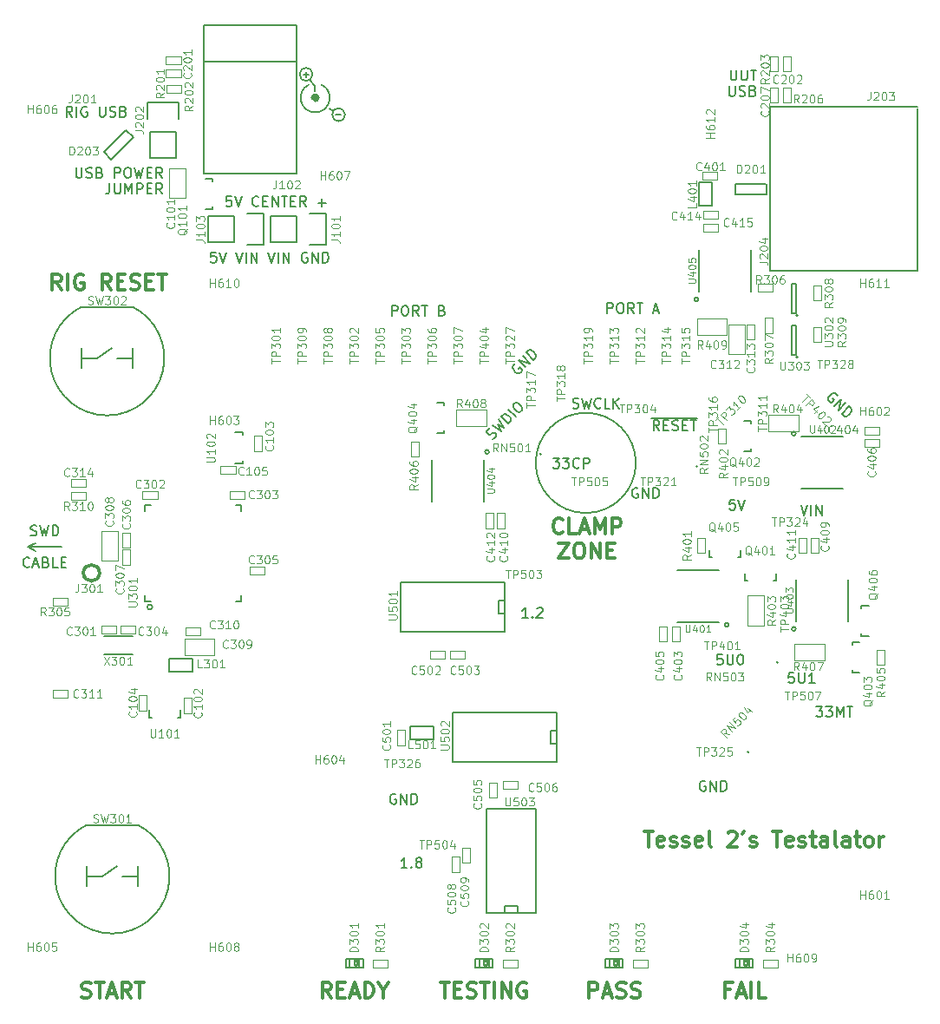
<source format=gbr>
G04 #@! TF.FileFunction,Legend,Top*
%FSLAX46Y46*%
G04 Gerber Fmt 4.6, Leading zero omitted, Abs format (unit mm)*
G04 Created by KiCad (PCBNEW 0.201505101954+5649~23~ubuntu14.04.1-product) date Mon 11 May 2015 11:57:15 AM PDT*
%MOMM*%
G01*
G04 APERTURE LIST*
%ADD10C,0.100000*%
%ADD11C,0.375000*%
%ADD12C,0.200000*%
%ADD13C,0.508000*%
%ADD14C,0.150000*%
%ADD15C,0.300000*%
%ADD16C,0.101600*%
G04 APERTURE END LIST*
D10*
D11*
X112110715Y-135068571D02*
X112967858Y-135068571D01*
X112539287Y-136568571D02*
X112539287Y-135068571D01*
X114039286Y-136497143D02*
X113896429Y-136568571D01*
X113610715Y-136568571D01*
X113467858Y-136497143D01*
X113396429Y-136354286D01*
X113396429Y-135782857D01*
X113467858Y-135640000D01*
X113610715Y-135568571D01*
X113896429Y-135568571D01*
X114039286Y-135640000D01*
X114110715Y-135782857D01*
X114110715Y-135925714D01*
X113396429Y-136068571D01*
X114682143Y-136497143D02*
X114825000Y-136568571D01*
X115110715Y-136568571D01*
X115253572Y-136497143D01*
X115325000Y-136354286D01*
X115325000Y-136282857D01*
X115253572Y-136140000D01*
X115110715Y-136068571D01*
X114896429Y-136068571D01*
X114753572Y-135997143D01*
X114682143Y-135854286D01*
X114682143Y-135782857D01*
X114753572Y-135640000D01*
X114896429Y-135568571D01*
X115110715Y-135568571D01*
X115253572Y-135640000D01*
X115896429Y-136497143D02*
X116039286Y-136568571D01*
X116325001Y-136568571D01*
X116467858Y-136497143D01*
X116539286Y-136354286D01*
X116539286Y-136282857D01*
X116467858Y-136140000D01*
X116325001Y-136068571D01*
X116110715Y-136068571D01*
X115967858Y-135997143D01*
X115896429Y-135854286D01*
X115896429Y-135782857D01*
X115967858Y-135640000D01*
X116110715Y-135568571D01*
X116325001Y-135568571D01*
X116467858Y-135640000D01*
X117753572Y-136497143D02*
X117610715Y-136568571D01*
X117325001Y-136568571D01*
X117182144Y-136497143D01*
X117110715Y-136354286D01*
X117110715Y-135782857D01*
X117182144Y-135640000D01*
X117325001Y-135568571D01*
X117610715Y-135568571D01*
X117753572Y-135640000D01*
X117825001Y-135782857D01*
X117825001Y-135925714D01*
X117110715Y-136068571D01*
X118682144Y-136568571D02*
X118539286Y-136497143D01*
X118467858Y-136354286D01*
X118467858Y-135068571D01*
X120325000Y-135211429D02*
X120396429Y-135140000D01*
X120539286Y-135068571D01*
X120896429Y-135068571D01*
X121039286Y-135140000D01*
X121110715Y-135211429D01*
X121182143Y-135354286D01*
X121182143Y-135497143D01*
X121110715Y-135711429D01*
X120253572Y-136568571D01*
X121182143Y-136568571D01*
X121896428Y-135068571D02*
X121753571Y-135354286D01*
X122467857Y-136497143D02*
X122610714Y-136568571D01*
X122896429Y-136568571D01*
X123039286Y-136497143D01*
X123110714Y-136354286D01*
X123110714Y-136282857D01*
X123039286Y-136140000D01*
X122896429Y-136068571D01*
X122682143Y-136068571D01*
X122539286Y-135997143D01*
X122467857Y-135854286D01*
X122467857Y-135782857D01*
X122539286Y-135640000D01*
X122682143Y-135568571D01*
X122896429Y-135568571D01*
X123039286Y-135640000D01*
X124682143Y-135068571D02*
X125539286Y-135068571D01*
X125110715Y-136568571D02*
X125110715Y-135068571D01*
X126610714Y-136497143D02*
X126467857Y-136568571D01*
X126182143Y-136568571D01*
X126039286Y-136497143D01*
X125967857Y-136354286D01*
X125967857Y-135782857D01*
X126039286Y-135640000D01*
X126182143Y-135568571D01*
X126467857Y-135568571D01*
X126610714Y-135640000D01*
X126682143Y-135782857D01*
X126682143Y-135925714D01*
X125967857Y-136068571D01*
X127253571Y-136497143D02*
X127396428Y-136568571D01*
X127682143Y-136568571D01*
X127825000Y-136497143D01*
X127896428Y-136354286D01*
X127896428Y-136282857D01*
X127825000Y-136140000D01*
X127682143Y-136068571D01*
X127467857Y-136068571D01*
X127325000Y-135997143D01*
X127253571Y-135854286D01*
X127253571Y-135782857D01*
X127325000Y-135640000D01*
X127467857Y-135568571D01*
X127682143Y-135568571D01*
X127825000Y-135640000D01*
X128325000Y-135568571D02*
X128896429Y-135568571D01*
X128539286Y-135068571D02*
X128539286Y-136354286D01*
X128610714Y-136497143D01*
X128753572Y-136568571D01*
X128896429Y-136568571D01*
X130039286Y-136568571D02*
X130039286Y-135782857D01*
X129967857Y-135640000D01*
X129825000Y-135568571D01*
X129539286Y-135568571D01*
X129396429Y-135640000D01*
X130039286Y-136497143D02*
X129896429Y-136568571D01*
X129539286Y-136568571D01*
X129396429Y-136497143D01*
X129325000Y-136354286D01*
X129325000Y-136211429D01*
X129396429Y-136068571D01*
X129539286Y-135997143D01*
X129896429Y-135997143D01*
X130039286Y-135925714D01*
X130967858Y-136568571D02*
X130825000Y-136497143D01*
X130753572Y-136354286D01*
X130753572Y-135068571D01*
X132182143Y-136568571D02*
X132182143Y-135782857D01*
X132110714Y-135640000D01*
X131967857Y-135568571D01*
X131682143Y-135568571D01*
X131539286Y-135640000D01*
X132182143Y-136497143D02*
X132039286Y-136568571D01*
X131682143Y-136568571D01*
X131539286Y-136497143D01*
X131467857Y-136354286D01*
X131467857Y-136211429D01*
X131539286Y-136068571D01*
X131682143Y-135997143D01*
X132039286Y-135997143D01*
X132182143Y-135925714D01*
X132682143Y-135568571D02*
X133253572Y-135568571D01*
X132896429Y-135068571D02*
X132896429Y-136354286D01*
X132967857Y-136497143D01*
X133110715Y-136568571D01*
X133253572Y-136568571D01*
X133967858Y-136568571D02*
X133825000Y-136497143D01*
X133753572Y-136425714D01*
X133682143Y-136282857D01*
X133682143Y-135854286D01*
X133753572Y-135711429D01*
X133825000Y-135640000D01*
X133967858Y-135568571D01*
X134182143Y-135568571D01*
X134325000Y-135640000D01*
X134396429Y-135711429D01*
X134467858Y-135854286D01*
X134467858Y-136282857D01*
X134396429Y-136425714D01*
X134325000Y-136497143D01*
X134182143Y-136568571D01*
X133967858Y-136568571D01*
X135110715Y-136568571D02*
X135110715Y-135568571D01*
X135110715Y-135854286D02*
X135182143Y-135711429D01*
X135253572Y-135640000D01*
X135396429Y-135568571D01*
X135539286Y-135568571D01*
D12*
X79121000Y-60960000D02*
X79121000Y-61468000D01*
X78867000Y-61214000D02*
X79375000Y-61214000D01*
X82042000Y-65151000D02*
X82550000Y-65151000D01*
X80010000Y-62865000D02*
X80010000Y-62357000D01*
X79756000Y-61214000D02*
G75*
G03X79756000Y-61214000I-635000J0D01*
G01*
X82931000Y-65151000D02*
G75*
G03X82931000Y-65151000I-635000J0D01*
G01*
X81407000Y-64516000D02*
X81788000Y-64770000D01*
X80010000Y-62357000D02*
X79502000Y-61722000D01*
X79883000Y-63500000D02*
X80137000Y-63500000D01*
D13*
X80189605Y-63500000D02*
G75*
G03X80189605Y-63500000I-179605J0D01*
G01*
D12*
X79375000Y-62230000D02*
G75*
G03X80645000Y-62230000I635000J-1270000D01*
G01*
D14*
X52236857Y-106169762D02*
X52379714Y-106217381D01*
X52617810Y-106217381D01*
X52713048Y-106169762D01*
X52760667Y-106122143D01*
X52808286Y-106026905D01*
X52808286Y-105931667D01*
X52760667Y-105836429D01*
X52713048Y-105788810D01*
X52617810Y-105741190D01*
X52427333Y-105693571D01*
X52332095Y-105645952D01*
X52284476Y-105598333D01*
X52236857Y-105503095D01*
X52236857Y-105407857D01*
X52284476Y-105312619D01*
X52332095Y-105265000D01*
X52427333Y-105217381D01*
X52665429Y-105217381D01*
X52808286Y-105265000D01*
X53141619Y-105217381D02*
X53379714Y-106217381D01*
X53570191Y-105503095D01*
X53760667Y-106217381D01*
X53998762Y-105217381D01*
X54379714Y-106217381D02*
X54379714Y-105217381D01*
X54617809Y-105217381D01*
X54760667Y-105265000D01*
X54855905Y-105360238D01*
X54903524Y-105455476D01*
X54951143Y-105645952D01*
X54951143Y-105788810D01*
X54903524Y-105979286D01*
X54855905Y-106074524D01*
X54760667Y-106169762D01*
X54617809Y-106217381D01*
X54379714Y-106217381D01*
X52117810Y-109222143D02*
X52070191Y-109269762D01*
X51927334Y-109317381D01*
X51832096Y-109317381D01*
X51689238Y-109269762D01*
X51594000Y-109174524D01*
X51546381Y-109079286D01*
X51498762Y-108888810D01*
X51498762Y-108745952D01*
X51546381Y-108555476D01*
X51594000Y-108460238D01*
X51689238Y-108365000D01*
X51832096Y-108317381D01*
X51927334Y-108317381D01*
X52070191Y-108365000D01*
X52117810Y-108412619D01*
X52498762Y-109031667D02*
X52974953Y-109031667D01*
X52403524Y-109317381D02*
X52736857Y-108317381D01*
X53070191Y-109317381D01*
X53736858Y-108793571D02*
X53879715Y-108841190D01*
X53927334Y-108888810D01*
X53974953Y-108984048D01*
X53974953Y-109126905D01*
X53927334Y-109222143D01*
X53879715Y-109269762D01*
X53784477Y-109317381D01*
X53403524Y-109317381D01*
X53403524Y-108317381D01*
X53736858Y-108317381D01*
X53832096Y-108365000D01*
X53879715Y-108412619D01*
X53927334Y-108507857D01*
X53927334Y-108603095D01*
X53879715Y-108698333D01*
X53832096Y-108745952D01*
X53736858Y-108793571D01*
X53403524Y-108793571D01*
X54879715Y-109317381D02*
X54403524Y-109317381D01*
X54403524Y-108317381D01*
X55213048Y-108793571D02*
X55546382Y-108793571D01*
X55689239Y-109317381D02*
X55213048Y-109317381D01*
X55213048Y-108317381D01*
X55689239Y-108317381D01*
D12*
X51943000Y-107315000D02*
X52705000Y-106934000D01*
X51943000Y-107315000D02*
X52705000Y-107696000D01*
X55245000Y-107315000D02*
X51943000Y-107315000D01*
D15*
X104160143Y-105888714D02*
X104088714Y-105960143D01*
X103874428Y-106031571D01*
X103731571Y-106031571D01*
X103517286Y-105960143D01*
X103374428Y-105817286D01*
X103303000Y-105674429D01*
X103231571Y-105388714D01*
X103231571Y-105174429D01*
X103303000Y-104888714D01*
X103374428Y-104745857D01*
X103517286Y-104603000D01*
X103731571Y-104531571D01*
X103874428Y-104531571D01*
X104088714Y-104603000D01*
X104160143Y-104674429D01*
X105517286Y-106031571D02*
X104803000Y-106031571D01*
X104803000Y-104531571D01*
X105945857Y-105603000D02*
X106660143Y-105603000D01*
X105803000Y-106031571D02*
X106303000Y-104531571D01*
X106803000Y-106031571D01*
X107303000Y-106031571D02*
X107303000Y-104531571D01*
X107803000Y-105603000D01*
X108303000Y-104531571D01*
X108303000Y-106031571D01*
X109017286Y-106031571D02*
X109017286Y-104531571D01*
X109588714Y-104531571D01*
X109731572Y-104603000D01*
X109803000Y-104674429D01*
X109874429Y-104817286D01*
X109874429Y-105031571D01*
X109803000Y-105174429D01*
X109731572Y-105245857D01*
X109588714Y-105317286D01*
X109017286Y-105317286D01*
X103803000Y-106931571D02*
X104803000Y-106931571D01*
X103803000Y-108431571D01*
X104803000Y-108431571D01*
X105660142Y-106931571D02*
X105945856Y-106931571D01*
X106088714Y-107003000D01*
X106231571Y-107145857D01*
X106302999Y-107431571D01*
X106302999Y-107931571D01*
X106231571Y-108217286D01*
X106088714Y-108360143D01*
X105945856Y-108431571D01*
X105660142Y-108431571D01*
X105517285Y-108360143D01*
X105374428Y-108217286D01*
X105302999Y-107931571D01*
X105302999Y-107431571D01*
X105374428Y-107145857D01*
X105517285Y-107003000D01*
X105660142Y-106931571D01*
X106945857Y-108431571D02*
X106945857Y-106931571D01*
X107803000Y-108431571D01*
X107803000Y-106931571D01*
X108517286Y-107645857D02*
X109017286Y-107645857D01*
X109231572Y-108431571D02*
X108517286Y-108431571D01*
X108517286Y-106931571D01*
X109231572Y-106931571D01*
D14*
X88979429Y-138628381D02*
X88408000Y-138628381D01*
X88693714Y-138628381D02*
X88693714Y-137628381D01*
X88598476Y-137771238D01*
X88503238Y-137866476D01*
X88408000Y-137914095D01*
X89408000Y-138533143D02*
X89455619Y-138580762D01*
X89408000Y-138628381D01*
X89360381Y-138580762D01*
X89408000Y-138533143D01*
X89408000Y-138628381D01*
X90027047Y-138056952D02*
X89931809Y-138009333D01*
X89884190Y-137961714D01*
X89836571Y-137866476D01*
X89836571Y-137818857D01*
X89884190Y-137723619D01*
X89931809Y-137676000D01*
X90027047Y-137628381D01*
X90217524Y-137628381D01*
X90312762Y-137676000D01*
X90360381Y-137723619D01*
X90408000Y-137818857D01*
X90408000Y-137866476D01*
X90360381Y-137961714D01*
X90312762Y-138009333D01*
X90217524Y-138056952D01*
X90027047Y-138056952D01*
X89931809Y-138104571D01*
X89884190Y-138152190D01*
X89836571Y-138247429D01*
X89836571Y-138437905D01*
X89884190Y-138533143D01*
X89931809Y-138580762D01*
X90027047Y-138628381D01*
X90217524Y-138628381D01*
X90312762Y-138580762D01*
X90360381Y-138533143D01*
X90408000Y-138437905D01*
X90408000Y-138247429D01*
X90360381Y-138152190D01*
X90312762Y-138104571D01*
X90217524Y-138056952D01*
X100790429Y-114244381D02*
X100219000Y-114244381D01*
X100504714Y-114244381D02*
X100504714Y-113244381D01*
X100409476Y-113387238D01*
X100314238Y-113482476D01*
X100219000Y-113530095D01*
X101219000Y-114149143D02*
X101266619Y-114196762D01*
X101219000Y-114244381D01*
X101171381Y-114196762D01*
X101219000Y-114149143D01*
X101219000Y-114244381D01*
X101647571Y-113339619D02*
X101695190Y-113292000D01*
X101790428Y-113244381D01*
X102028524Y-113244381D01*
X102123762Y-113292000D01*
X102171381Y-113339619D01*
X102219000Y-113434857D01*
X102219000Y-113530095D01*
X102171381Y-113672952D01*
X101599952Y-114244381D01*
X102219000Y-114244381D01*
X128921095Y-122896381D02*
X129540143Y-122896381D01*
X129206809Y-123277333D01*
X129349667Y-123277333D01*
X129444905Y-123324952D01*
X129492524Y-123372571D01*
X129540143Y-123467810D01*
X129540143Y-123705905D01*
X129492524Y-123801143D01*
X129444905Y-123848762D01*
X129349667Y-123896381D01*
X129063952Y-123896381D01*
X128968714Y-123848762D01*
X128921095Y-123801143D01*
X129873476Y-122896381D02*
X130492524Y-122896381D01*
X130159190Y-123277333D01*
X130302048Y-123277333D01*
X130397286Y-123324952D01*
X130444905Y-123372571D01*
X130492524Y-123467810D01*
X130492524Y-123705905D01*
X130444905Y-123801143D01*
X130397286Y-123848762D01*
X130302048Y-123896381D01*
X130016333Y-123896381D01*
X129921095Y-123848762D01*
X129873476Y-123801143D01*
X130921095Y-123896381D02*
X130921095Y-122896381D01*
X131254429Y-123610667D01*
X131587762Y-122896381D01*
X131587762Y-123896381D01*
X131921095Y-122896381D02*
X132492524Y-122896381D01*
X132206809Y-123896381D02*
X132206809Y-122896381D01*
X126746096Y-119594381D02*
X126269905Y-119594381D01*
X126222286Y-120070571D01*
X126269905Y-120022952D01*
X126365143Y-119975333D01*
X126603239Y-119975333D01*
X126698477Y-120022952D01*
X126746096Y-120070571D01*
X126793715Y-120165810D01*
X126793715Y-120403905D01*
X126746096Y-120499143D01*
X126698477Y-120546762D01*
X126603239Y-120594381D01*
X126365143Y-120594381D01*
X126269905Y-120546762D01*
X126222286Y-120499143D01*
X127222286Y-119594381D02*
X127222286Y-120403905D01*
X127269905Y-120499143D01*
X127317524Y-120546762D01*
X127412762Y-120594381D01*
X127603239Y-120594381D01*
X127698477Y-120546762D01*
X127746096Y-120499143D01*
X127793715Y-120403905D01*
X127793715Y-119594381D01*
X128793715Y-120594381D02*
X128222286Y-120594381D01*
X128508000Y-120594381D02*
X128508000Y-119594381D01*
X128412762Y-119737238D01*
X128317524Y-119832476D01*
X128222286Y-119880095D01*
X119761096Y-117816381D02*
X119284905Y-117816381D01*
X119237286Y-118292571D01*
X119284905Y-118244952D01*
X119380143Y-118197333D01*
X119618239Y-118197333D01*
X119713477Y-118244952D01*
X119761096Y-118292571D01*
X119808715Y-118387810D01*
X119808715Y-118625905D01*
X119761096Y-118721143D01*
X119713477Y-118768762D01*
X119618239Y-118816381D01*
X119380143Y-118816381D01*
X119284905Y-118768762D01*
X119237286Y-118721143D01*
X120237286Y-117816381D02*
X120237286Y-118625905D01*
X120284905Y-118721143D01*
X120332524Y-118768762D01*
X120427762Y-118816381D01*
X120618239Y-118816381D01*
X120713477Y-118768762D01*
X120761096Y-118721143D01*
X120808715Y-118625905D01*
X120808715Y-117816381D01*
X121475381Y-117816381D02*
X121570620Y-117816381D01*
X121665858Y-117864000D01*
X121713477Y-117911619D01*
X121761096Y-118006857D01*
X121808715Y-118197333D01*
X121808715Y-118435429D01*
X121761096Y-118625905D01*
X121713477Y-118721143D01*
X121665858Y-118768762D01*
X121570620Y-118816381D01*
X121475381Y-118816381D01*
X121380143Y-118768762D01*
X121332524Y-118721143D01*
X121284905Y-118625905D01*
X121237286Y-118435429D01*
X121237286Y-118197333D01*
X121284905Y-118006857D01*
X121332524Y-117911619D01*
X121380143Y-117864000D01*
X121475381Y-117816381D01*
X120967524Y-102703381D02*
X120491333Y-102703381D01*
X120443714Y-103179571D01*
X120491333Y-103131952D01*
X120586571Y-103084333D01*
X120824667Y-103084333D01*
X120919905Y-103131952D01*
X120967524Y-103179571D01*
X121015143Y-103274810D01*
X121015143Y-103512905D01*
X120967524Y-103608143D01*
X120919905Y-103655762D01*
X120824667Y-103703381D01*
X120586571Y-103703381D01*
X120491333Y-103655762D01*
X120443714Y-103608143D01*
X121300857Y-102703381D02*
X121634190Y-103703381D01*
X121967524Y-102703381D01*
X127428762Y-103211381D02*
X127762095Y-104211381D01*
X128095429Y-103211381D01*
X128428762Y-104211381D02*
X128428762Y-103211381D01*
X128904952Y-104211381D02*
X128904952Y-103211381D01*
X129476381Y-104211381D01*
X129476381Y-103211381D01*
X131005806Y-92579699D02*
X130972134Y-92478684D01*
X130871119Y-92377669D01*
X130736431Y-92310325D01*
X130601745Y-92310325D01*
X130500729Y-92343996D01*
X130332371Y-92445012D01*
X130231355Y-92546027D01*
X130130340Y-92714386D01*
X130096668Y-92815401D01*
X130096668Y-92950088D01*
X130164012Y-93084776D01*
X130231356Y-93152119D01*
X130366043Y-93219462D01*
X130433386Y-93219462D01*
X130669088Y-92983760D01*
X130534401Y-92849074D01*
X130669088Y-93589851D02*
X131376195Y-92882745D01*
X131073149Y-93993913D01*
X131780256Y-93286806D01*
X131409867Y-94330630D02*
X132116973Y-93623523D01*
X132285332Y-93791882D01*
X132352676Y-93926569D01*
X132352676Y-94061256D01*
X132319004Y-94162271D01*
X132217989Y-94330630D01*
X132116973Y-94431646D01*
X131948615Y-94532661D01*
X131847600Y-94566333D01*
X131712913Y-94566333D01*
X131578225Y-94498988D01*
X131409867Y-94330630D01*
X99564699Y-89466194D02*
X99463684Y-89499866D01*
X99362669Y-89600881D01*
X99295325Y-89735569D01*
X99295325Y-89870255D01*
X99328996Y-89971271D01*
X99430012Y-90139629D01*
X99531027Y-90240645D01*
X99699386Y-90341660D01*
X99800401Y-90375332D01*
X99935088Y-90375332D01*
X100069776Y-90307988D01*
X100137119Y-90240644D01*
X100204462Y-90105957D01*
X100204462Y-90038614D01*
X99968760Y-89802912D01*
X99834074Y-89937599D01*
X100574851Y-89802912D02*
X99867745Y-89095805D01*
X100978913Y-89398851D01*
X100271806Y-88691744D01*
X101315630Y-89062133D02*
X100608523Y-88355027D01*
X100776882Y-88186668D01*
X100911569Y-88119324D01*
X101046256Y-88119324D01*
X101147271Y-88152996D01*
X101315630Y-88254011D01*
X101416646Y-88355027D01*
X101517661Y-88523385D01*
X101551333Y-88624400D01*
X101551333Y-88759087D01*
X101483988Y-88893775D01*
X101315630Y-89062133D01*
X87884096Y-131453000D02*
X87788858Y-131405381D01*
X87646001Y-131405381D01*
X87503143Y-131453000D01*
X87407905Y-131548238D01*
X87360286Y-131643476D01*
X87312667Y-131833952D01*
X87312667Y-131976810D01*
X87360286Y-132167286D01*
X87407905Y-132262524D01*
X87503143Y-132357762D01*
X87646001Y-132405381D01*
X87741239Y-132405381D01*
X87884096Y-132357762D01*
X87931715Y-132310143D01*
X87931715Y-131976810D01*
X87741239Y-131976810D01*
X88360286Y-132405381D02*
X88360286Y-131405381D01*
X88931715Y-132405381D01*
X88931715Y-131405381D01*
X89407905Y-132405381D02*
X89407905Y-131405381D01*
X89646000Y-131405381D01*
X89788858Y-131453000D01*
X89884096Y-131548238D01*
X89931715Y-131643476D01*
X89979334Y-131833952D01*
X89979334Y-131976810D01*
X89931715Y-132167286D01*
X89884096Y-132262524D01*
X89788858Y-132357762D01*
X89646000Y-132405381D01*
X89407905Y-132405381D01*
X118110096Y-130183000D02*
X118014858Y-130135381D01*
X117872001Y-130135381D01*
X117729143Y-130183000D01*
X117633905Y-130278238D01*
X117586286Y-130373476D01*
X117538667Y-130563952D01*
X117538667Y-130706810D01*
X117586286Y-130897286D01*
X117633905Y-130992524D01*
X117729143Y-131087762D01*
X117872001Y-131135381D01*
X117967239Y-131135381D01*
X118110096Y-131087762D01*
X118157715Y-131040143D01*
X118157715Y-130706810D01*
X117967239Y-130706810D01*
X118586286Y-131135381D02*
X118586286Y-130135381D01*
X119157715Y-131135381D01*
X119157715Y-130135381D01*
X119633905Y-131135381D02*
X119633905Y-130135381D01*
X119872000Y-130135381D01*
X120014858Y-130183000D01*
X120110096Y-130278238D01*
X120157715Y-130373476D01*
X120205334Y-130563952D01*
X120205334Y-130706810D01*
X120157715Y-130897286D01*
X120110096Y-130992524D01*
X120014858Y-131087762D01*
X119872000Y-131135381D01*
X119633905Y-131135381D01*
X111506096Y-101608000D02*
X111410858Y-101560381D01*
X111268001Y-101560381D01*
X111125143Y-101608000D01*
X111029905Y-101703238D01*
X110982286Y-101798476D01*
X110934667Y-101988952D01*
X110934667Y-102131810D01*
X110982286Y-102322286D01*
X111029905Y-102417524D01*
X111125143Y-102512762D01*
X111268001Y-102560381D01*
X111363239Y-102560381D01*
X111506096Y-102512762D01*
X111553715Y-102465143D01*
X111553715Y-102131810D01*
X111363239Y-102131810D01*
X111982286Y-102560381D02*
X111982286Y-101560381D01*
X112553715Y-102560381D01*
X112553715Y-101560381D01*
X113029905Y-102560381D02*
X113029905Y-101560381D01*
X113268000Y-101560381D01*
X113410858Y-101608000D01*
X113506096Y-101703238D01*
X113553715Y-101798476D01*
X113601334Y-101988952D01*
X113601334Y-102131810D01*
X113553715Y-102322286D01*
X113506096Y-102417524D01*
X113410858Y-102512762D01*
X113268000Y-102560381D01*
X113029905Y-102560381D01*
X103219476Y-98639381D02*
X103838524Y-98639381D01*
X103505190Y-99020333D01*
X103648048Y-99020333D01*
X103743286Y-99067952D01*
X103790905Y-99115571D01*
X103838524Y-99210810D01*
X103838524Y-99448905D01*
X103790905Y-99544143D01*
X103743286Y-99591762D01*
X103648048Y-99639381D01*
X103362333Y-99639381D01*
X103267095Y-99591762D01*
X103219476Y-99544143D01*
X104171857Y-98639381D02*
X104790905Y-98639381D01*
X104457571Y-99020333D01*
X104600429Y-99020333D01*
X104695667Y-99067952D01*
X104743286Y-99115571D01*
X104790905Y-99210810D01*
X104790905Y-99448905D01*
X104743286Y-99544143D01*
X104695667Y-99591762D01*
X104600429Y-99639381D01*
X104314714Y-99639381D01*
X104219476Y-99591762D01*
X104171857Y-99544143D01*
X105790905Y-99544143D02*
X105743286Y-99591762D01*
X105600429Y-99639381D01*
X105505191Y-99639381D01*
X105362333Y-99591762D01*
X105267095Y-99496524D01*
X105219476Y-99401286D01*
X105171857Y-99210810D01*
X105171857Y-99067952D01*
X105219476Y-98877476D01*
X105267095Y-98782238D01*
X105362333Y-98687000D01*
X105505191Y-98639381D01*
X105600429Y-98639381D01*
X105743286Y-98687000D01*
X105790905Y-98734619D01*
X106219476Y-99639381D02*
X106219476Y-98639381D01*
X106600429Y-98639381D01*
X106695667Y-98687000D01*
X106743286Y-98734619D01*
X106790905Y-98829857D01*
X106790905Y-98972714D01*
X106743286Y-99067952D01*
X106695667Y-99115571D01*
X106600429Y-99163190D01*
X106219476Y-99163190D01*
X113609619Y-95956381D02*
X113276285Y-95480190D01*
X113038190Y-95956381D02*
X113038190Y-94956381D01*
X113419143Y-94956381D01*
X113514381Y-95004000D01*
X113562000Y-95051619D01*
X113609619Y-95146857D01*
X113609619Y-95289714D01*
X113562000Y-95384952D01*
X113514381Y-95432571D01*
X113419143Y-95480190D01*
X113038190Y-95480190D01*
X114038190Y-95432571D02*
X114371524Y-95432571D01*
X114514381Y-95956381D02*
X114038190Y-95956381D01*
X114038190Y-94956381D01*
X114514381Y-94956381D01*
X114895333Y-95908762D02*
X115038190Y-95956381D01*
X115276286Y-95956381D01*
X115371524Y-95908762D01*
X115419143Y-95861143D01*
X115466762Y-95765905D01*
X115466762Y-95670667D01*
X115419143Y-95575429D01*
X115371524Y-95527810D01*
X115276286Y-95480190D01*
X115085809Y-95432571D01*
X114990571Y-95384952D01*
X114942952Y-95337333D01*
X114895333Y-95242095D01*
X114895333Y-95146857D01*
X114942952Y-95051619D01*
X114990571Y-95004000D01*
X115085809Y-94956381D01*
X115323905Y-94956381D01*
X115466762Y-95004000D01*
X115895333Y-95432571D02*
X116228667Y-95432571D01*
X116371524Y-95956381D02*
X115895333Y-95956381D01*
X115895333Y-94956381D01*
X116371524Y-94956381D01*
X116657238Y-94956381D02*
X117228667Y-94956381D01*
X116942952Y-95956381D02*
X116942952Y-94956381D01*
X112800095Y-94784000D02*
X117323905Y-94784000D01*
X105180095Y-93749762D02*
X105322952Y-93797381D01*
X105561048Y-93797381D01*
X105656286Y-93749762D01*
X105703905Y-93702143D01*
X105751524Y-93606905D01*
X105751524Y-93511667D01*
X105703905Y-93416429D01*
X105656286Y-93368810D01*
X105561048Y-93321190D01*
X105370571Y-93273571D01*
X105275333Y-93225952D01*
X105227714Y-93178333D01*
X105180095Y-93083095D01*
X105180095Y-92987857D01*
X105227714Y-92892619D01*
X105275333Y-92845000D01*
X105370571Y-92797381D01*
X105608667Y-92797381D01*
X105751524Y-92845000D01*
X106084857Y-92797381D02*
X106322952Y-93797381D01*
X106513429Y-93083095D01*
X106703905Y-93797381D01*
X106942000Y-92797381D01*
X107894381Y-93702143D02*
X107846762Y-93749762D01*
X107703905Y-93797381D01*
X107608667Y-93797381D01*
X107465809Y-93749762D01*
X107370571Y-93654524D01*
X107322952Y-93559286D01*
X107275333Y-93368810D01*
X107275333Y-93225952D01*
X107322952Y-93035476D01*
X107370571Y-92940238D01*
X107465809Y-92845000D01*
X107608667Y-92797381D01*
X107703905Y-92797381D01*
X107846762Y-92845000D01*
X107894381Y-92892619D01*
X108799143Y-93797381D02*
X108322952Y-93797381D01*
X108322952Y-92797381D01*
X109132476Y-93797381D02*
X109132476Y-92797381D01*
X109703905Y-93797381D02*
X109275333Y-93225952D01*
X109703905Y-92797381D02*
X109132476Y-93368810D01*
X97339817Y-96780602D02*
X97474504Y-96713259D01*
X97642864Y-96544900D01*
X97676535Y-96443885D01*
X97676535Y-96376541D01*
X97642864Y-96275526D01*
X97575520Y-96208183D01*
X97474505Y-96174511D01*
X97407162Y-96174511D01*
X97306146Y-96208182D01*
X97137786Y-96309198D01*
X97036771Y-96342869D01*
X96969428Y-96342869D01*
X96868413Y-96309198D01*
X96801069Y-96241854D01*
X96767398Y-96140839D01*
X96767398Y-96073496D01*
X96801069Y-95972481D01*
X96969429Y-95804121D01*
X97104115Y-95736778D01*
X97306146Y-95467404D02*
X98181611Y-96006152D01*
X97811222Y-95366388D01*
X98450986Y-95736778D01*
X97912237Y-94861312D01*
X98888718Y-95299045D02*
X98181611Y-94591939D01*
X98349970Y-94423580D01*
X98484657Y-94356236D01*
X98619344Y-94356236D01*
X98720359Y-94389908D01*
X98888718Y-94490923D01*
X98989734Y-94591939D01*
X99090749Y-94760297D01*
X99124421Y-94861312D01*
X99124421Y-94995999D01*
X99057076Y-95130687D01*
X98888718Y-95299045D01*
X99595825Y-94591939D02*
X98888718Y-93884832D01*
X99360122Y-93413428D02*
X99494810Y-93278740D01*
X99595825Y-93245069D01*
X99730512Y-93245069D01*
X99898870Y-93346084D01*
X100134573Y-93581786D01*
X100235588Y-93750145D01*
X100235588Y-93884832D01*
X100201916Y-93985847D01*
X100067229Y-94120535D01*
X99966214Y-94154206D01*
X99831527Y-94154206D01*
X99663168Y-94053191D01*
X99427465Y-93817488D01*
X99326450Y-93649130D01*
X99326450Y-93514443D01*
X99360122Y-93413428D01*
X108521809Y-84526381D02*
X108521809Y-83526381D01*
X108902762Y-83526381D01*
X108998000Y-83574000D01*
X109045619Y-83621619D01*
X109093238Y-83716857D01*
X109093238Y-83859714D01*
X109045619Y-83954952D01*
X108998000Y-84002571D01*
X108902762Y-84050190D01*
X108521809Y-84050190D01*
X109712285Y-83526381D02*
X109902762Y-83526381D01*
X109998000Y-83574000D01*
X110093238Y-83669238D01*
X110140857Y-83859714D01*
X110140857Y-84193048D01*
X110093238Y-84383524D01*
X109998000Y-84478762D01*
X109902762Y-84526381D01*
X109712285Y-84526381D01*
X109617047Y-84478762D01*
X109521809Y-84383524D01*
X109474190Y-84193048D01*
X109474190Y-83859714D01*
X109521809Y-83669238D01*
X109617047Y-83574000D01*
X109712285Y-83526381D01*
X111140857Y-84526381D02*
X110807523Y-84050190D01*
X110569428Y-84526381D02*
X110569428Y-83526381D01*
X110950381Y-83526381D01*
X111045619Y-83574000D01*
X111093238Y-83621619D01*
X111140857Y-83716857D01*
X111140857Y-83859714D01*
X111093238Y-83954952D01*
X111045619Y-84002571D01*
X110950381Y-84050190D01*
X110569428Y-84050190D01*
X111426571Y-83526381D02*
X111998000Y-83526381D01*
X111712285Y-84526381D02*
X111712285Y-83526381D01*
X113045619Y-84240667D02*
X113521810Y-84240667D01*
X112950381Y-84526381D02*
X113283714Y-83526381D01*
X113617048Y-84526381D01*
X87495381Y-84780381D02*
X87495381Y-83780381D01*
X87876334Y-83780381D01*
X87971572Y-83828000D01*
X88019191Y-83875619D01*
X88066810Y-83970857D01*
X88066810Y-84113714D01*
X88019191Y-84208952D01*
X87971572Y-84256571D01*
X87876334Y-84304190D01*
X87495381Y-84304190D01*
X88685857Y-83780381D02*
X88876334Y-83780381D01*
X88971572Y-83828000D01*
X89066810Y-83923238D01*
X89114429Y-84113714D01*
X89114429Y-84447048D01*
X89066810Y-84637524D01*
X88971572Y-84732762D01*
X88876334Y-84780381D01*
X88685857Y-84780381D01*
X88590619Y-84732762D01*
X88495381Y-84637524D01*
X88447762Y-84447048D01*
X88447762Y-84113714D01*
X88495381Y-83923238D01*
X88590619Y-83828000D01*
X88685857Y-83780381D01*
X90114429Y-84780381D02*
X89781095Y-84304190D01*
X89543000Y-84780381D02*
X89543000Y-83780381D01*
X89923953Y-83780381D01*
X90019191Y-83828000D01*
X90066810Y-83875619D01*
X90114429Y-83970857D01*
X90114429Y-84113714D01*
X90066810Y-84208952D01*
X90019191Y-84256571D01*
X89923953Y-84304190D01*
X89543000Y-84304190D01*
X90400143Y-83780381D02*
X90971572Y-83780381D01*
X90685857Y-84780381D02*
X90685857Y-83780381D01*
X92400144Y-84256571D02*
X92543001Y-84304190D01*
X92590620Y-84351810D01*
X92638239Y-84447048D01*
X92638239Y-84589905D01*
X92590620Y-84685143D01*
X92543001Y-84732762D01*
X92447763Y-84780381D01*
X92066810Y-84780381D01*
X92066810Y-83780381D01*
X92400144Y-83780381D01*
X92495382Y-83828000D01*
X92543001Y-83875619D01*
X92590620Y-83970857D01*
X92590620Y-84066095D01*
X92543001Y-84161333D01*
X92495382Y-84208952D01*
X92400144Y-84256571D01*
X92066810Y-84256571D01*
X120570952Y-60780381D02*
X120570952Y-61589905D01*
X120618571Y-61685143D01*
X120666190Y-61732762D01*
X120761428Y-61780381D01*
X120951905Y-61780381D01*
X121047143Y-61732762D01*
X121094762Y-61685143D01*
X121142381Y-61589905D01*
X121142381Y-60780381D01*
X121618571Y-60780381D02*
X121618571Y-61589905D01*
X121666190Y-61685143D01*
X121713809Y-61732762D01*
X121809047Y-61780381D01*
X121999524Y-61780381D01*
X122094762Y-61732762D01*
X122142381Y-61685143D01*
X122190000Y-61589905D01*
X122190000Y-60780381D01*
X122523333Y-60780381D02*
X123094762Y-60780381D01*
X122809047Y-61780381D02*
X122809047Y-60780381D01*
X120428095Y-62330381D02*
X120428095Y-63139905D01*
X120475714Y-63235143D01*
X120523333Y-63282762D01*
X120618571Y-63330381D01*
X120809048Y-63330381D01*
X120904286Y-63282762D01*
X120951905Y-63235143D01*
X120999524Y-63139905D01*
X120999524Y-62330381D01*
X121428095Y-63282762D02*
X121570952Y-63330381D01*
X121809048Y-63330381D01*
X121904286Y-63282762D01*
X121951905Y-63235143D01*
X121999524Y-63139905D01*
X121999524Y-63044667D01*
X121951905Y-62949429D01*
X121904286Y-62901810D01*
X121809048Y-62854190D01*
X121618571Y-62806571D01*
X121523333Y-62758952D01*
X121475714Y-62711333D01*
X121428095Y-62616095D01*
X121428095Y-62520857D01*
X121475714Y-62425619D01*
X121523333Y-62378000D01*
X121618571Y-62330381D01*
X121856667Y-62330381D01*
X121999524Y-62378000D01*
X122761429Y-62806571D02*
X122904286Y-62854190D01*
X122951905Y-62901810D01*
X122999524Y-62997048D01*
X122999524Y-63139905D01*
X122951905Y-63235143D01*
X122904286Y-63282762D01*
X122809048Y-63330381D01*
X122428095Y-63330381D01*
X122428095Y-62330381D01*
X122761429Y-62330381D01*
X122856667Y-62378000D01*
X122904286Y-62425619D01*
X122951905Y-62520857D01*
X122951905Y-62616095D01*
X122904286Y-62711333D01*
X122856667Y-62758952D01*
X122761429Y-62806571D01*
X122428095Y-62806571D01*
X56293429Y-65349381D02*
X55960095Y-64873190D01*
X55722000Y-65349381D02*
X55722000Y-64349381D01*
X56102953Y-64349381D01*
X56198191Y-64397000D01*
X56245810Y-64444619D01*
X56293429Y-64539857D01*
X56293429Y-64682714D01*
X56245810Y-64777952D01*
X56198191Y-64825571D01*
X56102953Y-64873190D01*
X55722000Y-64873190D01*
X56722000Y-65349381D02*
X56722000Y-64349381D01*
X57722000Y-64397000D02*
X57626762Y-64349381D01*
X57483905Y-64349381D01*
X57341047Y-64397000D01*
X57245809Y-64492238D01*
X57198190Y-64587476D01*
X57150571Y-64777952D01*
X57150571Y-64920810D01*
X57198190Y-65111286D01*
X57245809Y-65206524D01*
X57341047Y-65301762D01*
X57483905Y-65349381D01*
X57579143Y-65349381D01*
X57722000Y-65301762D01*
X57769619Y-65254143D01*
X57769619Y-64920810D01*
X57579143Y-64920810D01*
X58960095Y-64349381D02*
X58960095Y-65158905D01*
X59007714Y-65254143D01*
X59055333Y-65301762D01*
X59150571Y-65349381D01*
X59341048Y-65349381D01*
X59436286Y-65301762D01*
X59483905Y-65254143D01*
X59531524Y-65158905D01*
X59531524Y-64349381D01*
X59960095Y-65301762D02*
X60102952Y-65349381D01*
X60341048Y-65349381D01*
X60436286Y-65301762D01*
X60483905Y-65254143D01*
X60531524Y-65158905D01*
X60531524Y-65063667D01*
X60483905Y-64968429D01*
X60436286Y-64920810D01*
X60341048Y-64873190D01*
X60150571Y-64825571D01*
X60055333Y-64777952D01*
X60007714Y-64730333D01*
X59960095Y-64635095D01*
X59960095Y-64539857D01*
X60007714Y-64444619D01*
X60055333Y-64397000D01*
X60150571Y-64349381D01*
X60388667Y-64349381D01*
X60531524Y-64397000D01*
X61293429Y-64825571D02*
X61436286Y-64873190D01*
X61483905Y-64920810D01*
X61531524Y-65016048D01*
X61531524Y-65158905D01*
X61483905Y-65254143D01*
X61436286Y-65301762D01*
X61341048Y-65349381D01*
X60960095Y-65349381D01*
X60960095Y-64349381D01*
X61293429Y-64349381D01*
X61388667Y-64397000D01*
X61436286Y-64444619D01*
X61483905Y-64539857D01*
X61483905Y-64635095D01*
X61436286Y-64730333D01*
X61388667Y-64777952D01*
X61293429Y-64825571D01*
X60960095Y-64825571D01*
X71819048Y-73112381D02*
X71342857Y-73112381D01*
X71295238Y-73588571D01*
X71342857Y-73540952D01*
X71438095Y-73493333D01*
X71676191Y-73493333D01*
X71771429Y-73540952D01*
X71819048Y-73588571D01*
X71866667Y-73683810D01*
X71866667Y-73921905D01*
X71819048Y-74017143D01*
X71771429Y-74064762D01*
X71676191Y-74112381D01*
X71438095Y-74112381D01*
X71342857Y-74064762D01*
X71295238Y-74017143D01*
X72152381Y-73112381D02*
X72485714Y-74112381D01*
X72819048Y-73112381D01*
X74485715Y-74017143D02*
X74438096Y-74064762D01*
X74295239Y-74112381D01*
X74200001Y-74112381D01*
X74057143Y-74064762D01*
X73961905Y-73969524D01*
X73914286Y-73874286D01*
X73866667Y-73683810D01*
X73866667Y-73540952D01*
X73914286Y-73350476D01*
X73961905Y-73255238D01*
X74057143Y-73160000D01*
X74200001Y-73112381D01*
X74295239Y-73112381D01*
X74438096Y-73160000D01*
X74485715Y-73207619D01*
X74914286Y-73588571D02*
X75247620Y-73588571D01*
X75390477Y-74112381D02*
X74914286Y-74112381D01*
X74914286Y-73112381D01*
X75390477Y-73112381D01*
X75819048Y-74112381D02*
X75819048Y-73112381D01*
X76390477Y-74112381D01*
X76390477Y-73112381D01*
X76723810Y-73112381D02*
X77295239Y-73112381D01*
X77009524Y-74112381D02*
X77009524Y-73112381D01*
X77628572Y-73588571D02*
X77961906Y-73588571D01*
X78104763Y-74112381D02*
X77628572Y-74112381D01*
X77628572Y-73112381D01*
X78104763Y-73112381D01*
X79104763Y-74112381D02*
X78771429Y-73636190D01*
X78533334Y-74112381D02*
X78533334Y-73112381D01*
X78914287Y-73112381D01*
X79009525Y-73160000D01*
X79057144Y-73207619D01*
X79104763Y-73302857D01*
X79104763Y-73445714D01*
X79057144Y-73540952D01*
X79009525Y-73588571D01*
X78914287Y-73636190D01*
X78533334Y-73636190D01*
X80295239Y-73731429D02*
X81057144Y-73731429D01*
X80676192Y-74112381D02*
X80676192Y-73350476D01*
X56658952Y-70305381D02*
X56658952Y-71114905D01*
X56706571Y-71210143D01*
X56754190Y-71257762D01*
X56849428Y-71305381D01*
X57039905Y-71305381D01*
X57135143Y-71257762D01*
X57182762Y-71210143D01*
X57230381Y-71114905D01*
X57230381Y-70305381D01*
X57658952Y-71257762D02*
X57801809Y-71305381D01*
X58039905Y-71305381D01*
X58135143Y-71257762D01*
X58182762Y-71210143D01*
X58230381Y-71114905D01*
X58230381Y-71019667D01*
X58182762Y-70924429D01*
X58135143Y-70876810D01*
X58039905Y-70829190D01*
X57849428Y-70781571D01*
X57754190Y-70733952D01*
X57706571Y-70686333D01*
X57658952Y-70591095D01*
X57658952Y-70495857D01*
X57706571Y-70400619D01*
X57754190Y-70353000D01*
X57849428Y-70305381D01*
X58087524Y-70305381D01*
X58230381Y-70353000D01*
X58992286Y-70781571D02*
X59135143Y-70829190D01*
X59182762Y-70876810D01*
X59230381Y-70972048D01*
X59230381Y-71114905D01*
X59182762Y-71210143D01*
X59135143Y-71257762D01*
X59039905Y-71305381D01*
X58658952Y-71305381D01*
X58658952Y-70305381D01*
X58992286Y-70305381D01*
X59087524Y-70353000D01*
X59135143Y-70400619D01*
X59182762Y-70495857D01*
X59182762Y-70591095D01*
X59135143Y-70686333D01*
X59087524Y-70733952D01*
X58992286Y-70781571D01*
X58658952Y-70781571D01*
X60420857Y-71305381D02*
X60420857Y-70305381D01*
X60801810Y-70305381D01*
X60897048Y-70353000D01*
X60944667Y-70400619D01*
X60992286Y-70495857D01*
X60992286Y-70638714D01*
X60944667Y-70733952D01*
X60897048Y-70781571D01*
X60801810Y-70829190D01*
X60420857Y-70829190D01*
X61611333Y-70305381D02*
X61801810Y-70305381D01*
X61897048Y-70353000D01*
X61992286Y-70448238D01*
X62039905Y-70638714D01*
X62039905Y-70972048D01*
X61992286Y-71162524D01*
X61897048Y-71257762D01*
X61801810Y-71305381D01*
X61611333Y-71305381D01*
X61516095Y-71257762D01*
X61420857Y-71162524D01*
X61373238Y-70972048D01*
X61373238Y-70638714D01*
X61420857Y-70448238D01*
X61516095Y-70353000D01*
X61611333Y-70305381D01*
X62373238Y-70305381D02*
X62611333Y-71305381D01*
X62801810Y-70591095D01*
X62992286Y-71305381D01*
X63230381Y-70305381D01*
X63611333Y-70781571D02*
X63944667Y-70781571D01*
X64087524Y-71305381D02*
X63611333Y-71305381D01*
X63611333Y-70305381D01*
X64087524Y-70305381D01*
X65087524Y-71305381D02*
X64754190Y-70829190D01*
X64516095Y-71305381D02*
X64516095Y-70305381D01*
X64897048Y-70305381D01*
X64992286Y-70353000D01*
X65039905Y-70400619D01*
X65087524Y-70495857D01*
X65087524Y-70638714D01*
X65039905Y-70733952D01*
X64992286Y-70781571D01*
X64897048Y-70829190D01*
X64516095Y-70829190D01*
X59944667Y-71855381D02*
X59944667Y-72569667D01*
X59897047Y-72712524D01*
X59801809Y-72807762D01*
X59658952Y-72855381D01*
X59563714Y-72855381D01*
X60420857Y-71855381D02*
X60420857Y-72664905D01*
X60468476Y-72760143D01*
X60516095Y-72807762D01*
X60611333Y-72855381D01*
X60801810Y-72855381D01*
X60897048Y-72807762D01*
X60944667Y-72760143D01*
X60992286Y-72664905D01*
X60992286Y-71855381D01*
X61468476Y-72855381D02*
X61468476Y-71855381D01*
X61801810Y-72569667D01*
X62135143Y-71855381D01*
X62135143Y-72855381D01*
X62611333Y-72855381D02*
X62611333Y-71855381D01*
X62992286Y-71855381D01*
X63087524Y-71903000D01*
X63135143Y-71950619D01*
X63182762Y-72045857D01*
X63182762Y-72188714D01*
X63135143Y-72283952D01*
X63087524Y-72331571D01*
X62992286Y-72379190D01*
X62611333Y-72379190D01*
X63611333Y-72331571D02*
X63944667Y-72331571D01*
X64087524Y-72855381D02*
X63611333Y-72855381D01*
X63611333Y-71855381D01*
X64087524Y-71855381D01*
X65087524Y-72855381D02*
X64754190Y-72379190D01*
X64516095Y-72855381D02*
X64516095Y-71855381D01*
X64897048Y-71855381D01*
X64992286Y-71903000D01*
X65039905Y-71950619D01*
X65087524Y-72045857D01*
X65087524Y-72188714D01*
X65039905Y-72283952D01*
X64992286Y-72331571D01*
X64897048Y-72379190D01*
X64516095Y-72379190D01*
X70326905Y-78573381D02*
X69850714Y-78573381D01*
X69803095Y-79049571D01*
X69850714Y-79001952D01*
X69945952Y-78954333D01*
X70184048Y-78954333D01*
X70279286Y-79001952D01*
X70326905Y-79049571D01*
X70374524Y-79144810D01*
X70374524Y-79382905D01*
X70326905Y-79478143D01*
X70279286Y-79525762D01*
X70184048Y-79573381D01*
X69945952Y-79573381D01*
X69850714Y-79525762D01*
X69803095Y-79478143D01*
X70660238Y-78573381D02*
X70993571Y-79573381D01*
X71326905Y-78573381D01*
X72279286Y-78573381D02*
X72612619Y-79573381D01*
X72945953Y-78573381D01*
X73279286Y-79573381D02*
X73279286Y-78573381D01*
X73755476Y-79573381D02*
X73755476Y-78573381D01*
X74326905Y-79573381D01*
X74326905Y-78573381D01*
X75422143Y-78573381D02*
X75755476Y-79573381D01*
X76088810Y-78573381D01*
X76422143Y-79573381D02*
X76422143Y-78573381D01*
X76898333Y-79573381D02*
X76898333Y-78573381D01*
X77469762Y-79573381D01*
X77469762Y-78573381D01*
X79231667Y-78621000D02*
X79136429Y-78573381D01*
X78993572Y-78573381D01*
X78850714Y-78621000D01*
X78755476Y-78716238D01*
X78707857Y-78811476D01*
X78660238Y-79001952D01*
X78660238Y-79144810D01*
X78707857Y-79335286D01*
X78755476Y-79430524D01*
X78850714Y-79525762D01*
X78993572Y-79573381D01*
X79088810Y-79573381D01*
X79231667Y-79525762D01*
X79279286Y-79478143D01*
X79279286Y-79144810D01*
X79088810Y-79144810D01*
X79707857Y-79573381D02*
X79707857Y-78573381D01*
X80279286Y-79573381D01*
X80279286Y-78573381D01*
X80755476Y-79573381D02*
X80755476Y-78573381D01*
X80993571Y-78573381D01*
X81136429Y-78621000D01*
X81231667Y-78716238D01*
X81279286Y-78811476D01*
X81326905Y-79001952D01*
X81326905Y-79144810D01*
X81279286Y-79335286D01*
X81231667Y-79430524D01*
X81136429Y-79525762D01*
X80993571Y-79573381D01*
X80755476Y-79573381D01*
D15*
X55209858Y-82212571D02*
X54709858Y-81498286D01*
X54352715Y-82212571D02*
X54352715Y-80712571D01*
X54924143Y-80712571D01*
X55067001Y-80784000D01*
X55138429Y-80855429D01*
X55209858Y-80998286D01*
X55209858Y-81212571D01*
X55138429Y-81355429D01*
X55067001Y-81426857D01*
X54924143Y-81498286D01*
X54352715Y-81498286D01*
X55852715Y-82212571D02*
X55852715Y-80712571D01*
X57352715Y-80784000D02*
X57209858Y-80712571D01*
X56995572Y-80712571D01*
X56781287Y-80784000D01*
X56638429Y-80926857D01*
X56567001Y-81069714D01*
X56495572Y-81355429D01*
X56495572Y-81569714D01*
X56567001Y-81855429D01*
X56638429Y-81998286D01*
X56781287Y-82141143D01*
X56995572Y-82212571D01*
X57138429Y-82212571D01*
X57352715Y-82141143D01*
X57424144Y-82069714D01*
X57424144Y-81569714D01*
X57138429Y-81569714D01*
X60067001Y-82212571D02*
X59567001Y-81498286D01*
X59209858Y-82212571D02*
X59209858Y-80712571D01*
X59781286Y-80712571D01*
X59924144Y-80784000D01*
X59995572Y-80855429D01*
X60067001Y-80998286D01*
X60067001Y-81212571D01*
X59995572Y-81355429D01*
X59924144Y-81426857D01*
X59781286Y-81498286D01*
X59209858Y-81498286D01*
X60709858Y-81426857D02*
X61209858Y-81426857D01*
X61424144Y-82212571D02*
X60709858Y-82212571D01*
X60709858Y-80712571D01*
X61424144Y-80712571D01*
X61995572Y-82141143D02*
X62209858Y-82212571D01*
X62567001Y-82212571D01*
X62709858Y-82141143D01*
X62781287Y-82069714D01*
X62852715Y-81926857D01*
X62852715Y-81784000D01*
X62781287Y-81641143D01*
X62709858Y-81569714D01*
X62567001Y-81498286D01*
X62281287Y-81426857D01*
X62138429Y-81355429D01*
X62067001Y-81284000D01*
X61995572Y-81141143D01*
X61995572Y-80998286D01*
X62067001Y-80855429D01*
X62138429Y-80784000D01*
X62281287Y-80712571D01*
X62638429Y-80712571D01*
X62852715Y-80784000D01*
X63495572Y-81426857D02*
X63995572Y-81426857D01*
X64209858Y-82212571D02*
X63495572Y-82212571D01*
X63495572Y-80712571D01*
X64209858Y-80712571D01*
X64638429Y-80712571D02*
X65495572Y-80712571D01*
X65067001Y-82212571D02*
X65067001Y-80712571D01*
D11*
X120527143Y-150514857D02*
X120027143Y-150514857D01*
X120027143Y-151300571D02*
X120027143Y-149800571D01*
X120741429Y-149800571D01*
X121241428Y-150872000D02*
X121955714Y-150872000D01*
X121098571Y-151300571D02*
X121598571Y-149800571D01*
X122098571Y-151300571D01*
X122598571Y-151300571D02*
X122598571Y-149800571D01*
X124027143Y-151300571D02*
X123312857Y-151300571D01*
X123312857Y-149800571D01*
X106755715Y-151300571D02*
X106755715Y-149800571D01*
X107327143Y-149800571D01*
X107470001Y-149872000D01*
X107541429Y-149943429D01*
X107612858Y-150086286D01*
X107612858Y-150300571D01*
X107541429Y-150443429D01*
X107470001Y-150514857D01*
X107327143Y-150586286D01*
X106755715Y-150586286D01*
X108184286Y-150872000D02*
X108898572Y-150872000D01*
X108041429Y-151300571D02*
X108541429Y-149800571D01*
X109041429Y-151300571D01*
X109470000Y-151229143D02*
X109684286Y-151300571D01*
X110041429Y-151300571D01*
X110184286Y-151229143D01*
X110255715Y-151157714D01*
X110327143Y-151014857D01*
X110327143Y-150872000D01*
X110255715Y-150729143D01*
X110184286Y-150657714D01*
X110041429Y-150586286D01*
X109755715Y-150514857D01*
X109612857Y-150443429D01*
X109541429Y-150372000D01*
X109470000Y-150229143D01*
X109470000Y-150086286D01*
X109541429Y-149943429D01*
X109612857Y-149872000D01*
X109755715Y-149800571D01*
X110112857Y-149800571D01*
X110327143Y-149872000D01*
X110898571Y-151229143D02*
X111112857Y-151300571D01*
X111470000Y-151300571D01*
X111612857Y-151229143D01*
X111684286Y-151157714D01*
X111755714Y-151014857D01*
X111755714Y-150872000D01*
X111684286Y-150729143D01*
X111612857Y-150657714D01*
X111470000Y-150586286D01*
X111184286Y-150514857D01*
X111041428Y-150443429D01*
X110970000Y-150372000D01*
X110898571Y-150229143D01*
X110898571Y-150086286D01*
X110970000Y-149943429D01*
X111041428Y-149872000D01*
X111184286Y-149800571D01*
X111541428Y-149800571D01*
X111755714Y-149872000D01*
X92234286Y-149800571D02*
X93091429Y-149800571D01*
X92662858Y-151300571D02*
X92662858Y-149800571D01*
X93591429Y-150514857D02*
X94091429Y-150514857D01*
X94305715Y-151300571D02*
X93591429Y-151300571D01*
X93591429Y-149800571D01*
X94305715Y-149800571D01*
X94877143Y-151229143D02*
X95091429Y-151300571D01*
X95448572Y-151300571D01*
X95591429Y-151229143D01*
X95662858Y-151157714D01*
X95734286Y-151014857D01*
X95734286Y-150872000D01*
X95662858Y-150729143D01*
X95591429Y-150657714D01*
X95448572Y-150586286D01*
X95162858Y-150514857D01*
X95020000Y-150443429D01*
X94948572Y-150372000D01*
X94877143Y-150229143D01*
X94877143Y-150086286D01*
X94948572Y-149943429D01*
X95020000Y-149872000D01*
X95162858Y-149800571D01*
X95520000Y-149800571D01*
X95734286Y-149872000D01*
X96162857Y-149800571D02*
X97020000Y-149800571D01*
X96591429Y-151300571D02*
X96591429Y-149800571D01*
X97520000Y-151300571D02*
X97520000Y-149800571D01*
X98234286Y-151300571D02*
X98234286Y-149800571D01*
X99091429Y-151300571D01*
X99091429Y-149800571D01*
X100591429Y-149872000D02*
X100448572Y-149800571D01*
X100234286Y-149800571D01*
X100020001Y-149872000D01*
X99877143Y-150014857D01*
X99805715Y-150157714D01*
X99734286Y-150443429D01*
X99734286Y-150657714D01*
X99805715Y-150943429D01*
X99877143Y-151086286D01*
X100020001Y-151229143D01*
X100234286Y-151300571D01*
X100377143Y-151300571D01*
X100591429Y-151229143D01*
X100662858Y-151157714D01*
X100662858Y-150657714D01*
X100377143Y-150657714D01*
X81570001Y-151300571D02*
X81070001Y-150586286D01*
X80712858Y-151300571D02*
X80712858Y-149800571D01*
X81284286Y-149800571D01*
X81427144Y-149872000D01*
X81498572Y-149943429D01*
X81570001Y-150086286D01*
X81570001Y-150300571D01*
X81498572Y-150443429D01*
X81427144Y-150514857D01*
X81284286Y-150586286D01*
X80712858Y-150586286D01*
X82212858Y-150514857D02*
X82712858Y-150514857D01*
X82927144Y-151300571D02*
X82212858Y-151300571D01*
X82212858Y-149800571D01*
X82927144Y-149800571D01*
X83498572Y-150872000D02*
X84212858Y-150872000D01*
X83355715Y-151300571D02*
X83855715Y-149800571D01*
X84355715Y-151300571D01*
X84855715Y-151300571D02*
X84855715Y-149800571D01*
X85212858Y-149800571D01*
X85427143Y-149872000D01*
X85570001Y-150014857D01*
X85641429Y-150157714D01*
X85712858Y-150443429D01*
X85712858Y-150657714D01*
X85641429Y-150943429D01*
X85570001Y-151086286D01*
X85427143Y-151229143D01*
X85212858Y-151300571D01*
X84855715Y-151300571D01*
X86641429Y-150586286D02*
X86641429Y-151300571D01*
X86141429Y-149800571D02*
X86641429Y-150586286D01*
X87141429Y-149800571D01*
X57233715Y-151229143D02*
X57448001Y-151300571D01*
X57805144Y-151300571D01*
X57948001Y-151229143D01*
X58019430Y-151157714D01*
X58090858Y-151014857D01*
X58090858Y-150872000D01*
X58019430Y-150729143D01*
X57948001Y-150657714D01*
X57805144Y-150586286D01*
X57519430Y-150514857D01*
X57376572Y-150443429D01*
X57305144Y-150372000D01*
X57233715Y-150229143D01*
X57233715Y-150086286D01*
X57305144Y-149943429D01*
X57376572Y-149872000D01*
X57519430Y-149800571D01*
X57876572Y-149800571D01*
X58090858Y-149872000D01*
X58519429Y-149800571D02*
X59376572Y-149800571D01*
X58948001Y-151300571D02*
X58948001Y-149800571D01*
X59805143Y-150872000D02*
X60519429Y-150872000D01*
X59662286Y-151300571D02*
X60162286Y-149800571D01*
X60662286Y-151300571D01*
X62019429Y-151300571D02*
X61519429Y-150586286D01*
X61162286Y-151300571D02*
X61162286Y-149800571D01*
X61733714Y-149800571D01*
X61876572Y-149872000D01*
X61948000Y-149943429D01*
X62019429Y-150086286D01*
X62019429Y-150300571D01*
X61948000Y-150443429D01*
X61876572Y-150514857D01*
X61733714Y-150586286D01*
X61162286Y-150586286D01*
X62448000Y-149800571D02*
X63305143Y-149800571D01*
X62876572Y-151300571D02*
X62876572Y-149800571D01*
D12*
X111316248Y-99123874D02*
G75*
G03X111316248Y-99123874I-4889874J0D01*
G01*
D14*
X138811000Y-80391000D02*
X138811000Y-64516000D01*
X124460000Y-64389000D02*
X138811000Y-64389000D01*
X124460000Y-80391000D02*
X124460000Y-64389000D01*
X124460000Y-80391000D02*
X138811000Y-80391000D01*
X121031000Y-71882000D02*
X121031000Y-72898000D01*
X124079000Y-71882000D02*
X124079000Y-72898000D01*
X121031000Y-72898000D02*
X124031000Y-72898000D01*
X121031000Y-71882000D02*
X124031000Y-71882000D01*
D10*
X122199179Y-114966210D02*
X122199179Y-112066210D01*
X123799179Y-114966210D02*
X122199179Y-114966210D01*
X123799179Y-112066210D02*
X123799179Y-114966210D01*
X122199179Y-112066210D02*
X123799179Y-112066210D01*
D12*
X57190000Y-83900000D02*
X62190000Y-83900000D01*
X62178640Y-83894336D02*
G75*
G02X57190000Y-83900000I-2488640J-5005664D01*
G01*
X62190000Y-87900000D02*
X62190000Y-89900000D01*
X62190000Y-89900000D02*
X62190000Y-88900000D01*
X62190000Y-88900000D02*
X60690000Y-88900000D01*
X57190000Y-88900000D02*
X58690000Y-88900000D01*
X58690000Y-88900000D02*
X60190000Y-87900000D01*
X57190000Y-87900000D02*
X57190000Y-89900000D01*
D14*
X88392000Y-115570000D02*
X88392000Y-110744000D01*
X88392000Y-110744000D02*
X98552000Y-110744000D01*
X98552000Y-110744000D02*
X98552000Y-115570000D01*
X98552000Y-115570000D02*
X88392000Y-115570000D01*
X98552000Y-113792000D02*
X97917000Y-113792000D01*
X97917000Y-113792000D02*
X97917000Y-112522000D01*
X97917000Y-112522000D02*
X98552000Y-112522000D01*
X122570240Y-97819160D02*
X122570240Y-97770900D01*
X121869200Y-95020180D02*
X122570240Y-95020180D01*
X122570240Y-95020180D02*
X122570240Y-95269100D01*
X122570240Y-97819160D02*
X122570240Y-98019820D01*
X122570240Y-98019820D02*
X121869200Y-98019820D01*
D10*
X65748000Y-73271001D02*
X65748000Y-70371001D01*
X67348000Y-73271001D02*
X65748000Y-73271001D01*
X67348000Y-70371001D02*
X67348000Y-73271001D01*
X65748000Y-70371001D02*
X67348000Y-70371001D01*
D16*
X67212142Y-123516457D02*
X67974142Y-123516457D01*
X67974142Y-123516457D02*
X67974142Y-122043257D01*
X67974142Y-122043257D02*
X67237542Y-122043257D01*
X67237542Y-122043257D02*
X67212142Y-122043257D01*
X67212142Y-122043257D02*
X67212142Y-123516457D01*
X74803000Y-96476820D02*
X74041000Y-96476820D01*
X74041000Y-96476820D02*
X74041000Y-97950020D01*
X74041000Y-97950020D02*
X74777600Y-97950020D01*
X74777600Y-97950020D02*
X74803000Y-97950020D01*
X74803000Y-97950020D02*
X74803000Y-96476820D01*
X62767143Y-123262457D02*
X63529143Y-123262457D01*
X63529143Y-123262457D02*
X63529143Y-121789257D01*
X63529143Y-121789257D02*
X62792543Y-121789257D01*
X62792543Y-121789257D02*
X62767143Y-121789257D01*
X62767143Y-121789257D02*
X62767143Y-123262457D01*
X72237600Y-100203000D02*
X72237600Y-99441000D01*
X72237600Y-99441000D02*
X70764400Y-99441000D01*
X70764400Y-99441000D02*
X70764400Y-100177600D01*
X70764400Y-100177600D02*
X70764400Y-100203000D01*
X70764400Y-100203000D02*
X72237600Y-100203000D01*
X66903600Y-60197999D02*
X66903600Y-59435999D01*
X66903600Y-59435999D02*
X65430400Y-59435999D01*
X65430400Y-59435999D02*
X65430400Y-60172599D01*
X65430400Y-60172599D02*
X65430400Y-60197999D01*
X65430400Y-60197999D02*
X66903600Y-60197999D01*
X125730000Y-60934600D02*
X126492000Y-60934600D01*
X126492000Y-60934600D02*
X126492000Y-59461400D01*
X126492000Y-59461400D02*
X125755400Y-59461400D01*
X125755400Y-59461400D02*
X125730000Y-59461400D01*
X125730000Y-59461400D02*
X125730000Y-60934600D01*
X125222001Y-62509400D02*
X124460001Y-62509400D01*
X124460001Y-62509400D02*
X124460001Y-63982600D01*
X124460001Y-63982600D02*
X125196601Y-63982600D01*
X125196601Y-63982600D02*
X125222001Y-63982600D01*
X125222001Y-63982600D02*
X125222001Y-62509400D01*
X60612076Y-115792161D02*
X60612076Y-115030161D01*
X60612076Y-115030161D02*
X59138876Y-115030161D01*
X59138876Y-115030161D02*
X59138876Y-115766761D01*
X59138876Y-115766761D02*
X59138876Y-115792161D01*
X59138876Y-115792161D02*
X60612076Y-115792161D01*
X64617600Y-102616000D02*
X64617600Y-101854000D01*
X64617600Y-101854000D02*
X63144400Y-101854000D01*
X63144400Y-101854000D02*
X63144400Y-102590600D01*
X63144400Y-102590600D02*
X63144400Y-102616000D01*
X63144400Y-102616000D02*
X64617600Y-102616000D01*
X73126600Y-102616000D02*
X73126600Y-101854000D01*
X73126600Y-101854000D02*
X71653400Y-101854000D01*
X71653400Y-101854000D02*
X71653400Y-102590600D01*
X71653400Y-102590600D02*
X71653400Y-102616000D01*
X71653400Y-102616000D02*
X73126600Y-102616000D01*
X60975296Y-115030161D02*
X60975296Y-115792161D01*
X60975296Y-115792161D02*
X62448496Y-115792161D01*
X62448496Y-115792161D02*
X62448496Y-115055561D01*
X62448496Y-115055561D02*
X62448496Y-115030161D01*
X62448496Y-115030161D02*
X60975296Y-115030161D01*
X75100180Y-109982000D02*
X75100180Y-109220000D01*
X75100180Y-109220000D02*
X73626980Y-109220000D01*
X73626980Y-109220000D02*
X73626980Y-109956600D01*
X73626980Y-109956600D02*
X73626980Y-109982000D01*
X73626980Y-109982000D02*
X75100180Y-109982000D01*
X61976000Y-105943400D02*
X61214000Y-105943400D01*
X61214000Y-105943400D02*
X61214000Y-107416600D01*
X61214000Y-107416600D02*
X61950600Y-107416600D01*
X61950600Y-107416600D02*
X61976000Y-107416600D01*
X61976000Y-107416600D02*
X61976000Y-105943400D01*
X61214000Y-109067600D02*
X61976000Y-109067600D01*
X61976000Y-109067600D02*
X61976000Y-107594400D01*
X61976000Y-107594400D02*
X61239400Y-107594400D01*
X61239400Y-107594400D02*
X61214000Y-107594400D01*
X61214000Y-107594400D02*
X61214000Y-109067600D01*
D10*
X59144000Y-108638000D02*
X59144000Y-105738000D01*
X60744000Y-108638000D02*
X59144000Y-108638000D01*
X60744000Y-105738000D02*
X60744000Y-108638000D01*
X59144000Y-105738000D02*
X60744000Y-105738000D01*
X67257000Y-116294000D02*
X70157000Y-116294000D01*
X67257000Y-117894000D02*
X67257000Y-116294000D01*
X70157000Y-117894000D02*
X67257000Y-117894000D01*
X70157000Y-116294000D02*
X70157000Y-117894000D01*
D16*
X68808600Y-115951000D02*
X68808600Y-115189000D01*
X68808600Y-115189000D02*
X67335400Y-115189000D01*
X67335400Y-115189000D02*
X67335400Y-115925600D01*
X67335400Y-115925600D02*
X67335400Y-115951000D01*
X67335400Y-115951000D02*
X68808600Y-115951000D01*
X54381400Y-121285000D02*
X54381400Y-122047000D01*
X54381400Y-122047000D02*
X55854600Y-122047000D01*
X55854600Y-122047000D02*
X55854600Y-121310400D01*
X55854600Y-121310400D02*
X55854600Y-121285000D01*
X55854600Y-121285000D02*
X54381400Y-121285000D01*
D10*
X121958000Y-85606000D02*
X121958000Y-88506000D01*
X120358000Y-85606000D02*
X121958000Y-85606000D01*
X120358000Y-88506000D02*
X120358000Y-85606000D01*
X121958000Y-88506000D02*
X120358000Y-88506000D01*
D16*
X122174000Y-87096600D02*
X122936000Y-87096600D01*
X122936000Y-87096600D02*
X122936000Y-85623400D01*
X122936000Y-85623400D02*
X122199400Y-85623400D01*
X122199400Y-85623400D02*
X122174000Y-85623400D01*
X122174000Y-85623400D02*
X122174000Y-87096600D01*
X56159400Y-100711000D02*
X56159400Y-101473000D01*
X56159400Y-101473000D02*
X57632600Y-101473000D01*
X57632600Y-101473000D02*
X57632600Y-100736400D01*
X57632600Y-100736400D02*
X57632600Y-100711000D01*
X57632600Y-100711000D02*
X56159400Y-100711000D01*
X119296180Y-71501000D02*
X119296180Y-70739000D01*
X119296180Y-70739000D02*
X117822980Y-70739000D01*
X117822980Y-70739000D02*
X117822980Y-71475600D01*
X117822980Y-71475600D02*
X117822980Y-71501000D01*
X117822980Y-71501000D02*
X119296180Y-71501000D01*
X114871180Y-116538810D02*
X115633180Y-116538810D01*
X115633180Y-116538810D02*
X115633180Y-115065610D01*
X115633180Y-115065610D02*
X114896580Y-115065610D01*
X114896580Y-115065610D02*
X114871180Y-115065610D01*
X114871180Y-115065610D02*
X114871180Y-116538810D01*
X135102600Y-96393000D02*
X135102600Y-95631000D01*
X135102600Y-95631000D02*
X133629400Y-95631000D01*
X133629400Y-95631000D02*
X133629400Y-96367600D01*
X133629400Y-96367600D02*
X133629400Y-96393000D01*
X133629400Y-96393000D02*
X135102600Y-96393000D01*
X113601179Y-116538810D02*
X114363179Y-116538810D01*
X114363179Y-116538810D02*
X114363179Y-115065610D01*
X114363179Y-115065610D02*
X113626579Y-115065610D01*
X113626579Y-115065610D02*
X113601179Y-115065610D01*
X113601179Y-115065610D02*
X113601179Y-116538810D01*
X135102600Y-97536000D02*
X135102600Y-96774000D01*
X135102600Y-96774000D02*
X133629400Y-96774000D01*
X133629400Y-96774000D02*
X133629400Y-97510600D01*
X133629400Y-97510600D02*
X133629400Y-97536000D01*
X133629400Y-97536000D02*
X135102600Y-97536000D01*
X129159000Y-106451400D02*
X128397000Y-106451400D01*
X128397000Y-106451400D02*
X128397000Y-107924600D01*
X128397000Y-107924600D02*
X129133600Y-107924600D01*
X129133600Y-107924600D02*
X129159000Y-107924600D01*
X129159000Y-107924600D02*
X129159000Y-106451400D01*
X97790000Y-105511600D02*
X98552000Y-105511600D01*
X98552000Y-105511600D02*
X98552000Y-104038400D01*
X98552000Y-104038400D02*
X97815400Y-104038400D01*
X97815400Y-104038400D02*
X97790000Y-104038400D01*
X97790000Y-104038400D02*
X97790000Y-105511600D01*
X128016000Y-106451400D02*
X127254000Y-106451400D01*
X127254000Y-106451400D02*
X127254000Y-107924600D01*
X127254000Y-107924600D02*
X127990600Y-107924600D01*
X127990600Y-107924600D02*
X128016000Y-107924600D01*
X128016000Y-107924600D02*
X128016000Y-106451400D01*
X96647000Y-105511600D02*
X97409000Y-105511600D01*
X97409000Y-105511600D02*
X97409000Y-104038400D01*
X97409000Y-104038400D02*
X96672400Y-104038400D01*
X96672400Y-104038400D02*
X96647000Y-104038400D01*
X96647000Y-104038400D02*
X96647000Y-105511600D01*
X119354600Y-75311000D02*
X119354600Y-74549000D01*
X119354600Y-74549000D02*
X117881400Y-74549000D01*
X117881400Y-74549000D02*
X117881400Y-75285600D01*
X117881400Y-75285600D02*
X117881400Y-75311000D01*
X117881400Y-75311000D02*
X119354600Y-75311000D01*
X119354600Y-76581000D02*
X119354600Y-75819000D01*
X119354600Y-75819000D02*
X117881400Y-75819000D01*
X117881400Y-75819000D02*
X117881400Y-76555600D01*
X117881400Y-76555600D02*
X117881400Y-76581000D01*
X117881400Y-76581000D02*
X119354600Y-76581000D01*
X88011000Y-126662180D02*
X88773000Y-126662180D01*
X88773000Y-126662180D02*
X88773000Y-125188980D01*
X88773000Y-125188980D02*
X88036400Y-125188980D01*
X88036400Y-125188980D02*
X88011000Y-125188980D01*
X88011000Y-125188980D02*
X88011000Y-126662180D01*
X91211400Y-117475000D02*
X91211400Y-118237000D01*
X91211400Y-118237000D02*
X92684600Y-118237000D01*
X92684600Y-118237000D02*
X92684600Y-117500400D01*
X92684600Y-117500400D02*
X92684600Y-117475000D01*
X92684600Y-117475000D02*
X91211400Y-117475000D01*
X94658180Y-118237000D02*
X94658180Y-117475000D01*
X94658180Y-117475000D02*
X93184980Y-117475000D01*
X93184980Y-117475000D02*
X93184980Y-118211600D01*
X93184980Y-118211600D02*
X93184980Y-118237000D01*
X93184980Y-118237000D02*
X94658180Y-118237000D01*
X97028000Y-131800600D02*
X97790000Y-131800600D01*
X97790000Y-131800600D02*
X97790000Y-130327400D01*
X97790000Y-130327400D02*
X97053400Y-130327400D01*
X97053400Y-130327400D02*
X97028000Y-130327400D01*
X97028000Y-130327400D02*
X97028000Y-131800600D01*
X99796600Y-130937000D02*
X99796600Y-130175000D01*
X99796600Y-130175000D02*
X98323400Y-130175000D01*
X98323400Y-130175000D02*
X98323400Y-130911600D01*
X98323400Y-130911600D02*
X98323400Y-130937000D01*
X98323400Y-130937000D02*
X99796600Y-130937000D01*
X93345000Y-139039600D02*
X94107000Y-139039600D01*
X94107000Y-139039600D02*
X94107000Y-137566400D01*
X94107000Y-137566400D02*
X93370400Y-137566400D01*
X93370400Y-137566400D02*
X93345000Y-137566400D01*
X93345000Y-137566400D02*
X93345000Y-139039600D01*
X95123000Y-136677400D02*
X94361000Y-136677400D01*
X94361000Y-136677400D02*
X94361000Y-138150600D01*
X94361000Y-138150600D02*
X95097600Y-138150600D01*
X95097600Y-138150600D02*
X95123000Y-138150600D01*
X95123000Y-138150600D02*
X95123000Y-136677400D01*
D14*
X62269841Y-67353580D02*
X61551420Y-66635159D01*
X60114580Y-69508841D02*
X59396159Y-68790420D01*
X61551420Y-66635159D02*
X59430100Y-68756479D01*
X62269841Y-67353580D02*
X60148521Y-69474900D01*
X84293234Y-148404580D02*
X84293234Y-147505420D01*
X84293234Y-147505420D02*
X84692014Y-147505420D01*
X84692014Y-148404580D02*
X84692014Y-147505420D01*
X84293234Y-148404580D02*
X84692014Y-148404580D01*
X82995294Y-148404580D02*
X82995294Y-147505420D01*
X82995294Y-147505420D02*
X83394074Y-147505420D01*
X83394074Y-148404580D02*
X83394074Y-147505420D01*
X82995294Y-148404580D02*
X83394074Y-148404580D01*
X83843654Y-148404580D02*
X83843654Y-148254720D01*
X83843654Y-148254720D02*
X84143374Y-148254720D01*
X84143374Y-148404580D02*
X84143374Y-148254720D01*
X83843654Y-148404580D02*
X84143374Y-148404580D01*
X83843654Y-147655280D02*
X83843654Y-147505420D01*
X83843654Y-147505420D02*
X84143374Y-147505420D01*
X84143374Y-147655280D02*
X84143374Y-147505420D01*
X83843654Y-147655280D02*
X84143374Y-147655280D01*
X83843654Y-148104860D02*
X83843654Y-147805140D01*
X83843654Y-147805140D02*
X84143374Y-147805140D01*
X84143374Y-148104860D02*
X84143374Y-147805140D01*
X83843654Y-148104860D02*
X84143374Y-148104860D01*
X84293234Y-148353780D02*
X83394074Y-148353780D01*
X84293234Y-147556220D02*
X83394074Y-147556220D01*
X96969580Y-148404580D02*
X96969580Y-147505420D01*
X96969580Y-147505420D02*
X97368360Y-147505420D01*
X97368360Y-148404580D02*
X97368360Y-147505420D01*
X96969580Y-148404580D02*
X97368360Y-148404580D01*
X95671640Y-148404580D02*
X95671640Y-147505420D01*
X95671640Y-147505420D02*
X96070420Y-147505420D01*
X96070420Y-148404580D02*
X96070420Y-147505420D01*
X95671640Y-148404580D02*
X96070420Y-148404580D01*
X96520000Y-148404580D02*
X96520000Y-148254720D01*
X96520000Y-148254720D02*
X96819720Y-148254720D01*
X96819720Y-148404580D02*
X96819720Y-148254720D01*
X96520000Y-148404580D02*
X96819720Y-148404580D01*
X96520000Y-147655280D02*
X96520000Y-147505420D01*
X96520000Y-147505420D02*
X96819720Y-147505420D01*
X96819720Y-147655280D02*
X96819720Y-147505420D01*
X96520000Y-147655280D02*
X96819720Y-147655280D01*
X96520000Y-148104860D02*
X96520000Y-147805140D01*
X96520000Y-147805140D02*
X96819720Y-147805140D01*
X96819720Y-148104860D02*
X96819720Y-147805140D01*
X96520000Y-148104860D02*
X96819720Y-148104860D01*
X96969580Y-148353780D02*
X96070420Y-148353780D01*
X96969580Y-147556220D02*
X96070420Y-147556220D01*
X109669580Y-148404580D02*
X109669580Y-147505420D01*
X109669580Y-147505420D02*
X110068360Y-147505420D01*
X110068360Y-148404580D02*
X110068360Y-147505420D01*
X109669580Y-148404580D02*
X110068360Y-148404580D01*
X108371640Y-148404580D02*
X108371640Y-147505420D01*
X108371640Y-147505420D02*
X108770420Y-147505420D01*
X108770420Y-148404580D02*
X108770420Y-147505420D01*
X108371640Y-148404580D02*
X108770420Y-148404580D01*
X109220000Y-148404580D02*
X109220000Y-148254720D01*
X109220000Y-148254720D02*
X109519720Y-148254720D01*
X109519720Y-148404580D02*
X109519720Y-148254720D01*
X109220000Y-148404580D02*
X109519720Y-148404580D01*
X109220000Y-147655280D02*
X109220000Y-147505420D01*
X109220000Y-147505420D02*
X109519720Y-147505420D01*
X109519720Y-147655280D02*
X109519720Y-147505420D01*
X109220000Y-147655280D02*
X109519720Y-147655280D01*
X109220000Y-148104860D02*
X109220000Y-147805140D01*
X109220000Y-147805140D02*
X109519720Y-147805140D01*
X109519720Y-148104860D02*
X109519720Y-147805140D01*
X109220000Y-148104860D02*
X109519720Y-148104860D01*
X109669580Y-148353780D02*
X108770420Y-148353780D01*
X109669580Y-147556220D02*
X108770420Y-147556220D01*
X122369580Y-148404580D02*
X122369580Y-147505420D01*
X122369580Y-147505420D02*
X122768360Y-147505420D01*
X122768360Y-148404580D02*
X122768360Y-147505420D01*
X122369580Y-148404580D02*
X122768360Y-148404580D01*
X121071640Y-148404580D02*
X121071640Y-147505420D01*
X121071640Y-147505420D02*
X121470420Y-147505420D01*
X121470420Y-148404580D02*
X121470420Y-147505420D01*
X121071640Y-148404580D02*
X121470420Y-148404580D01*
X121920000Y-148404580D02*
X121920000Y-148254720D01*
X121920000Y-148254720D02*
X122219720Y-148254720D01*
X122219720Y-148404580D02*
X122219720Y-148254720D01*
X121920000Y-148404580D02*
X122219720Y-148404580D01*
X121920000Y-147655280D02*
X121920000Y-147505420D01*
X121920000Y-147505420D02*
X122219720Y-147505420D01*
X122219720Y-147655280D02*
X122219720Y-147505420D01*
X121920000Y-147655280D02*
X122219720Y-147655280D01*
X121920000Y-148104860D02*
X121920000Y-147805140D01*
X121920000Y-147805140D02*
X122219720Y-147805140D01*
X122219720Y-148104860D02*
X122219720Y-147805140D01*
X121920000Y-148104860D02*
X122219720Y-148104860D01*
X122369580Y-148353780D02*
X121470420Y-148353780D01*
X122369580Y-147556220D02*
X121470420Y-147556220D01*
X78232000Y-77597000D02*
X75692000Y-77597000D01*
X81052000Y-77877000D02*
X79502000Y-77877000D01*
X78232000Y-77597000D02*
X78232000Y-75057000D01*
X79502000Y-74777000D02*
X81052000Y-74777000D01*
X81052000Y-74777000D02*
X81052000Y-77877000D01*
X78232000Y-75057000D02*
X75692000Y-75057000D01*
X75692000Y-75057000D02*
X75692000Y-77597000D01*
X78160880Y-59933840D02*
X69159120Y-59933840D01*
X78160880Y-56433720D02*
X69159120Y-56433720D01*
X69159120Y-56433720D02*
X69159120Y-70934580D01*
X69159120Y-70934580D02*
X78160880Y-70934580D01*
X78160880Y-70934580D02*
X78160880Y-56433720D01*
X72136000Y-77597000D02*
X69596000Y-77597000D01*
X74956000Y-77877000D02*
X73406000Y-77877000D01*
X72136000Y-77597000D02*
X72136000Y-75057000D01*
X73406000Y-74777000D02*
X74956000Y-74777000D01*
X74956000Y-74777000D02*
X74956000Y-77877000D01*
X72136000Y-75057000D02*
X69596000Y-75057000D01*
X69596000Y-75057000D02*
X69596000Y-77597000D01*
X66421000Y-66802000D02*
X66421000Y-69342000D01*
X66701000Y-63982000D02*
X66701000Y-65532000D01*
X66421000Y-66802000D02*
X63881000Y-66802000D01*
X63601000Y-65532000D02*
X63601000Y-63982000D01*
X63601000Y-63982000D02*
X66701000Y-63982000D01*
X63881000Y-66802000D02*
X63881000Y-69342000D01*
X63881000Y-69342000D02*
X66421000Y-69342000D01*
D15*
X58956775Y-109855000D02*
G75*
G03X58956775Y-109855000I-790775J0D01*
G01*
D14*
X65786000Y-118237000D02*
X68072000Y-118237000D01*
X68072000Y-118237000D02*
X68072000Y-119507000D01*
X68072000Y-119507000D02*
X65786000Y-119507000D01*
X65786000Y-119507000D02*
X65786000Y-118237000D01*
X117475000Y-74041000D02*
X117475000Y-71755000D01*
X117475000Y-71755000D02*
X118745000Y-71755000D01*
X118745000Y-71755000D02*
X118745000Y-74041000D01*
X118745000Y-74041000D02*
X117475000Y-74041000D01*
X91567000Y-126111000D02*
X89281000Y-126111000D01*
X89281000Y-126111000D02*
X89281000Y-124841000D01*
X89281000Y-124841000D02*
X91567000Y-124841000D01*
X91567000Y-124841000D02*
X91567000Y-126111000D01*
X69992240Y-74197160D02*
X69992240Y-74148900D01*
X69291200Y-71398180D02*
X69992240Y-71398180D01*
X69992240Y-71398180D02*
X69992240Y-71647100D01*
X69992240Y-74197160D02*
X69992240Y-74397820D01*
X69992240Y-74397820D02*
X69291200Y-74397820D01*
X122208020Y-110610451D02*
X122256280Y-110610451D01*
X125007000Y-109909411D02*
X125007000Y-110610451D01*
X125007000Y-110610451D02*
X124758080Y-110610451D01*
X122208020Y-110610451D02*
X122007360Y-110610451D01*
X122007360Y-110610451D02*
X122007360Y-109909411D01*
X132445760Y-116810840D02*
X132445760Y-116859100D01*
X133146800Y-119609820D02*
X132445760Y-119609820D01*
X132445760Y-119609820D02*
X132445760Y-119360900D01*
X132445760Y-116810840D02*
X132445760Y-116610180D01*
X132445760Y-116610180D02*
X133146800Y-116610180D01*
X92598240Y-96041160D02*
X92598240Y-95992900D01*
X91897200Y-93242180D02*
X92598240Y-93242180D01*
X92598240Y-93242180D02*
X92598240Y-93491100D01*
X92598240Y-96041160D02*
X92598240Y-96241820D01*
X92598240Y-96241820D02*
X91897200Y-96241820D01*
D16*
X66903600Y-61468000D02*
X66903600Y-60706000D01*
X66903600Y-60706000D02*
X65430400Y-60706000D01*
X65430400Y-60706000D02*
X65430400Y-61442600D01*
X65430400Y-61442600D02*
X65430400Y-61468000D01*
X65430400Y-61468000D02*
X66903600Y-61468000D01*
X66972180Y-62992000D02*
X66972180Y-62230000D01*
X66972180Y-62230000D02*
X65498980Y-62230000D01*
X65498980Y-62230000D02*
X65498980Y-62966600D01*
X65498980Y-62966600D02*
X65498980Y-62992000D01*
X65498980Y-62992000D02*
X66972180Y-62992000D01*
X126492001Y-62509400D02*
X125730001Y-62509400D01*
X125730001Y-62509400D02*
X125730001Y-63982600D01*
X125730001Y-63982600D02*
X126466601Y-63982600D01*
X126466601Y-63982600D02*
X126492001Y-63982600D01*
X126492001Y-63982600D02*
X126492001Y-62509400D01*
X85647054Y-147574000D02*
X85647054Y-148336000D01*
X85647054Y-148336000D02*
X87120254Y-148336000D01*
X87120254Y-148336000D02*
X87120254Y-147599400D01*
X87120254Y-147599400D02*
X87120254Y-147574000D01*
X87120254Y-147574000D02*
X85647054Y-147574000D01*
X98323400Y-147574000D02*
X98323400Y-148336000D01*
X98323400Y-148336000D02*
X99796600Y-148336000D01*
X99796600Y-148336000D02*
X99796600Y-147599400D01*
X99796600Y-147599400D02*
X99796600Y-147574000D01*
X99796600Y-147574000D02*
X98323400Y-147574000D01*
X111023400Y-147574000D02*
X111023400Y-148336000D01*
X111023400Y-148336000D02*
X112496600Y-148336000D01*
X112496600Y-148336000D02*
X112496600Y-147599400D01*
X112496600Y-147599400D02*
X112496600Y-147574000D01*
X112496600Y-147574000D02*
X111023400Y-147574000D01*
X123723400Y-147574000D02*
X123723400Y-148336000D01*
X123723400Y-148336000D02*
X125196600Y-148336000D01*
X125196600Y-148336000D02*
X125196600Y-147599400D01*
X125196600Y-147599400D02*
X125196600Y-147574000D01*
X125196600Y-147574000D02*
X123723400Y-147574000D01*
X54381400Y-112268000D02*
X54381400Y-113030000D01*
X54381400Y-113030000D02*
X55854600Y-113030000D01*
X55854600Y-113030000D02*
X55854600Y-112293400D01*
X55854600Y-112293400D02*
X55854600Y-112268000D01*
X55854600Y-112268000D02*
X54381400Y-112268000D01*
X124688600Y-82423000D02*
X124688600Y-81661000D01*
X124688600Y-81661000D02*
X123215400Y-81661000D01*
X123215400Y-81661000D02*
X123215400Y-82397600D01*
X123215400Y-82397600D02*
X123215400Y-82423000D01*
X123215400Y-82423000D02*
X124688600Y-82423000D01*
X123952000Y-86461600D02*
X124714000Y-86461600D01*
X124714000Y-86461600D02*
X124714000Y-84988400D01*
X124714000Y-84988400D02*
X123977400Y-84988400D01*
X123977400Y-84988400D02*
X123952000Y-84988400D01*
X123952000Y-84988400D02*
X123952000Y-86461600D01*
X129413000Y-81813400D02*
X128651000Y-81813400D01*
X128651000Y-81813400D02*
X128651000Y-83286600D01*
X128651000Y-83286600D02*
X129387600Y-83286600D01*
X129387600Y-83286600D02*
X129413000Y-83286600D01*
X129413000Y-83286600D02*
X129413000Y-81813400D01*
X129413000Y-85877400D02*
X128651000Y-85877400D01*
X128651000Y-85877400D02*
X128651000Y-87350600D01*
X128651000Y-87350600D02*
X129387600Y-87350600D01*
X129387600Y-87350600D02*
X129413000Y-87350600D01*
X129413000Y-87350600D02*
X129413000Y-85877400D01*
X56159400Y-101981000D02*
X56159400Y-102743000D01*
X56159400Y-102743000D02*
X57632600Y-102743000D01*
X57632600Y-102743000D02*
X57632600Y-102006400D01*
X57632600Y-102006400D02*
X57632600Y-101981000D01*
X57632600Y-101981000D02*
X56159400Y-101981000D01*
X118110000Y-106451400D02*
X117348000Y-106451400D01*
X117348000Y-106451400D02*
X117348000Y-107924600D01*
X117348000Y-107924600D02*
X118084600Y-107924600D01*
X118084600Y-107924600D02*
X118110000Y-107924600D01*
X118110000Y-107924600D02*
X118110000Y-106451400D01*
X119380000Y-97256600D02*
X120142000Y-97256600D01*
X120142000Y-97256600D02*
X120142000Y-95783400D01*
X120142000Y-95783400D02*
X119405400Y-95783400D01*
X119405400Y-95783400D02*
X119380000Y-95783400D01*
X119380000Y-95783400D02*
X119380000Y-97256600D01*
X135636001Y-117373400D02*
X134874001Y-117373400D01*
X134874001Y-117373400D02*
X134874001Y-118846600D01*
X134874001Y-118846600D02*
X135610601Y-118846600D01*
X135610601Y-118846600D02*
X135636001Y-118846600D01*
X135636001Y-118846600D02*
X135636001Y-117373400D01*
X89408000Y-98526600D02*
X90170000Y-98526600D01*
X90170000Y-98526600D02*
X90170000Y-97053400D01*
X90170000Y-97053400D02*
X89433400Y-97053400D01*
X89433400Y-97053400D02*
X89408000Y-97053400D01*
X89408000Y-97053400D02*
X89408000Y-98526600D01*
D10*
X102111000Y-98268000D02*
G75*
G03X102111000Y-98268000I-100000J0D01*
G01*
X117351000Y-99471000D02*
G75*
G03X117351000Y-99471000I-100000J0D01*
G01*
X125225000Y-118588000D02*
G75*
G03X125225000Y-118588000I-100000J0D01*
G01*
X122385183Y-127356346D02*
G75*
G03X122385183Y-127356346I-100000J0D01*
G01*
D12*
X57698000Y-134446000D02*
X62698000Y-134446000D01*
X62686640Y-134440336D02*
G75*
G02X57698000Y-134446000I-2488640J-5005664D01*
G01*
X62698000Y-138446000D02*
X62698000Y-140446000D01*
X62698000Y-140446000D02*
X62698000Y-139446000D01*
X62698000Y-139446000D02*
X61198000Y-139446000D01*
X57698000Y-139446000D02*
X59198000Y-139446000D01*
X59198000Y-139446000D02*
X60698000Y-138446000D01*
X57698000Y-138446000D02*
X57698000Y-140446000D01*
D14*
X64007983Y-123938097D02*
X64056243Y-123938097D01*
X66806963Y-123237057D02*
X66806963Y-123938097D01*
X66806963Y-123938097D02*
X66558043Y-123938097D01*
X64007983Y-123938097D02*
X63807323Y-123938097D01*
X63807323Y-123938097D02*
X63807323Y-123237057D01*
X72913240Y-98962160D02*
X72913240Y-98913900D01*
X72212200Y-96163180D02*
X72913240Y-96163180D01*
X72913240Y-96163180D02*
X72913240Y-96412100D01*
X72913240Y-98962160D02*
X72913240Y-99162820D01*
X72913240Y-99162820D02*
X72212200Y-99162820D01*
X127146000Y-84758000D02*
G75*
G03X127146000Y-84758000I-100000J0D01*
G01*
X126496000Y-84508000D02*
X126996000Y-84508000D01*
X126496000Y-81608000D02*
X126496000Y-84508000D01*
X126996000Y-81608000D02*
X126496000Y-81608000D01*
X126996000Y-84508000D02*
X126996000Y-81608000D01*
X127146000Y-88822001D02*
G75*
G03X127146000Y-88822001I-100000J0D01*
G01*
X126496000Y-88572001D02*
X126996000Y-88572001D01*
X126496000Y-85672001D02*
X126496000Y-88572001D01*
X126996000Y-85672001D02*
X126496000Y-85672001D01*
X126996000Y-88572001D02*
X126996000Y-85672001D01*
X93472000Y-128270000D02*
X93472000Y-123444000D01*
X93472000Y-123444000D02*
X103632000Y-123444000D01*
X103632000Y-123444000D02*
X103632000Y-128270000D01*
X103632000Y-128270000D02*
X93472000Y-128270000D01*
X103632000Y-126492000D02*
X102997000Y-126492000D01*
X102997000Y-126492000D02*
X102997000Y-125222000D01*
X102997000Y-125222000D02*
X103632000Y-125222000D01*
X96774000Y-132842000D02*
X101600000Y-132842000D01*
X101600000Y-132842000D02*
X101600000Y-143002000D01*
X101600000Y-143002000D02*
X96774000Y-143002000D01*
X96774000Y-143002000D02*
X96774000Y-132842000D01*
X98552000Y-143002000D02*
X98552000Y-142367000D01*
X98552000Y-142367000D02*
X99822000Y-142367000D01*
X99822000Y-142367000D02*
X99822000Y-143002000D01*
X62161476Y-116046161D02*
X59367476Y-116046161D01*
X62161476Y-117824161D02*
X59367476Y-117824161D01*
D10*
X127180000Y-96050000D02*
X124280000Y-96050000D01*
X127180000Y-94450000D02*
X127180000Y-96050000D01*
X124280000Y-94450000D02*
X127180000Y-94450000D01*
X124280000Y-96050000D02*
X124280000Y-94450000D01*
X126820000Y-116802000D02*
X129720000Y-116802000D01*
X126820000Y-118402000D02*
X126820000Y-116802000D01*
X129720000Y-118402000D02*
X126820000Y-118402000D01*
X129720000Y-116802000D02*
X129720000Y-118402000D01*
X96700000Y-95542000D02*
X93800000Y-95542000D01*
X96700000Y-93942000D02*
X96700000Y-95542000D01*
X93800000Y-93942000D02*
X96700000Y-93942000D01*
X93800000Y-95542000D02*
X93800000Y-93942000D01*
X117295000Y-85052000D02*
X120195000Y-85052000D01*
X117295000Y-86652000D02*
X117295000Y-85052000D01*
X120195000Y-86652000D02*
X117295000Y-86652000D01*
X120195000Y-85052000D02*
X120195000Y-86652000D01*
D16*
X124460000Y-60934600D02*
X125222000Y-60934600D01*
X125222000Y-60934600D02*
X125222000Y-59461400D01*
X125222000Y-59461400D02*
X124485400Y-59461400D01*
X124485400Y-59461400D02*
X124460000Y-59461400D01*
X124460000Y-59461400D02*
X124460000Y-60934600D01*
D14*
X118736535Y-108329284D02*
X118784795Y-108329284D01*
X121535515Y-107628244D02*
X121535515Y-108329284D01*
X121535515Y-108329284D02*
X121286595Y-108329284D01*
X118736535Y-108329284D02*
X118535875Y-108329284D01*
X118535875Y-108329284D02*
X118535875Y-107628244D01*
X133334760Y-113254839D02*
X133334760Y-113303099D01*
X134035800Y-116053819D02*
X133334760Y-116053819D01*
X133334760Y-116053819D02*
X133334760Y-115804899D01*
X133334760Y-113254839D02*
X133334760Y-113054179D01*
X133334760Y-113054179D02*
X134035800Y-113054179D01*
D12*
X64109753Y-113178253D02*
G75*
G03X64109753Y-113178253I-250000J0D01*
G01*
D14*
X63409753Y-103228253D02*
X63984753Y-103228253D01*
X72809753Y-112628253D02*
X72234753Y-112628253D01*
X72809753Y-103228253D02*
X72234753Y-103228253D01*
X63409753Y-112628253D02*
X63409753Y-112053253D01*
X72809753Y-112628253D02*
X72809753Y-112053253D01*
X72809753Y-103228253D02*
X72809753Y-103803253D01*
X63409753Y-103228253D02*
X63409753Y-103803253D01*
X63409753Y-112628253D02*
X63984753Y-112628253D01*
D12*
X120385780Y-114919210D02*
G75*
G03X120385780Y-114919210I-200000J0D01*
G01*
D14*
X115353780Y-109579210D02*
X119417780Y-109579210D01*
X119417780Y-114659210D02*
X115353780Y-114659210D01*
D12*
X126940000Y-96260000D02*
G75*
G03X126940000Y-96260000I-200000J0D01*
G01*
D14*
X131572000Y-101600000D02*
X127508000Y-101600000D01*
X127508000Y-96520000D02*
X131572000Y-96520000D01*
D12*
X126940000Y-115322000D02*
G75*
G03X126940000Y-115322000I-200000J0D01*
G01*
D14*
X132080000Y-110490000D02*
X132080000Y-114554000D01*
X127000000Y-114554000D02*
X127000000Y-110490000D01*
D12*
X96980000Y-98038000D02*
G75*
G03X96980000Y-98038000I-200000J0D01*
G01*
D14*
X91440000Y-102870000D02*
X91440000Y-98806000D01*
X96520000Y-98806000D02*
X96520000Y-102870000D01*
D12*
X117415000Y-83165600D02*
G75*
G03X117415000Y-83165600I-200000J0D01*
G01*
D14*
X122555000Y-78333600D02*
X122555000Y-82397600D01*
X117475000Y-82397600D02*
X117475000Y-78333600D01*
D10*
X133248571Y-81951785D02*
X133248571Y-81151785D01*
X133248571Y-81532737D02*
X133705714Y-81532737D01*
X133705714Y-81951785D02*
X133705714Y-81151785D01*
X134429523Y-81151785D02*
X134277142Y-81151785D01*
X134200952Y-81189880D01*
X134162857Y-81227975D01*
X134086666Y-81342261D01*
X134048571Y-81494642D01*
X134048571Y-81799404D01*
X134086666Y-81875594D01*
X134124761Y-81913690D01*
X134200952Y-81951785D01*
X134353333Y-81951785D01*
X134429523Y-81913690D01*
X134467619Y-81875594D01*
X134505714Y-81799404D01*
X134505714Y-81608928D01*
X134467619Y-81532737D01*
X134429523Y-81494642D01*
X134353333Y-81456547D01*
X134200952Y-81456547D01*
X134124761Y-81494642D01*
X134086666Y-81532737D01*
X134048571Y-81608928D01*
X135267619Y-81951785D02*
X134810476Y-81951785D01*
X135039047Y-81951785D02*
X135039047Y-81151785D01*
X134962857Y-81266070D01*
X134886666Y-81342261D01*
X134810476Y-81380356D01*
X136029524Y-81951785D02*
X135572381Y-81951785D01*
X135800952Y-81951785D02*
X135800952Y-81151785D01*
X135724762Y-81266070D01*
X135648571Y-81342261D01*
X135572381Y-81380356D01*
X123386905Y-79514571D02*
X123958333Y-79514571D01*
X124072619Y-79552667D01*
X124148810Y-79628857D01*
X124186905Y-79743143D01*
X124186905Y-79819333D01*
X123463095Y-79171714D02*
X123425000Y-79133619D01*
X123386905Y-79057428D01*
X123386905Y-78866952D01*
X123425000Y-78790762D01*
X123463095Y-78752666D01*
X123539286Y-78714571D01*
X123615476Y-78714571D01*
X123729762Y-78752666D01*
X124186905Y-79209809D01*
X124186905Y-78714571D01*
X123386905Y-78219333D02*
X123386905Y-78143142D01*
X123425000Y-78066952D01*
X123463095Y-78028857D01*
X123539286Y-77990761D01*
X123691667Y-77952666D01*
X123882143Y-77952666D01*
X124034524Y-77990761D01*
X124110714Y-78028857D01*
X124148810Y-78066952D01*
X124186905Y-78143142D01*
X124186905Y-78219333D01*
X124148810Y-78295523D01*
X124110714Y-78333619D01*
X124034524Y-78371714D01*
X123882143Y-78409809D01*
X123691667Y-78409809D01*
X123539286Y-78371714D01*
X123463095Y-78333619D01*
X123425000Y-78295523D01*
X123386905Y-78219333D01*
X123653571Y-77266952D02*
X124186905Y-77266952D01*
X123348810Y-77457428D02*
X123920238Y-77647904D01*
X123920238Y-77152666D01*
X134226429Y-62934905D02*
X134226429Y-63506333D01*
X134188333Y-63620619D01*
X134112143Y-63696810D01*
X133997857Y-63734905D01*
X133921667Y-63734905D01*
X134569286Y-63011095D02*
X134607381Y-62973000D01*
X134683572Y-62934905D01*
X134874048Y-62934905D01*
X134950238Y-62973000D01*
X134988334Y-63011095D01*
X135026429Y-63087286D01*
X135026429Y-63163476D01*
X134988334Y-63277762D01*
X134531191Y-63734905D01*
X135026429Y-63734905D01*
X135521667Y-62934905D02*
X135597858Y-62934905D01*
X135674048Y-62973000D01*
X135712143Y-63011095D01*
X135750239Y-63087286D01*
X135788334Y-63239667D01*
X135788334Y-63430143D01*
X135750239Y-63582524D01*
X135712143Y-63658714D01*
X135674048Y-63696810D01*
X135597858Y-63734905D01*
X135521667Y-63734905D01*
X135445477Y-63696810D01*
X135407381Y-63658714D01*
X135369286Y-63582524D01*
X135331191Y-63430143D01*
X135331191Y-63239667D01*
X135369286Y-63087286D01*
X135407381Y-63011095D01*
X135445477Y-62973000D01*
X135521667Y-62934905D01*
X136055001Y-62934905D02*
X136550239Y-62934905D01*
X136283572Y-63239667D01*
X136397858Y-63239667D01*
X136474048Y-63277762D01*
X136512144Y-63315857D01*
X136550239Y-63392048D01*
X136550239Y-63582524D01*
X136512144Y-63658714D01*
X136474048Y-63696810D01*
X136397858Y-63734905D01*
X136169286Y-63734905D01*
X136093096Y-63696810D01*
X136055001Y-63658714D01*
X121202619Y-70846905D02*
X121202619Y-70046905D01*
X121393095Y-70046905D01*
X121507381Y-70085000D01*
X121583572Y-70161190D01*
X121621667Y-70237381D01*
X121659762Y-70389762D01*
X121659762Y-70504048D01*
X121621667Y-70656429D01*
X121583572Y-70732619D01*
X121507381Y-70808810D01*
X121393095Y-70846905D01*
X121202619Y-70846905D01*
X121964524Y-70123095D02*
X122002619Y-70085000D01*
X122078810Y-70046905D01*
X122269286Y-70046905D01*
X122345476Y-70085000D01*
X122383572Y-70123095D01*
X122421667Y-70199286D01*
X122421667Y-70275476D01*
X122383572Y-70389762D01*
X121926429Y-70846905D01*
X122421667Y-70846905D01*
X122916905Y-70046905D02*
X122993096Y-70046905D01*
X123069286Y-70085000D01*
X123107381Y-70123095D01*
X123145477Y-70199286D01*
X123183572Y-70351667D01*
X123183572Y-70542143D01*
X123145477Y-70694524D01*
X123107381Y-70770714D01*
X123069286Y-70808810D01*
X122993096Y-70846905D01*
X122916905Y-70846905D01*
X122840715Y-70808810D01*
X122802619Y-70770714D01*
X122764524Y-70694524D01*
X122726429Y-70542143D01*
X122726429Y-70351667D01*
X122764524Y-70199286D01*
X122802619Y-70123095D01*
X122840715Y-70085000D01*
X122916905Y-70046905D01*
X123945477Y-70846905D02*
X123488334Y-70846905D01*
X123716905Y-70846905D02*
X123716905Y-70046905D01*
X123640715Y-70161190D01*
X123564524Y-70237381D01*
X123488334Y-70275476D01*
X124948905Y-114433238D02*
X124567952Y-114699905D01*
X124948905Y-114890381D02*
X124148905Y-114890381D01*
X124148905Y-114585619D01*
X124187000Y-114509428D01*
X124225095Y-114471333D01*
X124301286Y-114433238D01*
X124415571Y-114433238D01*
X124491762Y-114471333D01*
X124529857Y-114509428D01*
X124567952Y-114585619D01*
X124567952Y-114890381D01*
X124415571Y-113747524D02*
X124948905Y-113747524D01*
X124110810Y-113938000D02*
X124682238Y-114128476D01*
X124682238Y-113633238D01*
X124148905Y-113176095D02*
X124148905Y-113099904D01*
X124187000Y-113023714D01*
X124225095Y-112985619D01*
X124301286Y-112947523D01*
X124453667Y-112909428D01*
X124644143Y-112909428D01*
X124796524Y-112947523D01*
X124872714Y-112985619D01*
X124910810Y-113023714D01*
X124948905Y-113099904D01*
X124948905Y-113176095D01*
X124910810Y-113252285D01*
X124872714Y-113290381D01*
X124796524Y-113328476D01*
X124644143Y-113366571D01*
X124453667Y-113366571D01*
X124301286Y-113328476D01*
X124225095Y-113290381D01*
X124187000Y-113252285D01*
X124148905Y-113176095D01*
X124148905Y-112642761D02*
X124148905Y-112147523D01*
X124453667Y-112414190D01*
X124453667Y-112299904D01*
X124491762Y-112223714D01*
X124529857Y-112185618D01*
X124606048Y-112147523D01*
X124796524Y-112147523D01*
X124872714Y-112185618D01*
X124910810Y-112223714D01*
X124948905Y-112299904D01*
X124948905Y-112528476D01*
X124910810Y-112604666D01*
X124872714Y-112642761D01*
X118979905Y-67411429D02*
X118179905Y-67411429D01*
X118560857Y-67411429D02*
X118560857Y-66954286D01*
X118979905Y-66954286D02*
X118179905Y-66954286D01*
X118179905Y-66230477D02*
X118179905Y-66382858D01*
X118218000Y-66459048D01*
X118256095Y-66497143D01*
X118370381Y-66573334D01*
X118522762Y-66611429D01*
X118827524Y-66611429D01*
X118903714Y-66573334D01*
X118941810Y-66535239D01*
X118979905Y-66459048D01*
X118979905Y-66306667D01*
X118941810Y-66230477D01*
X118903714Y-66192381D01*
X118827524Y-66154286D01*
X118637048Y-66154286D01*
X118560857Y-66192381D01*
X118522762Y-66230477D01*
X118484667Y-66306667D01*
X118484667Y-66459048D01*
X118522762Y-66535239D01*
X118560857Y-66573334D01*
X118637048Y-66611429D01*
X118979905Y-65392381D02*
X118979905Y-65849524D01*
X118979905Y-65620953D02*
X118179905Y-65620953D01*
X118294190Y-65697143D01*
X118370381Y-65773334D01*
X118408476Y-65849524D01*
X118256095Y-65087619D02*
X118218000Y-65049524D01*
X118179905Y-64973333D01*
X118179905Y-64782857D01*
X118218000Y-64706667D01*
X118256095Y-64668571D01*
X118332286Y-64630476D01*
X118408476Y-64630476D01*
X118522762Y-64668571D01*
X118979905Y-65125714D01*
X118979905Y-64630476D01*
X57861428Y-83623810D02*
X57975714Y-83661905D01*
X58166190Y-83661905D01*
X58242380Y-83623810D01*
X58280476Y-83585714D01*
X58318571Y-83509524D01*
X58318571Y-83433333D01*
X58280476Y-83357143D01*
X58242380Y-83319048D01*
X58166190Y-83280952D01*
X58013809Y-83242857D01*
X57937618Y-83204762D01*
X57899523Y-83166667D01*
X57861428Y-83090476D01*
X57861428Y-83014286D01*
X57899523Y-82938095D01*
X57937618Y-82900000D01*
X58013809Y-82861905D01*
X58204285Y-82861905D01*
X58318571Y-82900000D01*
X58585238Y-82861905D02*
X58775714Y-83661905D01*
X58928095Y-83090476D01*
X59080476Y-83661905D01*
X59270952Y-82861905D01*
X59499524Y-82861905D02*
X59994762Y-82861905D01*
X59728095Y-83166667D01*
X59842381Y-83166667D01*
X59918571Y-83204762D01*
X59956667Y-83242857D01*
X59994762Y-83319048D01*
X59994762Y-83509524D01*
X59956667Y-83585714D01*
X59918571Y-83623810D01*
X59842381Y-83661905D01*
X59613809Y-83661905D01*
X59537619Y-83623810D01*
X59499524Y-83585714D01*
X60490000Y-82861905D02*
X60566191Y-82861905D01*
X60642381Y-82900000D01*
X60680476Y-82938095D01*
X60718572Y-83014286D01*
X60756667Y-83166667D01*
X60756667Y-83357143D01*
X60718572Y-83509524D01*
X60680476Y-83585714D01*
X60642381Y-83623810D01*
X60566191Y-83661905D01*
X60490000Y-83661905D01*
X60413810Y-83623810D01*
X60375714Y-83585714D01*
X60337619Y-83509524D01*
X60299524Y-83357143D01*
X60299524Y-83166667D01*
X60337619Y-83014286D01*
X60375714Y-82938095D01*
X60413810Y-82900000D01*
X60490000Y-82861905D01*
X61061429Y-82938095D02*
X61099524Y-82900000D01*
X61175715Y-82861905D01*
X61366191Y-82861905D01*
X61442381Y-82900000D01*
X61480477Y-82938095D01*
X61518572Y-83014286D01*
X61518572Y-83090476D01*
X61480477Y-83204762D01*
X61023334Y-83661905D01*
X61518572Y-83661905D01*
X87191905Y-114401429D02*
X87839524Y-114401429D01*
X87915714Y-114363334D01*
X87953810Y-114325238D01*
X87991905Y-114249048D01*
X87991905Y-114096667D01*
X87953810Y-114020476D01*
X87915714Y-113982381D01*
X87839524Y-113944286D01*
X87191905Y-113944286D01*
X87191905Y-113182381D02*
X87191905Y-113563334D01*
X87572857Y-113601429D01*
X87534762Y-113563334D01*
X87496667Y-113487143D01*
X87496667Y-113296667D01*
X87534762Y-113220477D01*
X87572857Y-113182381D01*
X87649048Y-113144286D01*
X87839524Y-113144286D01*
X87915714Y-113182381D01*
X87953810Y-113220477D01*
X87991905Y-113296667D01*
X87991905Y-113487143D01*
X87953810Y-113563334D01*
X87915714Y-113601429D01*
X87191905Y-112649048D02*
X87191905Y-112572857D01*
X87230000Y-112496667D01*
X87268095Y-112458572D01*
X87344286Y-112420476D01*
X87496667Y-112382381D01*
X87687143Y-112382381D01*
X87839524Y-112420476D01*
X87915714Y-112458572D01*
X87953810Y-112496667D01*
X87991905Y-112572857D01*
X87991905Y-112649048D01*
X87953810Y-112725238D01*
X87915714Y-112763334D01*
X87839524Y-112801429D01*
X87687143Y-112839524D01*
X87496667Y-112839524D01*
X87344286Y-112801429D01*
X87268095Y-112763334D01*
X87230000Y-112725238D01*
X87191905Y-112649048D01*
X87991905Y-111620476D02*
X87991905Y-112077619D01*
X87991905Y-111849048D02*
X87191905Y-111849048D01*
X87306190Y-111925238D01*
X87382381Y-112001429D01*
X87420476Y-112077619D01*
X121081905Y-99498095D02*
X121005714Y-99460000D01*
X120929524Y-99383810D01*
X120815238Y-99269524D01*
X120739047Y-99231429D01*
X120662857Y-99231429D01*
X120700952Y-99421905D02*
X120624762Y-99383810D01*
X120548571Y-99307619D01*
X120510476Y-99155238D01*
X120510476Y-98888571D01*
X120548571Y-98736190D01*
X120624762Y-98660000D01*
X120700952Y-98621905D01*
X120853333Y-98621905D01*
X120929524Y-98660000D01*
X121005714Y-98736190D01*
X121043809Y-98888571D01*
X121043809Y-99155238D01*
X121005714Y-99307619D01*
X120929524Y-99383810D01*
X120853333Y-99421905D01*
X120700952Y-99421905D01*
X121729523Y-98888571D02*
X121729523Y-99421905D01*
X121539047Y-98583810D02*
X121348571Y-99155238D01*
X121843809Y-99155238D01*
X122300952Y-98621905D02*
X122377143Y-98621905D01*
X122453333Y-98660000D01*
X122491428Y-98698095D01*
X122529524Y-98774286D01*
X122567619Y-98926667D01*
X122567619Y-99117143D01*
X122529524Y-99269524D01*
X122491428Y-99345714D01*
X122453333Y-99383810D01*
X122377143Y-99421905D01*
X122300952Y-99421905D01*
X122224762Y-99383810D01*
X122186666Y-99345714D01*
X122148571Y-99269524D01*
X122110476Y-99117143D01*
X122110476Y-98926667D01*
X122148571Y-98774286D01*
X122186666Y-98698095D01*
X122224762Y-98660000D01*
X122300952Y-98621905D01*
X122872381Y-98698095D02*
X122910476Y-98660000D01*
X122986667Y-98621905D01*
X123177143Y-98621905D01*
X123253333Y-98660000D01*
X123291429Y-98698095D01*
X123329524Y-98774286D01*
X123329524Y-98850476D01*
X123291429Y-98964762D01*
X122834286Y-99421905D01*
X123329524Y-99421905D01*
X66198714Y-75698238D02*
X66236810Y-75736333D01*
X66274905Y-75850619D01*
X66274905Y-75926809D01*
X66236810Y-76041095D01*
X66160619Y-76117286D01*
X66084429Y-76155381D01*
X65932048Y-76193476D01*
X65817762Y-76193476D01*
X65665381Y-76155381D01*
X65589190Y-76117286D01*
X65513000Y-76041095D01*
X65474905Y-75926809D01*
X65474905Y-75850619D01*
X65513000Y-75736333D01*
X65551095Y-75698238D01*
X66274905Y-74936333D02*
X66274905Y-75393476D01*
X66274905Y-75164905D02*
X65474905Y-75164905D01*
X65589190Y-75241095D01*
X65665381Y-75317286D01*
X65703476Y-75393476D01*
X65474905Y-74441095D02*
X65474905Y-74364904D01*
X65513000Y-74288714D01*
X65551095Y-74250619D01*
X65627286Y-74212523D01*
X65779667Y-74174428D01*
X65970143Y-74174428D01*
X66122524Y-74212523D01*
X66198714Y-74250619D01*
X66236810Y-74288714D01*
X66274905Y-74364904D01*
X66274905Y-74441095D01*
X66236810Y-74517285D01*
X66198714Y-74555381D01*
X66122524Y-74593476D01*
X65970143Y-74631571D01*
X65779667Y-74631571D01*
X65627286Y-74593476D01*
X65551095Y-74555381D01*
X65513000Y-74517285D01*
X65474905Y-74441095D01*
X66274905Y-73412523D02*
X66274905Y-73869666D01*
X66274905Y-73641095D02*
X65474905Y-73641095D01*
X65589190Y-73717285D01*
X65665381Y-73793476D01*
X65703476Y-73869666D01*
X68865714Y-123450238D02*
X68903810Y-123488333D01*
X68941905Y-123602619D01*
X68941905Y-123678809D01*
X68903810Y-123793095D01*
X68827619Y-123869286D01*
X68751429Y-123907381D01*
X68599048Y-123945476D01*
X68484762Y-123945476D01*
X68332381Y-123907381D01*
X68256190Y-123869286D01*
X68180000Y-123793095D01*
X68141905Y-123678809D01*
X68141905Y-123602619D01*
X68180000Y-123488333D01*
X68218095Y-123450238D01*
X68941905Y-122688333D02*
X68941905Y-123145476D01*
X68941905Y-122916905D02*
X68141905Y-122916905D01*
X68256190Y-122993095D01*
X68332381Y-123069286D01*
X68370476Y-123145476D01*
X68141905Y-122193095D02*
X68141905Y-122116904D01*
X68180000Y-122040714D01*
X68218095Y-122002619D01*
X68294286Y-121964523D01*
X68446667Y-121926428D01*
X68637143Y-121926428D01*
X68789524Y-121964523D01*
X68865714Y-122002619D01*
X68903810Y-122040714D01*
X68941905Y-122116904D01*
X68941905Y-122193095D01*
X68903810Y-122269285D01*
X68865714Y-122307381D01*
X68789524Y-122345476D01*
X68637143Y-122383571D01*
X68446667Y-122383571D01*
X68294286Y-122345476D01*
X68218095Y-122307381D01*
X68180000Y-122269285D01*
X68141905Y-122193095D01*
X68218095Y-121621666D02*
X68180000Y-121583571D01*
X68141905Y-121507380D01*
X68141905Y-121316904D01*
X68180000Y-121240714D01*
X68218095Y-121202618D01*
X68294286Y-121164523D01*
X68370476Y-121164523D01*
X68484762Y-121202618D01*
X68941905Y-121659761D01*
X68941905Y-121164523D01*
X75850714Y-97415238D02*
X75888810Y-97453333D01*
X75926905Y-97567619D01*
X75926905Y-97643809D01*
X75888810Y-97758095D01*
X75812619Y-97834286D01*
X75736429Y-97872381D01*
X75584048Y-97910476D01*
X75469762Y-97910476D01*
X75317381Y-97872381D01*
X75241190Y-97834286D01*
X75165000Y-97758095D01*
X75126905Y-97643809D01*
X75126905Y-97567619D01*
X75165000Y-97453333D01*
X75203095Y-97415238D01*
X75926905Y-96653333D02*
X75926905Y-97110476D01*
X75926905Y-96881905D02*
X75126905Y-96881905D01*
X75241190Y-96958095D01*
X75317381Y-97034286D01*
X75355476Y-97110476D01*
X75126905Y-96158095D02*
X75126905Y-96081904D01*
X75165000Y-96005714D01*
X75203095Y-95967619D01*
X75279286Y-95929523D01*
X75431667Y-95891428D01*
X75622143Y-95891428D01*
X75774524Y-95929523D01*
X75850714Y-95967619D01*
X75888810Y-96005714D01*
X75926905Y-96081904D01*
X75926905Y-96158095D01*
X75888810Y-96234285D01*
X75850714Y-96272381D01*
X75774524Y-96310476D01*
X75622143Y-96348571D01*
X75431667Y-96348571D01*
X75279286Y-96310476D01*
X75203095Y-96272381D01*
X75165000Y-96234285D01*
X75126905Y-96158095D01*
X75126905Y-95624761D02*
X75126905Y-95129523D01*
X75431667Y-95396190D01*
X75431667Y-95281904D01*
X75469762Y-95205714D01*
X75507857Y-95167618D01*
X75584048Y-95129523D01*
X75774524Y-95129523D01*
X75850714Y-95167618D01*
X75888810Y-95205714D01*
X75926905Y-95281904D01*
X75926905Y-95510476D01*
X75888810Y-95586666D01*
X75850714Y-95624761D01*
X62515714Y-123421095D02*
X62553810Y-123459190D01*
X62591905Y-123573476D01*
X62591905Y-123649666D01*
X62553810Y-123763952D01*
X62477619Y-123840143D01*
X62401429Y-123878238D01*
X62249048Y-123916333D01*
X62134762Y-123916333D01*
X61982381Y-123878238D01*
X61906190Y-123840143D01*
X61830000Y-123763952D01*
X61791905Y-123649666D01*
X61791905Y-123573476D01*
X61830000Y-123459190D01*
X61868095Y-123421095D01*
X62591905Y-122659190D02*
X62591905Y-123116333D01*
X62591905Y-122887762D02*
X61791905Y-122887762D01*
X61906190Y-122963952D01*
X61982381Y-123040143D01*
X62020476Y-123116333D01*
X61791905Y-122163952D02*
X61791905Y-122087761D01*
X61830000Y-122011571D01*
X61868095Y-121973476D01*
X61944286Y-121935380D01*
X62096667Y-121897285D01*
X62287143Y-121897285D01*
X62439524Y-121935380D01*
X62515714Y-121973476D01*
X62553810Y-122011571D01*
X62591905Y-122087761D01*
X62591905Y-122163952D01*
X62553810Y-122240142D01*
X62515714Y-122278238D01*
X62439524Y-122316333D01*
X62287143Y-122354428D01*
X62096667Y-122354428D01*
X61944286Y-122316333D01*
X61868095Y-122278238D01*
X61830000Y-122240142D01*
X61791905Y-122163952D01*
X62058571Y-121211571D02*
X62591905Y-121211571D01*
X61753810Y-121402047D02*
X62325238Y-121592523D01*
X62325238Y-121097285D01*
X73018762Y-100234714D02*
X72980667Y-100272810D01*
X72866381Y-100310905D01*
X72790191Y-100310905D01*
X72675905Y-100272810D01*
X72599714Y-100196619D01*
X72561619Y-100120429D01*
X72523524Y-99968048D01*
X72523524Y-99853762D01*
X72561619Y-99701381D01*
X72599714Y-99625190D01*
X72675905Y-99549000D01*
X72790191Y-99510905D01*
X72866381Y-99510905D01*
X72980667Y-99549000D01*
X73018762Y-99587095D01*
X73780667Y-100310905D02*
X73323524Y-100310905D01*
X73552095Y-100310905D02*
X73552095Y-99510905D01*
X73475905Y-99625190D01*
X73399714Y-99701381D01*
X73323524Y-99739476D01*
X74275905Y-99510905D02*
X74352096Y-99510905D01*
X74428286Y-99549000D01*
X74466381Y-99587095D01*
X74504477Y-99663286D01*
X74542572Y-99815667D01*
X74542572Y-100006143D01*
X74504477Y-100158524D01*
X74466381Y-100234714D01*
X74428286Y-100272810D01*
X74352096Y-100310905D01*
X74275905Y-100310905D01*
X74199715Y-100272810D01*
X74161619Y-100234714D01*
X74123524Y-100158524D01*
X74085429Y-100006143D01*
X74085429Y-99815667D01*
X74123524Y-99663286D01*
X74161619Y-99587095D01*
X74199715Y-99549000D01*
X74275905Y-99510905D01*
X75266382Y-99510905D02*
X74885429Y-99510905D01*
X74847334Y-99891857D01*
X74885429Y-99853762D01*
X74961620Y-99815667D01*
X75152096Y-99815667D01*
X75228286Y-99853762D01*
X75266382Y-99891857D01*
X75304477Y-99968048D01*
X75304477Y-100158524D01*
X75266382Y-100234714D01*
X75228286Y-100272810D01*
X75152096Y-100310905D01*
X74961620Y-100310905D01*
X74885429Y-100272810D01*
X74847334Y-100234714D01*
X67849714Y-61093238D02*
X67887810Y-61131333D01*
X67925905Y-61245619D01*
X67925905Y-61321809D01*
X67887810Y-61436095D01*
X67811619Y-61512286D01*
X67735429Y-61550381D01*
X67583048Y-61588476D01*
X67468762Y-61588476D01*
X67316381Y-61550381D01*
X67240190Y-61512286D01*
X67164000Y-61436095D01*
X67125905Y-61321809D01*
X67125905Y-61245619D01*
X67164000Y-61131333D01*
X67202095Y-61093238D01*
X67202095Y-60788476D02*
X67164000Y-60750381D01*
X67125905Y-60674190D01*
X67125905Y-60483714D01*
X67164000Y-60407524D01*
X67202095Y-60369428D01*
X67278286Y-60331333D01*
X67354476Y-60331333D01*
X67468762Y-60369428D01*
X67925905Y-60826571D01*
X67925905Y-60331333D01*
X67125905Y-59836095D02*
X67125905Y-59759904D01*
X67164000Y-59683714D01*
X67202095Y-59645619D01*
X67278286Y-59607523D01*
X67430667Y-59569428D01*
X67621143Y-59569428D01*
X67773524Y-59607523D01*
X67849714Y-59645619D01*
X67887810Y-59683714D01*
X67925905Y-59759904D01*
X67925905Y-59836095D01*
X67887810Y-59912285D01*
X67849714Y-59950381D01*
X67773524Y-59988476D01*
X67621143Y-60026571D01*
X67430667Y-60026571D01*
X67278286Y-59988476D01*
X67202095Y-59950381D01*
X67164000Y-59912285D01*
X67125905Y-59836095D01*
X67925905Y-58807523D02*
X67925905Y-59264666D01*
X67925905Y-59036095D02*
X67125905Y-59036095D01*
X67240190Y-59112285D01*
X67316381Y-59188476D01*
X67354476Y-59264666D01*
X125215762Y-62007714D02*
X125177667Y-62045810D01*
X125063381Y-62083905D01*
X124987191Y-62083905D01*
X124872905Y-62045810D01*
X124796714Y-61969619D01*
X124758619Y-61893429D01*
X124720524Y-61741048D01*
X124720524Y-61626762D01*
X124758619Y-61474381D01*
X124796714Y-61398190D01*
X124872905Y-61322000D01*
X124987191Y-61283905D01*
X125063381Y-61283905D01*
X125177667Y-61322000D01*
X125215762Y-61360095D01*
X125520524Y-61360095D02*
X125558619Y-61322000D01*
X125634810Y-61283905D01*
X125825286Y-61283905D01*
X125901476Y-61322000D01*
X125939572Y-61360095D01*
X125977667Y-61436286D01*
X125977667Y-61512476D01*
X125939572Y-61626762D01*
X125482429Y-62083905D01*
X125977667Y-62083905D01*
X126472905Y-61283905D02*
X126549096Y-61283905D01*
X126625286Y-61322000D01*
X126663381Y-61360095D01*
X126701477Y-61436286D01*
X126739572Y-61588667D01*
X126739572Y-61779143D01*
X126701477Y-61931524D01*
X126663381Y-62007714D01*
X126625286Y-62045810D01*
X126549096Y-62083905D01*
X126472905Y-62083905D01*
X126396715Y-62045810D01*
X126358619Y-62007714D01*
X126320524Y-61931524D01*
X126282429Y-61779143D01*
X126282429Y-61588667D01*
X126320524Y-61436286D01*
X126358619Y-61360095D01*
X126396715Y-61322000D01*
X126472905Y-61283905D01*
X127044334Y-61360095D02*
X127082429Y-61322000D01*
X127158620Y-61283905D01*
X127349096Y-61283905D01*
X127425286Y-61322000D01*
X127463382Y-61360095D01*
X127501477Y-61436286D01*
X127501477Y-61512476D01*
X127463382Y-61626762D01*
X127006239Y-62083905D01*
X127501477Y-62083905D01*
X124237714Y-64776238D02*
X124275810Y-64814333D01*
X124313905Y-64928619D01*
X124313905Y-65004809D01*
X124275810Y-65119095D01*
X124199619Y-65195286D01*
X124123429Y-65233381D01*
X123971048Y-65271476D01*
X123856762Y-65271476D01*
X123704381Y-65233381D01*
X123628190Y-65195286D01*
X123552000Y-65119095D01*
X123513905Y-65004809D01*
X123513905Y-64928619D01*
X123552000Y-64814333D01*
X123590095Y-64776238D01*
X123590095Y-64471476D02*
X123552000Y-64433381D01*
X123513905Y-64357190D01*
X123513905Y-64166714D01*
X123552000Y-64090524D01*
X123590095Y-64052428D01*
X123666286Y-64014333D01*
X123742476Y-64014333D01*
X123856762Y-64052428D01*
X124313905Y-64509571D01*
X124313905Y-64014333D01*
X123513905Y-63519095D02*
X123513905Y-63442904D01*
X123552000Y-63366714D01*
X123590095Y-63328619D01*
X123666286Y-63290523D01*
X123818667Y-63252428D01*
X124009143Y-63252428D01*
X124161524Y-63290523D01*
X124237714Y-63328619D01*
X124275810Y-63366714D01*
X124313905Y-63442904D01*
X124313905Y-63519095D01*
X124275810Y-63595285D01*
X124237714Y-63633381D01*
X124161524Y-63671476D01*
X124009143Y-63709571D01*
X123818667Y-63709571D01*
X123666286Y-63671476D01*
X123590095Y-63633381D01*
X123552000Y-63595285D01*
X123513905Y-63519095D01*
X123513905Y-62985761D02*
X123513905Y-62452428D01*
X124313905Y-62795285D01*
X56254762Y-115855714D02*
X56216667Y-115893810D01*
X56102381Y-115931905D01*
X56026191Y-115931905D01*
X55911905Y-115893810D01*
X55835714Y-115817619D01*
X55797619Y-115741429D01*
X55759524Y-115589048D01*
X55759524Y-115474762D01*
X55797619Y-115322381D01*
X55835714Y-115246190D01*
X55911905Y-115170000D01*
X56026191Y-115131905D01*
X56102381Y-115131905D01*
X56216667Y-115170000D01*
X56254762Y-115208095D01*
X56521429Y-115131905D02*
X57016667Y-115131905D01*
X56750000Y-115436667D01*
X56864286Y-115436667D01*
X56940476Y-115474762D01*
X56978572Y-115512857D01*
X57016667Y-115589048D01*
X57016667Y-115779524D01*
X56978572Y-115855714D01*
X56940476Y-115893810D01*
X56864286Y-115931905D01*
X56635714Y-115931905D01*
X56559524Y-115893810D01*
X56521429Y-115855714D01*
X57511905Y-115131905D02*
X57588096Y-115131905D01*
X57664286Y-115170000D01*
X57702381Y-115208095D01*
X57740477Y-115284286D01*
X57778572Y-115436667D01*
X57778572Y-115627143D01*
X57740477Y-115779524D01*
X57702381Y-115855714D01*
X57664286Y-115893810D01*
X57588096Y-115931905D01*
X57511905Y-115931905D01*
X57435715Y-115893810D01*
X57397619Y-115855714D01*
X57359524Y-115779524D01*
X57321429Y-115627143D01*
X57321429Y-115436667D01*
X57359524Y-115284286D01*
X57397619Y-115208095D01*
X57435715Y-115170000D01*
X57511905Y-115131905D01*
X58540477Y-115931905D02*
X58083334Y-115931905D01*
X58311905Y-115931905D02*
X58311905Y-115131905D01*
X58235715Y-115246190D01*
X58159524Y-115322381D01*
X58083334Y-115360476D01*
X62985762Y-101504714D02*
X62947667Y-101542810D01*
X62833381Y-101580905D01*
X62757191Y-101580905D01*
X62642905Y-101542810D01*
X62566714Y-101466619D01*
X62528619Y-101390429D01*
X62490524Y-101238048D01*
X62490524Y-101123762D01*
X62528619Y-100971381D01*
X62566714Y-100895190D01*
X62642905Y-100819000D01*
X62757191Y-100780905D01*
X62833381Y-100780905D01*
X62947667Y-100819000D01*
X62985762Y-100857095D01*
X63252429Y-100780905D02*
X63747667Y-100780905D01*
X63481000Y-101085667D01*
X63595286Y-101085667D01*
X63671476Y-101123762D01*
X63709572Y-101161857D01*
X63747667Y-101238048D01*
X63747667Y-101428524D01*
X63709572Y-101504714D01*
X63671476Y-101542810D01*
X63595286Y-101580905D01*
X63366714Y-101580905D01*
X63290524Y-101542810D01*
X63252429Y-101504714D01*
X64242905Y-100780905D02*
X64319096Y-100780905D01*
X64395286Y-100819000D01*
X64433381Y-100857095D01*
X64471477Y-100933286D01*
X64509572Y-101085667D01*
X64509572Y-101276143D01*
X64471477Y-101428524D01*
X64433381Y-101504714D01*
X64395286Y-101542810D01*
X64319096Y-101580905D01*
X64242905Y-101580905D01*
X64166715Y-101542810D01*
X64128619Y-101504714D01*
X64090524Y-101428524D01*
X64052429Y-101276143D01*
X64052429Y-101085667D01*
X64090524Y-100933286D01*
X64128619Y-100857095D01*
X64166715Y-100819000D01*
X64242905Y-100780905D01*
X64814334Y-100857095D02*
X64852429Y-100819000D01*
X64928620Y-100780905D01*
X65119096Y-100780905D01*
X65195286Y-100819000D01*
X65233382Y-100857095D01*
X65271477Y-100933286D01*
X65271477Y-101009476D01*
X65233382Y-101123762D01*
X64776239Y-101580905D01*
X65271477Y-101580905D01*
X74034762Y-102520714D02*
X73996667Y-102558810D01*
X73882381Y-102596905D01*
X73806191Y-102596905D01*
X73691905Y-102558810D01*
X73615714Y-102482619D01*
X73577619Y-102406429D01*
X73539524Y-102254048D01*
X73539524Y-102139762D01*
X73577619Y-101987381D01*
X73615714Y-101911190D01*
X73691905Y-101835000D01*
X73806191Y-101796905D01*
X73882381Y-101796905D01*
X73996667Y-101835000D01*
X74034762Y-101873095D01*
X74301429Y-101796905D02*
X74796667Y-101796905D01*
X74530000Y-102101667D01*
X74644286Y-102101667D01*
X74720476Y-102139762D01*
X74758572Y-102177857D01*
X74796667Y-102254048D01*
X74796667Y-102444524D01*
X74758572Y-102520714D01*
X74720476Y-102558810D01*
X74644286Y-102596905D01*
X74415714Y-102596905D01*
X74339524Y-102558810D01*
X74301429Y-102520714D01*
X75291905Y-101796905D02*
X75368096Y-101796905D01*
X75444286Y-101835000D01*
X75482381Y-101873095D01*
X75520477Y-101949286D01*
X75558572Y-102101667D01*
X75558572Y-102292143D01*
X75520477Y-102444524D01*
X75482381Y-102520714D01*
X75444286Y-102558810D01*
X75368096Y-102596905D01*
X75291905Y-102596905D01*
X75215715Y-102558810D01*
X75177619Y-102520714D01*
X75139524Y-102444524D01*
X75101429Y-102292143D01*
X75101429Y-102101667D01*
X75139524Y-101949286D01*
X75177619Y-101873095D01*
X75215715Y-101835000D01*
X75291905Y-101796905D01*
X75825239Y-101796905D02*
X76320477Y-101796905D01*
X76053810Y-102101667D01*
X76168096Y-102101667D01*
X76244286Y-102139762D01*
X76282382Y-102177857D01*
X76320477Y-102254048D01*
X76320477Y-102444524D01*
X76282382Y-102520714D01*
X76244286Y-102558810D01*
X76168096Y-102596905D01*
X75939524Y-102596905D01*
X75863334Y-102558810D01*
X75825239Y-102520714D01*
X63239762Y-115855714D02*
X63201667Y-115893810D01*
X63087381Y-115931905D01*
X63011191Y-115931905D01*
X62896905Y-115893810D01*
X62820714Y-115817619D01*
X62782619Y-115741429D01*
X62744524Y-115589048D01*
X62744524Y-115474762D01*
X62782619Y-115322381D01*
X62820714Y-115246190D01*
X62896905Y-115170000D01*
X63011191Y-115131905D01*
X63087381Y-115131905D01*
X63201667Y-115170000D01*
X63239762Y-115208095D01*
X63506429Y-115131905D02*
X64001667Y-115131905D01*
X63735000Y-115436667D01*
X63849286Y-115436667D01*
X63925476Y-115474762D01*
X63963572Y-115512857D01*
X64001667Y-115589048D01*
X64001667Y-115779524D01*
X63963572Y-115855714D01*
X63925476Y-115893810D01*
X63849286Y-115931905D01*
X63620714Y-115931905D01*
X63544524Y-115893810D01*
X63506429Y-115855714D01*
X64496905Y-115131905D02*
X64573096Y-115131905D01*
X64649286Y-115170000D01*
X64687381Y-115208095D01*
X64725477Y-115284286D01*
X64763572Y-115436667D01*
X64763572Y-115627143D01*
X64725477Y-115779524D01*
X64687381Y-115855714D01*
X64649286Y-115893810D01*
X64573096Y-115931905D01*
X64496905Y-115931905D01*
X64420715Y-115893810D01*
X64382619Y-115855714D01*
X64344524Y-115779524D01*
X64306429Y-115627143D01*
X64306429Y-115436667D01*
X64344524Y-115284286D01*
X64382619Y-115208095D01*
X64420715Y-115170000D01*
X64496905Y-115131905D01*
X65449286Y-115398571D02*
X65449286Y-115931905D01*
X65258810Y-115093810D02*
X65068334Y-115665238D01*
X65563572Y-115665238D01*
X74034762Y-108870714D02*
X73996667Y-108908810D01*
X73882381Y-108946905D01*
X73806191Y-108946905D01*
X73691905Y-108908810D01*
X73615714Y-108832619D01*
X73577619Y-108756429D01*
X73539524Y-108604048D01*
X73539524Y-108489762D01*
X73577619Y-108337381D01*
X73615714Y-108261190D01*
X73691905Y-108185000D01*
X73806191Y-108146905D01*
X73882381Y-108146905D01*
X73996667Y-108185000D01*
X74034762Y-108223095D01*
X74301429Y-108146905D02*
X74796667Y-108146905D01*
X74530000Y-108451667D01*
X74644286Y-108451667D01*
X74720476Y-108489762D01*
X74758572Y-108527857D01*
X74796667Y-108604048D01*
X74796667Y-108794524D01*
X74758572Y-108870714D01*
X74720476Y-108908810D01*
X74644286Y-108946905D01*
X74415714Y-108946905D01*
X74339524Y-108908810D01*
X74301429Y-108870714D01*
X75291905Y-108146905D02*
X75368096Y-108146905D01*
X75444286Y-108185000D01*
X75482381Y-108223095D01*
X75520477Y-108299286D01*
X75558572Y-108451667D01*
X75558572Y-108642143D01*
X75520477Y-108794524D01*
X75482381Y-108870714D01*
X75444286Y-108908810D01*
X75368096Y-108946905D01*
X75291905Y-108946905D01*
X75215715Y-108908810D01*
X75177619Y-108870714D01*
X75139524Y-108794524D01*
X75101429Y-108642143D01*
X75101429Y-108451667D01*
X75139524Y-108299286D01*
X75177619Y-108223095D01*
X75215715Y-108185000D01*
X75291905Y-108146905D01*
X76282382Y-108146905D02*
X75901429Y-108146905D01*
X75863334Y-108527857D01*
X75901429Y-108489762D01*
X75977620Y-108451667D01*
X76168096Y-108451667D01*
X76244286Y-108489762D01*
X76282382Y-108527857D01*
X76320477Y-108604048D01*
X76320477Y-108794524D01*
X76282382Y-108870714D01*
X76244286Y-108908810D01*
X76168096Y-108946905D01*
X75977620Y-108946905D01*
X75901429Y-108908810D01*
X75863334Y-108870714D01*
X61880714Y-105035238D02*
X61918810Y-105073333D01*
X61956905Y-105187619D01*
X61956905Y-105263809D01*
X61918810Y-105378095D01*
X61842619Y-105454286D01*
X61766429Y-105492381D01*
X61614048Y-105530476D01*
X61499762Y-105530476D01*
X61347381Y-105492381D01*
X61271190Y-105454286D01*
X61195000Y-105378095D01*
X61156905Y-105263809D01*
X61156905Y-105187619D01*
X61195000Y-105073333D01*
X61233095Y-105035238D01*
X61156905Y-104768571D02*
X61156905Y-104273333D01*
X61461667Y-104540000D01*
X61461667Y-104425714D01*
X61499762Y-104349524D01*
X61537857Y-104311428D01*
X61614048Y-104273333D01*
X61804524Y-104273333D01*
X61880714Y-104311428D01*
X61918810Y-104349524D01*
X61956905Y-104425714D01*
X61956905Y-104654286D01*
X61918810Y-104730476D01*
X61880714Y-104768571D01*
X61156905Y-103778095D02*
X61156905Y-103701904D01*
X61195000Y-103625714D01*
X61233095Y-103587619D01*
X61309286Y-103549523D01*
X61461667Y-103511428D01*
X61652143Y-103511428D01*
X61804524Y-103549523D01*
X61880714Y-103587619D01*
X61918810Y-103625714D01*
X61956905Y-103701904D01*
X61956905Y-103778095D01*
X61918810Y-103854285D01*
X61880714Y-103892381D01*
X61804524Y-103930476D01*
X61652143Y-103968571D01*
X61461667Y-103968571D01*
X61309286Y-103930476D01*
X61233095Y-103892381D01*
X61195000Y-103854285D01*
X61156905Y-103778095D01*
X61156905Y-102825714D02*
X61156905Y-102978095D01*
X61195000Y-103054285D01*
X61233095Y-103092380D01*
X61347381Y-103168571D01*
X61499762Y-103206666D01*
X61804524Y-103206666D01*
X61880714Y-103168571D01*
X61918810Y-103130476D01*
X61956905Y-103054285D01*
X61956905Y-102901904D01*
X61918810Y-102825714D01*
X61880714Y-102787618D01*
X61804524Y-102749523D01*
X61614048Y-102749523D01*
X61537857Y-102787618D01*
X61499762Y-102825714D01*
X61461667Y-102901904D01*
X61461667Y-103054285D01*
X61499762Y-103130476D01*
X61537857Y-103168571D01*
X61614048Y-103206666D01*
X61245714Y-111385238D02*
X61283810Y-111423333D01*
X61321905Y-111537619D01*
X61321905Y-111613809D01*
X61283810Y-111728095D01*
X61207619Y-111804286D01*
X61131429Y-111842381D01*
X60979048Y-111880476D01*
X60864762Y-111880476D01*
X60712381Y-111842381D01*
X60636190Y-111804286D01*
X60560000Y-111728095D01*
X60521905Y-111613809D01*
X60521905Y-111537619D01*
X60560000Y-111423333D01*
X60598095Y-111385238D01*
X60521905Y-111118571D02*
X60521905Y-110623333D01*
X60826667Y-110890000D01*
X60826667Y-110775714D01*
X60864762Y-110699524D01*
X60902857Y-110661428D01*
X60979048Y-110623333D01*
X61169524Y-110623333D01*
X61245714Y-110661428D01*
X61283810Y-110699524D01*
X61321905Y-110775714D01*
X61321905Y-111004286D01*
X61283810Y-111080476D01*
X61245714Y-111118571D01*
X60521905Y-110128095D02*
X60521905Y-110051904D01*
X60560000Y-109975714D01*
X60598095Y-109937619D01*
X60674286Y-109899523D01*
X60826667Y-109861428D01*
X61017143Y-109861428D01*
X61169524Y-109899523D01*
X61245714Y-109937619D01*
X61283810Y-109975714D01*
X61321905Y-110051904D01*
X61321905Y-110128095D01*
X61283810Y-110204285D01*
X61245714Y-110242381D01*
X61169524Y-110280476D01*
X61017143Y-110318571D01*
X60826667Y-110318571D01*
X60674286Y-110280476D01*
X60598095Y-110242381D01*
X60560000Y-110204285D01*
X60521905Y-110128095D01*
X60521905Y-109594761D02*
X60521905Y-109061428D01*
X61321905Y-109404285D01*
X60229714Y-104781238D02*
X60267810Y-104819333D01*
X60305905Y-104933619D01*
X60305905Y-105009809D01*
X60267810Y-105124095D01*
X60191619Y-105200286D01*
X60115429Y-105238381D01*
X59963048Y-105276476D01*
X59848762Y-105276476D01*
X59696381Y-105238381D01*
X59620190Y-105200286D01*
X59544000Y-105124095D01*
X59505905Y-105009809D01*
X59505905Y-104933619D01*
X59544000Y-104819333D01*
X59582095Y-104781238D01*
X59505905Y-104514571D02*
X59505905Y-104019333D01*
X59810667Y-104286000D01*
X59810667Y-104171714D01*
X59848762Y-104095524D01*
X59886857Y-104057428D01*
X59963048Y-104019333D01*
X60153524Y-104019333D01*
X60229714Y-104057428D01*
X60267810Y-104095524D01*
X60305905Y-104171714D01*
X60305905Y-104400286D01*
X60267810Y-104476476D01*
X60229714Y-104514571D01*
X59505905Y-103524095D02*
X59505905Y-103447904D01*
X59544000Y-103371714D01*
X59582095Y-103333619D01*
X59658286Y-103295523D01*
X59810667Y-103257428D01*
X60001143Y-103257428D01*
X60153524Y-103295523D01*
X60229714Y-103333619D01*
X60267810Y-103371714D01*
X60305905Y-103447904D01*
X60305905Y-103524095D01*
X60267810Y-103600285D01*
X60229714Y-103638381D01*
X60153524Y-103676476D01*
X60001143Y-103714571D01*
X59810667Y-103714571D01*
X59658286Y-103676476D01*
X59582095Y-103638381D01*
X59544000Y-103600285D01*
X59505905Y-103524095D01*
X59848762Y-102800285D02*
X59810667Y-102876476D01*
X59772571Y-102914571D01*
X59696381Y-102952666D01*
X59658286Y-102952666D01*
X59582095Y-102914571D01*
X59544000Y-102876476D01*
X59505905Y-102800285D01*
X59505905Y-102647904D01*
X59544000Y-102571714D01*
X59582095Y-102533618D01*
X59658286Y-102495523D01*
X59696381Y-102495523D01*
X59772571Y-102533618D01*
X59810667Y-102571714D01*
X59848762Y-102647904D01*
X59848762Y-102800285D01*
X59886857Y-102876476D01*
X59924952Y-102914571D01*
X60001143Y-102952666D01*
X60153524Y-102952666D01*
X60229714Y-102914571D01*
X60267810Y-102876476D01*
X60305905Y-102800285D01*
X60305905Y-102647904D01*
X60267810Y-102571714D01*
X60229714Y-102533618D01*
X60153524Y-102495523D01*
X60001143Y-102495523D01*
X59924952Y-102533618D01*
X59886857Y-102571714D01*
X59848762Y-102647904D01*
X71494762Y-117125714D02*
X71456667Y-117163810D01*
X71342381Y-117201905D01*
X71266191Y-117201905D01*
X71151905Y-117163810D01*
X71075714Y-117087619D01*
X71037619Y-117011429D01*
X70999524Y-116859048D01*
X70999524Y-116744762D01*
X71037619Y-116592381D01*
X71075714Y-116516190D01*
X71151905Y-116440000D01*
X71266191Y-116401905D01*
X71342381Y-116401905D01*
X71456667Y-116440000D01*
X71494762Y-116478095D01*
X71761429Y-116401905D02*
X72256667Y-116401905D01*
X71990000Y-116706667D01*
X72104286Y-116706667D01*
X72180476Y-116744762D01*
X72218572Y-116782857D01*
X72256667Y-116859048D01*
X72256667Y-117049524D01*
X72218572Y-117125714D01*
X72180476Y-117163810D01*
X72104286Y-117201905D01*
X71875714Y-117201905D01*
X71799524Y-117163810D01*
X71761429Y-117125714D01*
X72751905Y-116401905D02*
X72828096Y-116401905D01*
X72904286Y-116440000D01*
X72942381Y-116478095D01*
X72980477Y-116554286D01*
X73018572Y-116706667D01*
X73018572Y-116897143D01*
X72980477Y-117049524D01*
X72942381Y-117125714D01*
X72904286Y-117163810D01*
X72828096Y-117201905D01*
X72751905Y-117201905D01*
X72675715Y-117163810D01*
X72637619Y-117125714D01*
X72599524Y-117049524D01*
X72561429Y-116897143D01*
X72561429Y-116706667D01*
X72599524Y-116554286D01*
X72637619Y-116478095D01*
X72675715Y-116440000D01*
X72751905Y-116401905D01*
X73399524Y-117201905D02*
X73551905Y-117201905D01*
X73628096Y-117163810D01*
X73666191Y-117125714D01*
X73742382Y-117011429D01*
X73780477Y-116859048D01*
X73780477Y-116554286D01*
X73742382Y-116478095D01*
X73704286Y-116440000D01*
X73628096Y-116401905D01*
X73475715Y-116401905D01*
X73399524Y-116440000D01*
X73361429Y-116478095D01*
X73323334Y-116554286D01*
X73323334Y-116744762D01*
X73361429Y-116820952D01*
X73399524Y-116859048D01*
X73475715Y-116897143D01*
X73628096Y-116897143D01*
X73704286Y-116859048D01*
X73742382Y-116820952D01*
X73780477Y-116744762D01*
X70224762Y-115220714D02*
X70186667Y-115258810D01*
X70072381Y-115296905D01*
X69996191Y-115296905D01*
X69881905Y-115258810D01*
X69805714Y-115182619D01*
X69767619Y-115106429D01*
X69729524Y-114954048D01*
X69729524Y-114839762D01*
X69767619Y-114687381D01*
X69805714Y-114611190D01*
X69881905Y-114535000D01*
X69996191Y-114496905D01*
X70072381Y-114496905D01*
X70186667Y-114535000D01*
X70224762Y-114573095D01*
X70491429Y-114496905D02*
X70986667Y-114496905D01*
X70720000Y-114801667D01*
X70834286Y-114801667D01*
X70910476Y-114839762D01*
X70948572Y-114877857D01*
X70986667Y-114954048D01*
X70986667Y-115144524D01*
X70948572Y-115220714D01*
X70910476Y-115258810D01*
X70834286Y-115296905D01*
X70605714Y-115296905D01*
X70529524Y-115258810D01*
X70491429Y-115220714D01*
X71748572Y-115296905D02*
X71291429Y-115296905D01*
X71520000Y-115296905D02*
X71520000Y-114496905D01*
X71443810Y-114611190D01*
X71367619Y-114687381D01*
X71291429Y-114725476D01*
X72243810Y-114496905D02*
X72320001Y-114496905D01*
X72396191Y-114535000D01*
X72434286Y-114573095D01*
X72472382Y-114649286D01*
X72510477Y-114801667D01*
X72510477Y-114992143D01*
X72472382Y-115144524D01*
X72434286Y-115220714D01*
X72396191Y-115258810D01*
X72320001Y-115296905D01*
X72243810Y-115296905D01*
X72167620Y-115258810D01*
X72129524Y-115220714D01*
X72091429Y-115144524D01*
X72053334Y-114992143D01*
X72053334Y-114801667D01*
X72091429Y-114649286D01*
X72129524Y-114573095D01*
X72167620Y-114535000D01*
X72243810Y-114496905D01*
X56889762Y-121951714D02*
X56851667Y-121989810D01*
X56737381Y-122027905D01*
X56661191Y-122027905D01*
X56546905Y-121989810D01*
X56470714Y-121913619D01*
X56432619Y-121837429D01*
X56394524Y-121685048D01*
X56394524Y-121570762D01*
X56432619Y-121418381D01*
X56470714Y-121342190D01*
X56546905Y-121266000D01*
X56661191Y-121227905D01*
X56737381Y-121227905D01*
X56851667Y-121266000D01*
X56889762Y-121304095D01*
X57156429Y-121227905D02*
X57651667Y-121227905D01*
X57385000Y-121532667D01*
X57499286Y-121532667D01*
X57575476Y-121570762D01*
X57613572Y-121608857D01*
X57651667Y-121685048D01*
X57651667Y-121875524D01*
X57613572Y-121951714D01*
X57575476Y-121989810D01*
X57499286Y-122027905D01*
X57270714Y-122027905D01*
X57194524Y-121989810D01*
X57156429Y-121951714D01*
X58413572Y-122027905D02*
X57956429Y-122027905D01*
X58185000Y-122027905D02*
X58185000Y-121227905D01*
X58108810Y-121342190D01*
X58032619Y-121418381D01*
X57956429Y-121456476D01*
X59175477Y-122027905D02*
X58718334Y-122027905D01*
X58946905Y-122027905D02*
X58946905Y-121227905D01*
X58870715Y-121342190D01*
X58794524Y-121418381D01*
X58718334Y-121456476D01*
X119119762Y-89820714D02*
X119081667Y-89858810D01*
X118967381Y-89896905D01*
X118891191Y-89896905D01*
X118776905Y-89858810D01*
X118700714Y-89782619D01*
X118662619Y-89706429D01*
X118624524Y-89554048D01*
X118624524Y-89439762D01*
X118662619Y-89287381D01*
X118700714Y-89211190D01*
X118776905Y-89135000D01*
X118891191Y-89096905D01*
X118967381Y-89096905D01*
X119081667Y-89135000D01*
X119119762Y-89173095D01*
X119386429Y-89096905D02*
X119881667Y-89096905D01*
X119615000Y-89401667D01*
X119729286Y-89401667D01*
X119805476Y-89439762D01*
X119843572Y-89477857D01*
X119881667Y-89554048D01*
X119881667Y-89744524D01*
X119843572Y-89820714D01*
X119805476Y-89858810D01*
X119729286Y-89896905D01*
X119500714Y-89896905D01*
X119424524Y-89858810D01*
X119386429Y-89820714D01*
X120643572Y-89896905D02*
X120186429Y-89896905D01*
X120415000Y-89896905D02*
X120415000Y-89096905D01*
X120338810Y-89211190D01*
X120262619Y-89287381D01*
X120186429Y-89325476D01*
X120948334Y-89173095D02*
X120986429Y-89135000D01*
X121062620Y-89096905D01*
X121253096Y-89096905D01*
X121329286Y-89135000D01*
X121367382Y-89173095D01*
X121405477Y-89249286D01*
X121405477Y-89325476D01*
X121367382Y-89439762D01*
X120910239Y-89896905D01*
X121405477Y-89896905D01*
X122840714Y-89795238D02*
X122878810Y-89833333D01*
X122916905Y-89947619D01*
X122916905Y-90023809D01*
X122878810Y-90138095D01*
X122802619Y-90214286D01*
X122726429Y-90252381D01*
X122574048Y-90290476D01*
X122459762Y-90290476D01*
X122307381Y-90252381D01*
X122231190Y-90214286D01*
X122155000Y-90138095D01*
X122116905Y-90023809D01*
X122116905Y-89947619D01*
X122155000Y-89833333D01*
X122193095Y-89795238D01*
X122116905Y-89528571D02*
X122116905Y-89033333D01*
X122421667Y-89300000D01*
X122421667Y-89185714D01*
X122459762Y-89109524D01*
X122497857Y-89071428D01*
X122574048Y-89033333D01*
X122764524Y-89033333D01*
X122840714Y-89071428D01*
X122878810Y-89109524D01*
X122916905Y-89185714D01*
X122916905Y-89414286D01*
X122878810Y-89490476D01*
X122840714Y-89528571D01*
X122916905Y-88271428D02*
X122916905Y-88728571D01*
X122916905Y-88500000D02*
X122116905Y-88500000D01*
X122231190Y-88576190D01*
X122307381Y-88652381D01*
X122345476Y-88728571D01*
X122116905Y-88004761D02*
X122116905Y-87509523D01*
X122421667Y-87776190D01*
X122421667Y-87661904D01*
X122459762Y-87585714D01*
X122497857Y-87547618D01*
X122574048Y-87509523D01*
X122764524Y-87509523D01*
X122840714Y-87547618D01*
X122878810Y-87585714D01*
X122916905Y-87661904D01*
X122916905Y-87890476D01*
X122878810Y-87966666D01*
X122840714Y-88004761D01*
X56000762Y-100361714D02*
X55962667Y-100399810D01*
X55848381Y-100437905D01*
X55772191Y-100437905D01*
X55657905Y-100399810D01*
X55581714Y-100323619D01*
X55543619Y-100247429D01*
X55505524Y-100095048D01*
X55505524Y-99980762D01*
X55543619Y-99828381D01*
X55581714Y-99752190D01*
X55657905Y-99676000D01*
X55772191Y-99637905D01*
X55848381Y-99637905D01*
X55962667Y-99676000D01*
X56000762Y-99714095D01*
X56267429Y-99637905D02*
X56762667Y-99637905D01*
X56496000Y-99942667D01*
X56610286Y-99942667D01*
X56686476Y-99980762D01*
X56724572Y-100018857D01*
X56762667Y-100095048D01*
X56762667Y-100285524D01*
X56724572Y-100361714D01*
X56686476Y-100399810D01*
X56610286Y-100437905D01*
X56381714Y-100437905D01*
X56305524Y-100399810D01*
X56267429Y-100361714D01*
X57524572Y-100437905D02*
X57067429Y-100437905D01*
X57296000Y-100437905D02*
X57296000Y-99637905D01*
X57219810Y-99752190D01*
X57143619Y-99828381D01*
X57067429Y-99866476D01*
X58210286Y-99904571D02*
X58210286Y-100437905D01*
X58019810Y-99599810D02*
X57829334Y-100171238D01*
X58324572Y-100171238D01*
X117722762Y-70516714D02*
X117684667Y-70554810D01*
X117570381Y-70592905D01*
X117494191Y-70592905D01*
X117379905Y-70554810D01*
X117303714Y-70478619D01*
X117265619Y-70402429D01*
X117227524Y-70250048D01*
X117227524Y-70135762D01*
X117265619Y-69983381D01*
X117303714Y-69907190D01*
X117379905Y-69831000D01*
X117494191Y-69792905D01*
X117570381Y-69792905D01*
X117684667Y-69831000D01*
X117722762Y-69869095D01*
X118408476Y-70059571D02*
X118408476Y-70592905D01*
X118218000Y-69754810D02*
X118027524Y-70326238D01*
X118522762Y-70326238D01*
X118979905Y-69792905D02*
X119056096Y-69792905D01*
X119132286Y-69831000D01*
X119170381Y-69869095D01*
X119208477Y-69945286D01*
X119246572Y-70097667D01*
X119246572Y-70288143D01*
X119208477Y-70440524D01*
X119170381Y-70516714D01*
X119132286Y-70554810D01*
X119056096Y-70592905D01*
X118979905Y-70592905D01*
X118903715Y-70554810D01*
X118865619Y-70516714D01*
X118827524Y-70440524D01*
X118789429Y-70288143D01*
X118789429Y-70097667D01*
X118827524Y-69945286D01*
X118865619Y-69869095D01*
X118903715Y-69831000D01*
X118979905Y-69792905D01*
X120008477Y-70592905D02*
X119551334Y-70592905D01*
X119779905Y-70592905D02*
X119779905Y-69792905D01*
X119703715Y-69907190D01*
X119627524Y-69983381D01*
X119551334Y-70021476D01*
X115741479Y-119799602D02*
X115779575Y-119837697D01*
X115817670Y-119951983D01*
X115817670Y-120028173D01*
X115779575Y-120142459D01*
X115703384Y-120218650D01*
X115627194Y-120256745D01*
X115474813Y-120294840D01*
X115360527Y-120294840D01*
X115208146Y-120256745D01*
X115131955Y-120218650D01*
X115055765Y-120142459D01*
X115017670Y-120028173D01*
X115017670Y-119951983D01*
X115055765Y-119837697D01*
X115093860Y-119799602D01*
X115284336Y-119113888D02*
X115817670Y-119113888D01*
X114979575Y-119304364D02*
X115551003Y-119494840D01*
X115551003Y-118999602D01*
X115017670Y-118542459D02*
X115017670Y-118466268D01*
X115055765Y-118390078D01*
X115093860Y-118351983D01*
X115170051Y-118313887D01*
X115322432Y-118275792D01*
X115512908Y-118275792D01*
X115665289Y-118313887D01*
X115741479Y-118351983D01*
X115779575Y-118390078D01*
X115817670Y-118466268D01*
X115817670Y-118542459D01*
X115779575Y-118618649D01*
X115741479Y-118656745D01*
X115665289Y-118694840D01*
X115512908Y-118732935D01*
X115322432Y-118732935D01*
X115170051Y-118694840D01*
X115093860Y-118656745D01*
X115055765Y-118618649D01*
X115017670Y-118542459D01*
X115017670Y-118009125D02*
X115017670Y-117513887D01*
X115322432Y-117780554D01*
X115322432Y-117666268D01*
X115360527Y-117590078D01*
X115398622Y-117551982D01*
X115474813Y-117513887D01*
X115665289Y-117513887D01*
X115741479Y-117551982D01*
X115779575Y-117590078D01*
X115817670Y-117666268D01*
X115817670Y-117894840D01*
X115779575Y-117971030D01*
X115741479Y-118009125D01*
X130676762Y-96170714D02*
X130638667Y-96208810D01*
X130524381Y-96246905D01*
X130448191Y-96246905D01*
X130333905Y-96208810D01*
X130257714Y-96132619D01*
X130219619Y-96056429D01*
X130181524Y-95904048D01*
X130181524Y-95789762D01*
X130219619Y-95637381D01*
X130257714Y-95561190D01*
X130333905Y-95485000D01*
X130448191Y-95446905D01*
X130524381Y-95446905D01*
X130638667Y-95485000D01*
X130676762Y-95523095D01*
X131362476Y-95713571D02*
X131362476Y-96246905D01*
X131172000Y-95408810D02*
X130981524Y-95980238D01*
X131476762Y-95980238D01*
X131933905Y-95446905D02*
X132010096Y-95446905D01*
X132086286Y-95485000D01*
X132124381Y-95523095D01*
X132162477Y-95599286D01*
X132200572Y-95751667D01*
X132200572Y-95942143D01*
X132162477Y-96094524D01*
X132124381Y-96170714D01*
X132086286Y-96208810D01*
X132010096Y-96246905D01*
X131933905Y-96246905D01*
X131857715Y-96208810D01*
X131819619Y-96170714D01*
X131781524Y-96094524D01*
X131743429Y-95942143D01*
X131743429Y-95751667D01*
X131781524Y-95599286D01*
X131819619Y-95523095D01*
X131857715Y-95485000D01*
X131933905Y-95446905D01*
X132886286Y-95713571D02*
X132886286Y-96246905D01*
X132695810Y-95408810D02*
X132505334Y-95980238D01*
X133000572Y-95980238D01*
X113945427Y-119799602D02*
X113983523Y-119837697D01*
X114021618Y-119951983D01*
X114021618Y-120028173D01*
X113983523Y-120142459D01*
X113907332Y-120218650D01*
X113831142Y-120256745D01*
X113678761Y-120294840D01*
X113564475Y-120294840D01*
X113412094Y-120256745D01*
X113335903Y-120218650D01*
X113259713Y-120142459D01*
X113221618Y-120028173D01*
X113221618Y-119951983D01*
X113259713Y-119837697D01*
X113297808Y-119799602D01*
X113488284Y-119113888D02*
X114021618Y-119113888D01*
X113183523Y-119304364D02*
X113754951Y-119494840D01*
X113754951Y-118999602D01*
X113221618Y-118542459D02*
X113221618Y-118466268D01*
X113259713Y-118390078D01*
X113297808Y-118351983D01*
X113373999Y-118313887D01*
X113526380Y-118275792D01*
X113716856Y-118275792D01*
X113869237Y-118313887D01*
X113945427Y-118351983D01*
X113983523Y-118390078D01*
X114021618Y-118466268D01*
X114021618Y-118542459D01*
X113983523Y-118618649D01*
X113945427Y-118656745D01*
X113869237Y-118694840D01*
X113716856Y-118732935D01*
X113526380Y-118732935D01*
X113373999Y-118694840D01*
X113297808Y-118656745D01*
X113259713Y-118618649D01*
X113221618Y-118542459D01*
X113221618Y-117551982D02*
X113221618Y-117932935D01*
X113602570Y-117971030D01*
X113564475Y-117932935D01*
X113526380Y-117856744D01*
X113526380Y-117666268D01*
X113564475Y-117590078D01*
X113602570Y-117551982D01*
X113678761Y-117513887D01*
X113869237Y-117513887D01*
X113945427Y-117551982D01*
X113983523Y-117590078D01*
X114021618Y-117666268D01*
X114021618Y-117856744D01*
X113983523Y-117932935D01*
X113945427Y-117971030D01*
X134651714Y-99955238D02*
X134689810Y-99993333D01*
X134727905Y-100107619D01*
X134727905Y-100183809D01*
X134689810Y-100298095D01*
X134613619Y-100374286D01*
X134537429Y-100412381D01*
X134385048Y-100450476D01*
X134270762Y-100450476D01*
X134118381Y-100412381D01*
X134042190Y-100374286D01*
X133966000Y-100298095D01*
X133927905Y-100183809D01*
X133927905Y-100107619D01*
X133966000Y-99993333D01*
X134004095Y-99955238D01*
X134194571Y-99269524D02*
X134727905Y-99269524D01*
X133889810Y-99460000D02*
X134461238Y-99650476D01*
X134461238Y-99155238D01*
X133927905Y-98698095D02*
X133927905Y-98621904D01*
X133966000Y-98545714D01*
X134004095Y-98507619D01*
X134080286Y-98469523D01*
X134232667Y-98431428D01*
X134423143Y-98431428D01*
X134575524Y-98469523D01*
X134651714Y-98507619D01*
X134689810Y-98545714D01*
X134727905Y-98621904D01*
X134727905Y-98698095D01*
X134689810Y-98774285D01*
X134651714Y-98812381D01*
X134575524Y-98850476D01*
X134423143Y-98888571D01*
X134232667Y-98888571D01*
X134080286Y-98850476D01*
X134004095Y-98812381D01*
X133966000Y-98774285D01*
X133927905Y-98698095D01*
X133927905Y-97745714D02*
X133927905Y-97898095D01*
X133966000Y-97974285D01*
X134004095Y-98012380D01*
X134118381Y-98088571D01*
X134270762Y-98126666D01*
X134575524Y-98126666D01*
X134651714Y-98088571D01*
X134689810Y-98050476D01*
X134727905Y-97974285D01*
X134727905Y-97821904D01*
X134689810Y-97745714D01*
X134651714Y-97707618D01*
X134575524Y-97669523D01*
X134385048Y-97669523D01*
X134308857Y-97707618D01*
X134270762Y-97745714D01*
X134232667Y-97821904D01*
X134232667Y-97974285D01*
X134270762Y-98050476D01*
X134308857Y-98088571D01*
X134385048Y-98126666D01*
X130079714Y-107194238D02*
X130117810Y-107232333D01*
X130155905Y-107346619D01*
X130155905Y-107422809D01*
X130117810Y-107537095D01*
X130041619Y-107613286D01*
X129965429Y-107651381D01*
X129813048Y-107689476D01*
X129698762Y-107689476D01*
X129546381Y-107651381D01*
X129470190Y-107613286D01*
X129394000Y-107537095D01*
X129355905Y-107422809D01*
X129355905Y-107346619D01*
X129394000Y-107232333D01*
X129432095Y-107194238D01*
X129622571Y-106508524D02*
X130155905Y-106508524D01*
X129317810Y-106699000D02*
X129889238Y-106889476D01*
X129889238Y-106394238D01*
X129355905Y-105937095D02*
X129355905Y-105860904D01*
X129394000Y-105784714D01*
X129432095Y-105746619D01*
X129508286Y-105708523D01*
X129660667Y-105670428D01*
X129851143Y-105670428D01*
X130003524Y-105708523D01*
X130079714Y-105746619D01*
X130117810Y-105784714D01*
X130155905Y-105860904D01*
X130155905Y-105937095D01*
X130117810Y-106013285D01*
X130079714Y-106051381D01*
X130003524Y-106089476D01*
X129851143Y-106127571D01*
X129660667Y-106127571D01*
X129508286Y-106089476D01*
X129432095Y-106051381D01*
X129394000Y-106013285D01*
X129355905Y-105937095D01*
X130155905Y-105289476D02*
X130155905Y-105137095D01*
X130117810Y-105060904D01*
X130079714Y-105022809D01*
X129965429Y-104946618D01*
X129813048Y-104908523D01*
X129508286Y-104908523D01*
X129432095Y-104946618D01*
X129394000Y-104984714D01*
X129355905Y-105060904D01*
X129355905Y-105213285D01*
X129394000Y-105289476D01*
X129432095Y-105327571D01*
X129508286Y-105365666D01*
X129698762Y-105365666D01*
X129774952Y-105327571D01*
X129813048Y-105289476D01*
X129851143Y-105213285D01*
X129851143Y-105060904D01*
X129813048Y-104984714D01*
X129774952Y-104946618D01*
X129698762Y-104908523D01*
X98710714Y-108210238D02*
X98748810Y-108248333D01*
X98786905Y-108362619D01*
X98786905Y-108438809D01*
X98748810Y-108553095D01*
X98672619Y-108629286D01*
X98596429Y-108667381D01*
X98444048Y-108705476D01*
X98329762Y-108705476D01*
X98177381Y-108667381D01*
X98101190Y-108629286D01*
X98025000Y-108553095D01*
X97986905Y-108438809D01*
X97986905Y-108362619D01*
X98025000Y-108248333D01*
X98063095Y-108210238D01*
X98253571Y-107524524D02*
X98786905Y-107524524D01*
X97948810Y-107715000D02*
X98520238Y-107905476D01*
X98520238Y-107410238D01*
X98786905Y-106686428D02*
X98786905Y-107143571D01*
X98786905Y-106915000D02*
X97986905Y-106915000D01*
X98101190Y-106991190D01*
X98177381Y-107067381D01*
X98215476Y-107143571D01*
X97986905Y-106191190D02*
X97986905Y-106114999D01*
X98025000Y-106038809D01*
X98063095Y-106000714D01*
X98139286Y-105962618D01*
X98291667Y-105924523D01*
X98482143Y-105924523D01*
X98634524Y-105962618D01*
X98710714Y-106000714D01*
X98748810Y-106038809D01*
X98786905Y-106114999D01*
X98786905Y-106191190D01*
X98748810Y-106267380D01*
X98710714Y-106305476D01*
X98634524Y-106343571D01*
X98482143Y-106381666D01*
X98291667Y-106381666D01*
X98139286Y-106343571D01*
X98063095Y-106305476D01*
X98025000Y-106267380D01*
X97986905Y-106191190D01*
X126777714Y-107956238D02*
X126815810Y-107994333D01*
X126853905Y-108108619D01*
X126853905Y-108184809D01*
X126815810Y-108299095D01*
X126739619Y-108375286D01*
X126663429Y-108413381D01*
X126511048Y-108451476D01*
X126396762Y-108451476D01*
X126244381Y-108413381D01*
X126168190Y-108375286D01*
X126092000Y-108299095D01*
X126053905Y-108184809D01*
X126053905Y-108108619D01*
X126092000Y-107994333D01*
X126130095Y-107956238D01*
X126320571Y-107270524D02*
X126853905Y-107270524D01*
X126015810Y-107461000D02*
X126587238Y-107651476D01*
X126587238Y-107156238D01*
X126853905Y-106432428D02*
X126853905Y-106889571D01*
X126853905Y-106661000D02*
X126053905Y-106661000D01*
X126168190Y-106737190D01*
X126244381Y-106813381D01*
X126282476Y-106889571D01*
X126853905Y-105670523D02*
X126853905Y-106127666D01*
X126853905Y-105899095D02*
X126053905Y-105899095D01*
X126168190Y-105975285D01*
X126244381Y-106051476D01*
X126282476Y-106127666D01*
X97440714Y-108210238D02*
X97478810Y-108248333D01*
X97516905Y-108362619D01*
X97516905Y-108438809D01*
X97478810Y-108553095D01*
X97402619Y-108629286D01*
X97326429Y-108667381D01*
X97174048Y-108705476D01*
X97059762Y-108705476D01*
X96907381Y-108667381D01*
X96831190Y-108629286D01*
X96755000Y-108553095D01*
X96716905Y-108438809D01*
X96716905Y-108362619D01*
X96755000Y-108248333D01*
X96793095Y-108210238D01*
X96983571Y-107524524D02*
X97516905Y-107524524D01*
X96678810Y-107715000D02*
X97250238Y-107905476D01*
X97250238Y-107410238D01*
X97516905Y-106686428D02*
X97516905Y-107143571D01*
X97516905Y-106915000D02*
X96716905Y-106915000D01*
X96831190Y-106991190D01*
X96907381Y-107067381D01*
X96945476Y-107143571D01*
X96793095Y-106381666D02*
X96755000Y-106343571D01*
X96716905Y-106267380D01*
X96716905Y-106076904D01*
X96755000Y-106000714D01*
X96793095Y-105962618D01*
X96869286Y-105924523D01*
X96945476Y-105924523D01*
X97059762Y-105962618D01*
X97516905Y-106419761D01*
X97516905Y-105924523D01*
X115309762Y-75342714D02*
X115271667Y-75380810D01*
X115157381Y-75418905D01*
X115081191Y-75418905D01*
X114966905Y-75380810D01*
X114890714Y-75304619D01*
X114852619Y-75228429D01*
X114814524Y-75076048D01*
X114814524Y-74961762D01*
X114852619Y-74809381D01*
X114890714Y-74733190D01*
X114966905Y-74657000D01*
X115081191Y-74618905D01*
X115157381Y-74618905D01*
X115271667Y-74657000D01*
X115309762Y-74695095D01*
X115995476Y-74885571D02*
X115995476Y-75418905D01*
X115805000Y-74580810D02*
X115614524Y-75152238D01*
X116109762Y-75152238D01*
X116833572Y-75418905D02*
X116376429Y-75418905D01*
X116605000Y-75418905D02*
X116605000Y-74618905D01*
X116528810Y-74733190D01*
X116452619Y-74809381D01*
X116376429Y-74847476D01*
X117519286Y-74885571D02*
X117519286Y-75418905D01*
X117328810Y-74580810D02*
X117138334Y-75152238D01*
X117633572Y-75152238D01*
X120389762Y-75977714D02*
X120351667Y-76015810D01*
X120237381Y-76053905D01*
X120161191Y-76053905D01*
X120046905Y-76015810D01*
X119970714Y-75939619D01*
X119932619Y-75863429D01*
X119894524Y-75711048D01*
X119894524Y-75596762D01*
X119932619Y-75444381D01*
X119970714Y-75368190D01*
X120046905Y-75292000D01*
X120161191Y-75253905D01*
X120237381Y-75253905D01*
X120351667Y-75292000D01*
X120389762Y-75330095D01*
X121075476Y-75520571D02*
X121075476Y-76053905D01*
X120885000Y-75215810D02*
X120694524Y-75787238D01*
X121189762Y-75787238D01*
X121913572Y-76053905D02*
X121456429Y-76053905D01*
X121685000Y-76053905D02*
X121685000Y-75253905D01*
X121608810Y-75368190D01*
X121532619Y-75444381D01*
X121456429Y-75482476D01*
X122637382Y-75253905D02*
X122256429Y-75253905D01*
X122218334Y-75634857D01*
X122256429Y-75596762D01*
X122332620Y-75558667D01*
X122523096Y-75558667D01*
X122599286Y-75596762D01*
X122637382Y-75634857D01*
X122675477Y-75711048D01*
X122675477Y-75901524D01*
X122637382Y-75977714D01*
X122599286Y-76015810D01*
X122523096Y-76053905D01*
X122332620Y-76053905D01*
X122256429Y-76015810D01*
X122218334Y-75977714D01*
X87280714Y-126625238D02*
X87318810Y-126663333D01*
X87356905Y-126777619D01*
X87356905Y-126853809D01*
X87318810Y-126968095D01*
X87242619Y-127044286D01*
X87166429Y-127082381D01*
X87014048Y-127120476D01*
X86899762Y-127120476D01*
X86747381Y-127082381D01*
X86671190Y-127044286D01*
X86595000Y-126968095D01*
X86556905Y-126853809D01*
X86556905Y-126777619D01*
X86595000Y-126663333D01*
X86633095Y-126625238D01*
X86556905Y-125901428D02*
X86556905Y-126282381D01*
X86937857Y-126320476D01*
X86899762Y-126282381D01*
X86861667Y-126206190D01*
X86861667Y-126015714D01*
X86899762Y-125939524D01*
X86937857Y-125901428D01*
X87014048Y-125863333D01*
X87204524Y-125863333D01*
X87280714Y-125901428D01*
X87318810Y-125939524D01*
X87356905Y-126015714D01*
X87356905Y-126206190D01*
X87318810Y-126282381D01*
X87280714Y-126320476D01*
X86556905Y-125368095D02*
X86556905Y-125291904D01*
X86595000Y-125215714D01*
X86633095Y-125177619D01*
X86709286Y-125139523D01*
X86861667Y-125101428D01*
X87052143Y-125101428D01*
X87204524Y-125139523D01*
X87280714Y-125177619D01*
X87318810Y-125215714D01*
X87356905Y-125291904D01*
X87356905Y-125368095D01*
X87318810Y-125444285D01*
X87280714Y-125482381D01*
X87204524Y-125520476D01*
X87052143Y-125558571D01*
X86861667Y-125558571D01*
X86709286Y-125520476D01*
X86633095Y-125482381D01*
X86595000Y-125444285D01*
X86556905Y-125368095D01*
X87356905Y-124339523D02*
X87356905Y-124796666D01*
X87356905Y-124568095D02*
X86556905Y-124568095D01*
X86671190Y-124644285D01*
X86747381Y-124720476D01*
X86785476Y-124796666D01*
X89909762Y-119665714D02*
X89871667Y-119703810D01*
X89757381Y-119741905D01*
X89681191Y-119741905D01*
X89566905Y-119703810D01*
X89490714Y-119627619D01*
X89452619Y-119551429D01*
X89414524Y-119399048D01*
X89414524Y-119284762D01*
X89452619Y-119132381D01*
X89490714Y-119056190D01*
X89566905Y-118980000D01*
X89681191Y-118941905D01*
X89757381Y-118941905D01*
X89871667Y-118980000D01*
X89909762Y-119018095D01*
X90633572Y-118941905D02*
X90252619Y-118941905D01*
X90214524Y-119322857D01*
X90252619Y-119284762D01*
X90328810Y-119246667D01*
X90519286Y-119246667D01*
X90595476Y-119284762D01*
X90633572Y-119322857D01*
X90671667Y-119399048D01*
X90671667Y-119589524D01*
X90633572Y-119665714D01*
X90595476Y-119703810D01*
X90519286Y-119741905D01*
X90328810Y-119741905D01*
X90252619Y-119703810D01*
X90214524Y-119665714D01*
X91166905Y-118941905D02*
X91243096Y-118941905D01*
X91319286Y-118980000D01*
X91357381Y-119018095D01*
X91395477Y-119094286D01*
X91433572Y-119246667D01*
X91433572Y-119437143D01*
X91395477Y-119589524D01*
X91357381Y-119665714D01*
X91319286Y-119703810D01*
X91243096Y-119741905D01*
X91166905Y-119741905D01*
X91090715Y-119703810D01*
X91052619Y-119665714D01*
X91014524Y-119589524D01*
X90976429Y-119437143D01*
X90976429Y-119246667D01*
X91014524Y-119094286D01*
X91052619Y-119018095D01*
X91090715Y-118980000D01*
X91166905Y-118941905D01*
X91738334Y-119018095D02*
X91776429Y-118980000D01*
X91852620Y-118941905D01*
X92043096Y-118941905D01*
X92119286Y-118980000D01*
X92157382Y-119018095D01*
X92195477Y-119094286D01*
X92195477Y-119170476D01*
X92157382Y-119284762D01*
X91700239Y-119741905D01*
X92195477Y-119741905D01*
X93719762Y-119665714D02*
X93681667Y-119703810D01*
X93567381Y-119741905D01*
X93491191Y-119741905D01*
X93376905Y-119703810D01*
X93300714Y-119627619D01*
X93262619Y-119551429D01*
X93224524Y-119399048D01*
X93224524Y-119284762D01*
X93262619Y-119132381D01*
X93300714Y-119056190D01*
X93376905Y-118980000D01*
X93491191Y-118941905D01*
X93567381Y-118941905D01*
X93681667Y-118980000D01*
X93719762Y-119018095D01*
X94443572Y-118941905D02*
X94062619Y-118941905D01*
X94024524Y-119322857D01*
X94062619Y-119284762D01*
X94138810Y-119246667D01*
X94329286Y-119246667D01*
X94405476Y-119284762D01*
X94443572Y-119322857D01*
X94481667Y-119399048D01*
X94481667Y-119589524D01*
X94443572Y-119665714D01*
X94405476Y-119703810D01*
X94329286Y-119741905D01*
X94138810Y-119741905D01*
X94062619Y-119703810D01*
X94024524Y-119665714D01*
X94976905Y-118941905D02*
X95053096Y-118941905D01*
X95129286Y-118980000D01*
X95167381Y-119018095D01*
X95205477Y-119094286D01*
X95243572Y-119246667D01*
X95243572Y-119437143D01*
X95205477Y-119589524D01*
X95167381Y-119665714D01*
X95129286Y-119703810D01*
X95053096Y-119741905D01*
X94976905Y-119741905D01*
X94900715Y-119703810D01*
X94862619Y-119665714D01*
X94824524Y-119589524D01*
X94786429Y-119437143D01*
X94786429Y-119246667D01*
X94824524Y-119094286D01*
X94862619Y-119018095D01*
X94900715Y-118980000D01*
X94976905Y-118941905D01*
X95510239Y-118941905D02*
X96005477Y-118941905D01*
X95738810Y-119246667D01*
X95853096Y-119246667D01*
X95929286Y-119284762D01*
X95967382Y-119322857D01*
X96005477Y-119399048D01*
X96005477Y-119589524D01*
X95967382Y-119665714D01*
X95929286Y-119703810D01*
X95853096Y-119741905D01*
X95624524Y-119741905D01*
X95548334Y-119703810D01*
X95510239Y-119665714D01*
X96170714Y-132340238D02*
X96208810Y-132378333D01*
X96246905Y-132492619D01*
X96246905Y-132568809D01*
X96208810Y-132683095D01*
X96132619Y-132759286D01*
X96056429Y-132797381D01*
X95904048Y-132835476D01*
X95789762Y-132835476D01*
X95637381Y-132797381D01*
X95561190Y-132759286D01*
X95485000Y-132683095D01*
X95446905Y-132568809D01*
X95446905Y-132492619D01*
X95485000Y-132378333D01*
X95523095Y-132340238D01*
X95446905Y-131616428D02*
X95446905Y-131997381D01*
X95827857Y-132035476D01*
X95789762Y-131997381D01*
X95751667Y-131921190D01*
X95751667Y-131730714D01*
X95789762Y-131654524D01*
X95827857Y-131616428D01*
X95904048Y-131578333D01*
X96094524Y-131578333D01*
X96170714Y-131616428D01*
X96208810Y-131654524D01*
X96246905Y-131730714D01*
X96246905Y-131921190D01*
X96208810Y-131997381D01*
X96170714Y-132035476D01*
X95446905Y-131083095D02*
X95446905Y-131006904D01*
X95485000Y-130930714D01*
X95523095Y-130892619D01*
X95599286Y-130854523D01*
X95751667Y-130816428D01*
X95942143Y-130816428D01*
X96094524Y-130854523D01*
X96170714Y-130892619D01*
X96208810Y-130930714D01*
X96246905Y-131006904D01*
X96246905Y-131083095D01*
X96208810Y-131159285D01*
X96170714Y-131197381D01*
X96094524Y-131235476D01*
X95942143Y-131273571D01*
X95751667Y-131273571D01*
X95599286Y-131235476D01*
X95523095Y-131197381D01*
X95485000Y-131159285D01*
X95446905Y-131083095D01*
X95446905Y-130092618D02*
X95446905Y-130473571D01*
X95827857Y-130511666D01*
X95789762Y-130473571D01*
X95751667Y-130397380D01*
X95751667Y-130206904D01*
X95789762Y-130130714D01*
X95827857Y-130092618D01*
X95904048Y-130054523D01*
X96094524Y-130054523D01*
X96170714Y-130092618D01*
X96208810Y-130130714D01*
X96246905Y-130206904D01*
X96246905Y-130397380D01*
X96208810Y-130473571D01*
X96170714Y-130511666D01*
X101339762Y-131095714D02*
X101301667Y-131133810D01*
X101187381Y-131171905D01*
X101111191Y-131171905D01*
X100996905Y-131133810D01*
X100920714Y-131057619D01*
X100882619Y-130981429D01*
X100844524Y-130829048D01*
X100844524Y-130714762D01*
X100882619Y-130562381D01*
X100920714Y-130486190D01*
X100996905Y-130410000D01*
X101111191Y-130371905D01*
X101187381Y-130371905D01*
X101301667Y-130410000D01*
X101339762Y-130448095D01*
X102063572Y-130371905D02*
X101682619Y-130371905D01*
X101644524Y-130752857D01*
X101682619Y-130714762D01*
X101758810Y-130676667D01*
X101949286Y-130676667D01*
X102025476Y-130714762D01*
X102063572Y-130752857D01*
X102101667Y-130829048D01*
X102101667Y-131019524D01*
X102063572Y-131095714D01*
X102025476Y-131133810D01*
X101949286Y-131171905D01*
X101758810Y-131171905D01*
X101682619Y-131133810D01*
X101644524Y-131095714D01*
X102596905Y-130371905D02*
X102673096Y-130371905D01*
X102749286Y-130410000D01*
X102787381Y-130448095D01*
X102825477Y-130524286D01*
X102863572Y-130676667D01*
X102863572Y-130867143D01*
X102825477Y-131019524D01*
X102787381Y-131095714D01*
X102749286Y-131133810D01*
X102673096Y-131171905D01*
X102596905Y-131171905D01*
X102520715Y-131133810D01*
X102482619Y-131095714D01*
X102444524Y-131019524D01*
X102406429Y-130867143D01*
X102406429Y-130676667D01*
X102444524Y-130524286D01*
X102482619Y-130448095D01*
X102520715Y-130410000D01*
X102596905Y-130371905D01*
X103549286Y-130371905D02*
X103396905Y-130371905D01*
X103320715Y-130410000D01*
X103282620Y-130448095D01*
X103206429Y-130562381D01*
X103168334Y-130714762D01*
X103168334Y-131019524D01*
X103206429Y-131095714D01*
X103244524Y-131133810D01*
X103320715Y-131171905D01*
X103473096Y-131171905D01*
X103549286Y-131133810D01*
X103587382Y-131095714D01*
X103625477Y-131019524D01*
X103625477Y-130829048D01*
X103587382Y-130752857D01*
X103549286Y-130714762D01*
X103473096Y-130676667D01*
X103320715Y-130676667D01*
X103244524Y-130714762D01*
X103206429Y-130752857D01*
X103168334Y-130829048D01*
X93630714Y-142500238D02*
X93668810Y-142538333D01*
X93706905Y-142652619D01*
X93706905Y-142728809D01*
X93668810Y-142843095D01*
X93592619Y-142919286D01*
X93516429Y-142957381D01*
X93364048Y-142995476D01*
X93249762Y-142995476D01*
X93097381Y-142957381D01*
X93021190Y-142919286D01*
X92945000Y-142843095D01*
X92906905Y-142728809D01*
X92906905Y-142652619D01*
X92945000Y-142538333D01*
X92983095Y-142500238D01*
X92906905Y-141776428D02*
X92906905Y-142157381D01*
X93287857Y-142195476D01*
X93249762Y-142157381D01*
X93211667Y-142081190D01*
X93211667Y-141890714D01*
X93249762Y-141814524D01*
X93287857Y-141776428D01*
X93364048Y-141738333D01*
X93554524Y-141738333D01*
X93630714Y-141776428D01*
X93668810Y-141814524D01*
X93706905Y-141890714D01*
X93706905Y-142081190D01*
X93668810Y-142157381D01*
X93630714Y-142195476D01*
X92906905Y-141243095D02*
X92906905Y-141166904D01*
X92945000Y-141090714D01*
X92983095Y-141052619D01*
X93059286Y-141014523D01*
X93211667Y-140976428D01*
X93402143Y-140976428D01*
X93554524Y-141014523D01*
X93630714Y-141052619D01*
X93668810Y-141090714D01*
X93706905Y-141166904D01*
X93706905Y-141243095D01*
X93668810Y-141319285D01*
X93630714Y-141357381D01*
X93554524Y-141395476D01*
X93402143Y-141433571D01*
X93211667Y-141433571D01*
X93059286Y-141395476D01*
X92983095Y-141357381D01*
X92945000Y-141319285D01*
X92906905Y-141243095D01*
X93249762Y-140519285D02*
X93211667Y-140595476D01*
X93173571Y-140633571D01*
X93097381Y-140671666D01*
X93059286Y-140671666D01*
X92983095Y-140633571D01*
X92945000Y-140595476D01*
X92906905Y-140519285D01*
X92906905Y-140366904D01*
X92945000Y-140290714D01*
X92983095Y-140252618D01*
X93059286Y-140214523D01*
X93097381Y-140214523D01*
X93173571Y-140252618D01*
X93211667Y-140290714D01*
X93249762Y-140366904D01*
X93249762Y-140519285D01*
X93287857Y-140595476D01*
X93325952Y-140633571D01*
X93402143Y-140671666D01*
X93554524Y-140671666D01*
X93630714Y-140633571D01*
X93668810Y-140595476D01*
X93706905Y-140519285D01*
X93706905Y-140366904D01*
X93668810Y-140290714D01*
X93630714Y-140252618D01*
X93554524Y-140214523D01*
X93402143Y-140214523D01*
X93325952Y-140252618D01*
X93287857Y-140290714D01*
X93249762Y-140366904D01*
X94900714Y-141865238D02*
X94938810Y-141903333D01*
X94976905Y-142017619D01*
X94976905Y-142093809D01*
X94938810Y-142208095D01*
X94862619Y-142284286D01*
X94786429Y-142322381D01*
X94634048Y-142360476D01*
X94519762Y-142360476D01*
X94367381Y-142322381D01*
X94291190Y-142284286D01*
X94215000Y-142208095D01*
X94176905Y-142093809D01*
X94176905Y-142017619D01*
X94215000Y-141903333D01*
X94253095Y-141865238D01*
X94176905Y-141141428D02*
X94176905Y-141522381D01*
X94557857Y-141560476D01*
X94519762Y-141522381D01*
X94481667Y-141446190D01*
X94481667Y-141255714D01*
X94519762Y-141179524D01*
X94557857Y-141141428D01*
X94634048Y-141103333D01*
X94824524Y-141103333D01*
X94900714Y-141141428D01*
X94938810Y-141179524D01*
X94976905Y-141255714D01*
X94976905Y-141446190D01*
X94938810Y-141522381D01*
X94900714Y-141560476D01*
X94176905Y-140608095D02*
X94176905Y-140531904D01*
X94215000Y-140455714D01*
X94253095Y-140417619D01*
X94329286Y-140379523D01*
X94481667Y-140341428D01*
X94672143Y-140341428D01*
X94824524Y-140379523D01*
X94900714Y-140417619D01*
X94938810Y-140455714D01*
X94976905Y-140531904D01*
X94976905Y-140608095D01*
X94938810Y-140684285D01*
X94900714Y-140722381D01*
X94824524Y-140760476D01*
X94672143Y-140798571D01*
X94481667Y-140798571D01*
X94329286Y-140760476D01*
X94253095Y-140722381D01*
X94215000Y-140684285D01*
X94176905Y-140608095D01*
X94976905Y-139960476D02*
X94976905Y-139808095D01*
X94938810Y-139731904D01*
X94900714Y-139693809D01*
X94786429Y-139617618D01*
X94634048Y-139579523D01*
X94329286Y-139579523D01*
X94253095Y-139617618D01*
X94215000Y-139655714D01*
X94176905Y-139731904D01*
X94176905Y-139884285D01*
X94215000Y-139960476D01*
X94253095Y-139998571D01*
X94329286Y-140036666D01*
X94519762Y-140036666D01*
X94595952Y-139998571D01*
X94634048Y-139960476D01*
X94672143Y-139884285D01*
X94672143Y-139731904D01*
X94634048Y-139655714D01*
X94595952Y-139617618D01*
X94519762Y-139579523D01*
X56051619Y-69068905D02*
X56051619Y-68268905D01*
X56242095Y-68268905D01*
X56356381Y-68307000D01*
X56432572Y-68383190D01*
X56470667Y-68459381D01*
X56508762Y-68611762D01*
X56508762Y-68726048D01*
X56470667Y-68878429D01*
X56432572Y-68954619D01*
X56356381Y-69030810D01*
X56242095Y-69068905D01*
X56051619Y-69068905D01*
X56813524Y-68345095D02*
X56851619Y-68307000D01*
X56927810Y-68268905D01*
X57118286Y-68268905D01*
X57194476Y-68307000D01*
X57232572Y-68345095D01*
X57270667Y-68421286D01*
X57270667Y-68497476D01*
X57232572Y-68611762D01*
X56775429Y-69068905D01*
X57270667Y-69068905D01*
X57765905Y-68268905D02*
X57842096Y-68268905D01*
X57918286Y-68307000D01*
X57956381Y-68345095D01*
X57994477Y-68421286D01*
X58032572Y-68573667D01*
X58032572Y-68764143D01*
X57994477Y-68916524D01*
X57956381Y-68992714D01*
X57918286Y-69030810D01*
X57842096Y-69068905D01*
X57765905Y-69068905D01*
X57689715Y-69030810D01*
X57651619Y-68992714D01*
X57613524Y-68916524D01*
X57575429Y-68764143D01*
X57575429Y-68573667D01*
X57613524Y-68421286D01*
X57651619Y-68345095D01*
X57689715Y-68307000D01*
X57765905Y-68268905D01*
X58299239Y-68268905D02*
X58794477Y-68268905D01*
X58527810Y-68573667D01*
X58642096Y-68573667D01*
X58718286Y-68611762D01*
X58756382Y-68649857D01*
X58794477Y-68726048D01*
X58794477Y-68916524D01*
X58756382Y-68992714D01*
X58718286Y-69030810D01*
X58642096Y-69068905D01*
X58413524Y-69068905D01*
X58337334Y-69030810D01*
X58299239Y-68992714D01*
X84181905Y-146767381D02*
X83381905Y-146767381D01*
X83381905Y-146576905D01*
X83420000Y-146462619D01*
X83496190Y-146386428D01*
X83572381Y-146348333D01*
X83724762Y-146310238D01*
X83839048Y-146310238D01*
X83991429Y-146348333D01*
X84067619Y-146386428D01*
X84143810Y-146462619D01*
X84181905Y-146576905D01*
X84181905Y-146767381D01*
X83381905Y-146043571D02*
X83381905Y-145548333D01*
X83686667Y-145815000D01*
X83686667Y-145700714D01*
X83724762Y-145624524D01*
X83762857Y-145586428D01*
X83839048Y-145548333D01*
X84029524Y-145548333D01*
X84105714Y-145586428D01*
X84143810Y-145624524D01*
X84181905Y-145700714D01*
X84181905Y-145929286D01*
X84143810Y-146005476D01*
X84105714Y-146043571D01*
X83381905Y-145053095D02*
X83381905Y-144976904D01*
X83420000Y-144900714D01*
X83458095Y-144862619D01*
X83534286Y-144824523D01*
X83686667Y-144786428D01*
X83877143Y-144786428D01*
X84029524Y-144824523D01*
X84105714Y-144862619D01*
X84143810Y-144900714D01*
X84181905Y-144976904D01*
X84181905Y-145053095D01*
X84143810Y-145129285D01*
X84105714Y-145167381D01*
X84029524Y-145205476D01*
X83877143Y-145243571D01*
X83686667Y-145243571D01*
X83534286Y-145205476D01*
X83458095Y-145167381D01*
X83420000Y-145129285D01*
X83381905Y-145053095D01*
X84181905Y-144024523D02*
X84181905Y-144481666D01*
X84181905Y-144253095D02*
X83381905Y-144253095D01*
X83496190Y-144329285D01*
X83572381Y-144405476D01*
X83610476Y-144481666D01*
X96881905Y-146767381D02*
X96081905Y-146767381D01*
X96081905Y-146576905D01*
X96120000Y-146462619D01*
X96196190Y-146386428D01*
X96272381Y-146348333D01*
X96424762Y-146310238D01*
X96539048Y-146310238D01*
X96691429Y-146348333D01*
X96767619Y-146386428D01*
X96843810Y-146462619D01*
X96881905Y-146576905D01*
X96881905Y-146767381D01*
X96081905Y-146043571D02*
X96081905Y-145548333D01*
X96386667Y-145815000D01*
X96386667Y-145700714D01*
X96424762Y-145624524D01*
X96462857Y-145586428D01*
X96539048Y-145548333D01*
X96729524Y-145548333D01*
X96805714Y-145586428D01*
X96843810Y-145624524D01*
X96881905Y-145700714D01*
X96881905Y-145929286D01*
X96843810Y-146005476D01*
X96805714Y-146043571D01*
X96081905Y-145053095D02*
X96081905Y-144976904D01*
X96120000Y-144900714D01*
X96158095Y-144862619D01*
X96234286Y-144824523D01*
X96386667Y-144786428D01*
X96577143Y-144786428D01*
X96729524Y-144824523D01*
X96805714Y-144862619D01*
X96843810Y-144900714D01*
X96881905Y-144976904D01*
X96881905Y-145053095D01*
X96843810Y-145129285D01*
X96805714Y-145167381D01*
X96729524Y-145205476D01*
X96577143Y-145243571D01*
X96386667Y-145243571D01*
X96234286Y-145205476D01*
X96158095Y-145167381D01*
X96120000Y-145129285D01*
X96081905Y-145053095D01*
X96158095Y-144481666D02*
X96120000Y-144443571D01*
X96081905Y-144367380D01*
X96081905Y-144176904D01*
X96120000Y-144100714D01*
X96158095Y-144062618D01*
X96234286Y-144024523D01*
X96310476Y-144024523D01*
X96424762Y-144062618D01*
X96881905Y-144519761D01*
X96881905Y-144024523D01*
X109581905Y-146767381D02*
X108781905Y-146767381D01*
X108781905Y-146576905D01*
X108820000Y-146462619D01*
X108896190Y-146386428D01*
X108972381Y-146348333D01*
X109124762Y-146310238D01*
X109239048Y-146310238D01*
X109391429Y-146348333D01*
X109467619Y-146386428D01*
X109543810Y-146462619D01*
X109581905Y-146576905D01*
X109581905Y-146767381D01*
X108781905Y-146043571D02*
X108781905Y-145548333D01*
X109086667Y-145815000D01*
X109086667Y-145700714D01*
X109124762Y-145624524D01*
X109162857Y-145586428D01*
X109239048Y-145548333D01*
X109429524Y-145548333D01*
X109505714Y-145586428D01*
X109543810Y-145624524D01*
X109581905Y-145700714D01*
X109581905Y-145929286D01*
X109543810Y-146005476D01*
X109505714Y-146043571D01*
X108781905Y-145053095D02*
X108781905Y-144976904D01*
X108820000Y-144900714D01*
X108858095Y-144862619D01*
X108934286Y-144824523D01*
X109086667Y-144786428D01*
X109277143Y-144786428D01*
X109429524Y-144824523D01*
X109505714Y-144862619D01*
X109543810Y-144900714D01*
X109581905Y-144976904D01*
X109581905Y-145053095D01*
X109543810Y-145129285D01*
X109505714Y-145167381D01*
X109429524Y-145205476D01*
X109277143Y-145243571D01*
X109086667Y-145243571D01*
X108934286Y-145205476D01*
X108858095Y-145167381D01*
X108820000Y-145129285D01*
X108781905Y-145053095D01*
X108781905Y-144519761D02*
X108781905Y-144024523D01*
X109086667Y-144291190D01*
X109086667Y-144176904D01*
X109124762Y-144100714D01*
X109162857Y-144062618D01*
X109239048Y-144024523D01*
X109429524Y-144024523D01*
X109505714Y-144062618D01*
X109543810Y-144100714D01*
X109581905Y-144176904D01*
X109581905Y-144405476D01*
X109543810Y-144481666D01*
X109505714Y-144519761D01*
X122281905Y-146767381D02*
X121481905Y-146767381D01*
X121481905Y-146576905D01*
X121520000Y-146462619D01*
X121596190Y-146386428D01*
X121672381Y-146348333D01*
X121824762Y-146310238D01*
X121939048Y-146310238D01*
X122091429Y-146348333D01*
X122167619Y-146386428D01*
X122243810Y-146462619D01*
X122281905Y-146576905D01*
X122281905Y-146767381D01*
X121481905Y-146043571D02*
X121481905Y-145548333D01*
X121786667Y-145815000D01*
X121786667Y-145700714D01*
X121824762Y-145624524D01*
X121862857Y-145586428D01*
X121939048Y-145548333D01*
X122129524Y-145548333D01*
X122205714Y-145586428D01*
X122243810Y-145624524D01*
X122281905Y-145700714D01*
X122281905Y-145929286D01*
X122243810Y-146005476D01*
X122205714Y-146043571D01*
X121481905Y-145053095D02*
X121481905Y-144976904D01*
X121520000Y-144900714D01*
X121558095Y-144862619D01*
X121634286Y-144824523D01*
X121786667Y-144786428D01*
X121977143Y-144786428D01*
X122129524Y-144824523D01*
X122205714Y-144862619D01*
X122243810Y-144900714D01*
X122281905Y-144976904D01*
X122281905Y-145053095D01*
X122243810Y-145129285D01*
X122205714Y-145167381D01*
X122129524Y-145205476D01*
X121977143Y-145243571D01*
X121786667Y-145243571D01*
X121634286Y-145205476D01*
X121558095Y-145167381D01*
X121520000Y-145129285D01*
X121481905Y-145053095D01*
X121748571Y-144100714D02*
X122281905Y-144100714D01*
X121443810Y-144291190D02*
X122015238Y-144481666D01*
X122015238Y-143986428D01*
X81603905Y-77355571D02*
X82175333Y-77355571D01*
X82289619Y-77393667D01*
X82365810Y-77469857D01*
X82403905Y-77584143D01*
X82403905Y-77660333D01*
X82403905Y-76555571D02*
X82403905Y-77012714D01*
X82403905Y-76784143D02*
X81603905Y-76784143D01*
X81718190Y-76860333D01*
X81794381Y-76936524D01*
X81832476Y-77012714D01*
X81603905Y-76060333D02*
X81603905Y-75984142D01*
X81642000Y-75907952D01*
X81680095Y-75869857D01*
X81756286Y-75831761D01*
X81908667Y-75793666D01*
X82099143Y-75793666D01*
X82251524Y-75831761D01*
X82327714Y-75869857D01*
X82365810Y-75907952D01*
X82403905Y-75984142D01*
X82403905Y-76060333D01*
X82365810Y-76136523D01*
X82327714Y-76174619D01*
X82251524Y-76212714D01*
X82099143Y-76250809D01*
X81908667Y-76250809D01*
X81756286Y-76212714D01*
X81680095Y-76174619D01*
X81642000Y-76136523D01*
X81603905Y-76060333D01*
X82403905Y-75031761D02*
X82403905Y-75488904D01*
X82403905Y-75260333D02*
X81603905Y-75260333D01*
X81718190Y-75336523D01*
X81794381Y-75412714D01*
X81832476Y-75488904D01*
X76187429Y-71570905D02*
X76187429Y-72142333D01*
X76149333Y-72256619D01*
X76073143Y-72332810D01*
X75958857Y-72370905D01*
X75882667Y-72370905D01*
X76987429Y-72370905D02*
X76530286Y-72370905D01*
X76758857Y-72370905D02*
X76758857Y-71570905D01*
X76682667Y-71685190D01*
X76606476Y-71761381D01*
X76530286Y-71799476D01*
X77482667Y-71570905D02*
X77558858Y-71570905D01*
X77635048Y-71609000D01*
X77673143Y-71647095D01*
X77711239Y-71723286D01*
X77749334Y-71875667D01*
X77749334Y-72066143D01*
X77711239Y-72218524D01*
X77673143Y-72294714D01*
X77635048Y-72332810D01*
X77558858Y-72370905D01*
X77482667Y-72370905D01*
X77406477Y-72332810D01*
X77368381Y-72294714D01*
X77330286Y-72218524D01*
X77292191Y-72066143D01*
X77292191Y-71875667D01*
X77330286Y-71723286D01*
X77368381Y-71647095D01*
X77406477Y-71609000D01*
X77482667Y-71570905D01*
X78054096Y-71647095D02*
X78092191Y-71609000D01*
X78168382Y-71570905D01*
X78358858Y-71570905D01*
X78435048Y-71609000D01*
X78473144Y-71647095D01*
X78511239Y-71723286D01*
X78511239Y-71799476D01*
X78473144Y-71913762D01*
X78016001Y-72370905D01*
X78511239Y-72370905D01*
X68395905Y-77355571D02*
X68967333Y-77355571D01*
X69081619Y-77393667D01*
X69157810Y-77469857D01*
X69195905Y-77584143D01*
X69195905Y-77660333D01*
X69195905Y-76555571D02*
X69195905Y-77012714D01*
X69195905Y-76784143D02*
X68395905Y-76784143D01*
X68510190Y-76860333D01*
X68586381Y-76936524D01*
X68624476Y-77012714D01*
X68395905Y-76060333D02*
X68395905Y-75984142D01*
X68434000Y-75907952D01*
X68472095Y-75869857D01*
X68548286Y-75831761D01*
X68700667Y-75793666D01*
X68891143Y-75793666D01*
X69043524Y-75831761D01*
X69119714Y-75869857D01*
X69157810Y-75907952D01*
X69195905Y-75984142D01*
X69195905Y-76060333D01*
X69157810Y-76136523D01*
X69119714Y-76174619D01*
X69043524Y-76212714D01*
X68891143Y-76250809D01*
X68700667Y-76250809D01*
X68548286Y-76212714D01*
X68472095Y-76174619D01*
X68434000Y-76136523D01*
X68395905Y-76060333D01*
X68395905Y-75526999D02*
X68395905Y-75031761D01*
X68700667Y-75298428D01*
X68700667Y-75184142D01*
X68738762Y-75107952D01*
X68776857Y-75069856D01*
X68853048Y-75031761D01*
X69043524Y-75031761D01*
X69119714Y-75069856D01*
X69157810Y-75107952D01*
X69195905Y-75184142D01*
X69195905Y-75412714D01*
X69157810Y-75488904D01*
X69119714Y-75526999D01*
X56248429Y-63188905D02*
X56248429Y-63760333D01*
X56210333Y-63874619D01*
X56134143Y-63950810D01*
X56019857Y-63988905D01*
X55943667Y-63988905D01*
X56591286Y-63265095D02*
X56629381Y-63227000D01*
X56705572Y-63188905D01*
X56896048Y-63188905D01*
X56972238Y-63227000D01*
X57010334Y-63265095D01*
X57048429Y-63341286D01*
X57048429Y-63417476D01*
X57010334Y-63531762D01*
X56553191Y-63988905D01*
X57048429Y-63988905D01*
X57543667Y-63188905D02*
X57619858Y-63188905D01*
X57696048Y-63227000D01*
X57734143Y-63265095D01*
X57772239Y-63341286D01*
X57810334Y-63493667D01*
X57810334Y-63684143D01*
X57772239Y-63836524D01*
X57734143Y-63912714D01*
X57696048Y-63950810D01*
X57619858Y-63988905D01*
X57543667Y-63988905D01*
X57467477Y-63950810D01*
X57429381Y-63912714D01*
X57391286Y-63836524D01*
X57353191Y-63684143D01*
X57353191Y-63493667D01*
X57391286Y-63341286D01*
X57429381Y-63265095D01*
X57467477Y-63227000D01*
X57543667Y-63188905D01*
X58572239Y-63988905D02*
X58115096Y-63988905D01*
X58343667Y-63988905D02*
X58343667Y-63188905D01*
X58267477Y-63303190D01*
X58191286Y-63379381D01*
X58115096Y-63417476D01*
X62426905Y-66687571D02*
X62998333Y-66687571D01*
X63112619Y-66725667D01*
X63188810Y-66801857D01*
X63226905Y-66916143D01*
X63226905Y-66992333D01*
X62503095Y-66344714D02*
X62465000Y-66306619D01*
X62426905Y-66230428D01*
X62426905Y-66039952D01*
X62465000Y-65963762D01*
X62503095Y-65925666D01*
X62579286Y-65887571D01*
X62655476Y-65887571D01*
X62769762Y-65925666D01*
X63226905Y-66382809D01*
X63226905Y-65887571D01*
X62426905Y-65392333D02*
X62426905Y-65316142D01*
X62465000Y-65239952D01*
X62503095Y-65201857D01*
X62579286Y-65163761D01*
X62731667Y-65125666D01*
X62922143Y-65125666D01*
X63074524Y-65163761D01*
X63150714Y-65201857D01*
X63188810Y-65239952D01*
X63226905Y-65316142D01*
X63226905Y-65392333D01*
X63188810Y-65468523D01*
X63150714Y-65506619D01*
X63074524Y-65544714D01*
X62922143Y-65582809D01*
X62731667Y-65582809D01*
X62579286Y-65544714D01*
X62503095Y-65506619D01*
X62465000Y-65468523D01*
X62426905Y-65392333D01*
X62503095Y-64820904D02*
X62465000Y-64782809D01*
X62426905Y-64706618D01*
X62426905Y-64516142D01*
X62465000Y-64439952D01*
X62503095Y-64401856D01*
X62579286Y-64363761D01*
X62655476Y-64363761D01*
X62769762Y-64401856D01*
X63226905Y-64858999D01*
X63226905Y-64363761D01*
X56883429Y-110940905D02*
X56883429Y-111512333D01*
X56845333Y-111626619D01*
X56769143Y-111702810D01*
X56654857Y-111740905D01*
X56578667Y-111740905D01*
X57188191Y-110940905D02*
X57683429Y-110940905D01*
X57416762Y-111245667D01*
X57531048Y-111245667D01*
X57607238Y-111283762D01*
X57645334Y-111321857D01*
X57683429Y-111398048D01*
X57683429Y-111588524D01*
X57645334Y-111664714D01*
X57607238Y-111702810D01*
X57531048Y-111740905D01*
X57302476Y-111740905D01*
X57226286Y-111702810D01*
X57188191Y-111664714D01*
X58178667Y-110940905D02*
X58254858Y-110940905D01*
X58331048Y-110979000D01*
X58369143Y-111017095D01*
X58407239Y-111093286D01*
X58445334Y-111245667D01*
X58445334Y-111436143D01*
X58407239Y-111588524D01*
X58369143Y-111664714D01*
X58331048Y-111702810D01*
X58254858Y-111740905D01*
X58178667Y-111740905D01*
X58102477Y-111702810D01*
X58064381Y-111664714D01*
X58026286Y-111588524D01*
X57988191Y-111436143D01*
X57988191Y-111245667D01*
X58026286Y-111093286D01*
X58064381Y-111017095D01*
X58102477Y-110979000D01*
X58178667Y-110940905D01*
X59207239Y-111740905D02*
X58750096Y-111740905D01*
X58978667Y-111740905D02*
X58978667Y-110940905D01*
X58902477Y-111055190D01*
X58826286Y-111131381D01*
X58750096Y-111169476D01*
X68954762Y-119106905D02*
X68573809Y-119106905D01*
X68573809Y-118306905D01*
X69145238Y-118306905D02*
X69640476Y-118306905D01*
X69373809Y-118611667D01*
X69488095Y-118611667D01*
X69564285Y-118649762D01*
X69602381Y-118687857D01*
X69640476Y-118764048D01*
X69640476Y-118954524D01*
X69602381Y-119030714D01*
X69564285Y-119068810D01*
X69488095Y-119106905D01*
X69259523Y-119106905D01*
X69183333Y-119068810D01*
X69145238Y-119030714D01*
X70135714Y-118306905D02*
X70211905Y-118306905D01*
X70288095Y-118345000D01*
X70326190Y-118383095D01*
X70364286Y-118459286D01*
X70402381Y-118611667D01*
X70402381Y-118802143D01*
X70364286Y-118954524D01*
X70326190Y-119030714D01*
X70288095Y-119068810D01*
X70211905Y-119106905D01*
X70135714Y-119106905D01*
X70059524Y-119068810D01*
X70021428Y-119030714D01*
X69983333Y-118954524D01*
X69945238Y-118802143D01*
X69945238Y-118611667D01*
X69983333Y-118459286D01*
X70021428Y-118383095D01*
X70059524Y-118345000D01*
X70135714Y-118306905D01*
X71164286Y-119106905D02*
X70707143Y-119106905D01*
X70935714Y-119106905D02*
X70935714Y-118306905D01*
X70859524Y-118421190D01*
X70783333Y-118497381D01*
X70707143Y-118535476D01*
X117201905Y-73793238D02*
X117201905Y-74174191D01*
X116401905Y-74174191D01*
X116668571Y-73183715D02*
X117201905Y-73183715D01*
X116363810Y-73374191D02*
X116935238Y-73564667D01*
X116935238Y-73069429D01*
X116401905Y-72612286D02*
X116401905Y-72536095D01*
X116440000Y-72459905D01*
X116478095Y-72421810D01*
X116554286Y-72383714D01*
X116706667Y-72345619D01*
X116897143Y-72345619D01*
X117049524Y-72383714D01*
X117125714Y-72421810D01*
X117163810Y-72459905D01*
X117201905Y-72536095D01*
X117201905Y-72612286D01*
X117163810Y-72688476D01*
X117125714Y-72726572D01*
X117049524Y-72764667D01*
X116897143Y-72802762D01*
X116706667Y-72802762D01*
X116554286Y-72764667D01*
X116478095Y-72726572D01*
X116440000Y-72688476D01*
X116401905Y-72612286D01*
X117201905Y-71583714D02*
X117201905Y-72040857D01*
X117201905Y-71812286D02*
X116401905Y-71812286D01*
X116516190Y-71888476D01*
X116592381Y-71964667D01*
X116630476Y-72040857D01*
X89528762Y-126980905D02*
X89147809Y-126980905D01*
X89147809Y-126180905D01*
X90176381Y-126180905D02*
X89795428Y-126180905D01*
X89757333Y-126561857D01*
X89795428Y-126523762D01*
X89871619Y-126485667D01*
X90062095Y-126485667D01*
X90138285Y-126523762D01*
X90176381Y-126561857D01*
X90214476Y-126638048D01*
X90214476Y-126828524D01*
X90176381Y-126904714D01*
X90138285Y-126942810D01*
X90062095Y-126980905D01*
X89871619Y-126980905D01*
X89795428Y-126942810D01*
X89757333Y-126904714D01*
X90709714Y-126180905D02*
X90785905Y-126180905D01*
X90862095Y-126219000D01*
X90900190Y-126257095D01*
X90938286Y-126333286D01*
X90976381Y-126485667D01*
X90976381Y-126676143D01*
X90938286Y-126828524D01*
X90900190Y-126904714D01*
X90862095Y-126942810D01*
X90785905Y-126980905D01*
X90709714Y-126980905D01*
X90633524Y-126942810D01*
X90595428Y-126904714D01*
X90557333Y-126828524D01*
X90519238Y-126676143D01*
X90519238Y-126485667D01*
X90557333Y-126333286D01*
X90595428Y-126257095D01*
X90633524Y-126219000D01*
X90709714Y-126180905D01*
X91738286Y-126980905D02*
X91281143Y-126980905D01*
X91509714Y-126980905D02*
X91509714Y-126180905D01*
X91433524Y-126295190D01*
X91357333Y-126371381D01*
X91281143Y-126409476D01*
X67494095Y-76276095D02*
X67456000Y-76352286D01*
X67379810Y-76428476D01*
X67265524Y-76542762D01*
X67227429Y-76618953D01*
X67227429Y-76695143D01*
X67417905Y-76657048D02*
X67379810Y-76733238D01*
X67303619Y-76809429D01*
X67151238Y-76847524D01*
X66884571Y-76847524D01*
X66732190Y-76809429D01*
X66656000Y-76733238D01*
X66617905Y-76657048D01*
X66617905Y-76504667D01*
X66656000Y-76428476D01*
X66732190Y-76352286D01*
X66884571Y-76314191D01*
X67151238Y-76314191D01*
X67303619Y-76352286D01*
X67379810Y-76428476D01*
X67417905Y-76504667D01*
X67417905Y-76657048D01*
X67417905Y-75552286D02*
X67417905Y-76009429D01*
X67417905Y-75780858D02*
X66617905Y-75780858D01*
X66732190Y-75857048D01*
X66808381Y-75933239D01*
X66846476Y-76009429D01*
X66617905Y-75057048D02*
X66617905Y-74980857D01*
X66656000Y-74904667D01*
X66694095Y-74866572D01*
X66770286Y-74828476D01*
X66922667Y-74790381D01*
X67113143Y-74790381D01*
X67265524Y-74828476D01*
X67341714Y-74866572D01*
X67379810Y-74904667D01*
X67417905Y-74980857D01*
X67417905Y-75057048D01*
X67379810Y-75133238D01*
X67341714Y-75171334D01*
X67265524Y-75209429D01*
X67113143Y-75247524D01*
X66922667Y-75247524D01*
X66770286Y-75209429D01*
X66694095Y-75171334D01*
X66656000Y-75133238D01*
X66617905Y-75057048D01*
X67417905Y-74028476D02*
X67417905Y-74485619D01*
X67417905Y-74257048D02*
X66617905Y-74257048D01*
X66732190Y-74333238D01*
X66808381Y-74409429D01*
X66846476Y-74485619D01*
X122605905Y-108134095D02*
X122529714Y-108096000D01*
X122453524Y-108019810D01*
X122339238Y-107905524D01*
X122263047Y-107867429D01*
X122186857Y-107867429D01*
X122224952Y-108057905D02*
X122148762Y-108019810D01*
X122072571Y-107943619D01*
X122034476Y-107791238D01*
X122034476Y-107524571D01*
X122072571Y-107372190D01*
X122148762Y-107296000D01*
X122224952Y-107257905D01*
X122377333Y-107257905D01*
X122453524Y-107296000D01*
X122529714Y-107372190D01*
X122567809Y-107524571D01*
X122567809Y-107791238D01*
X122529714Y-107943619D01*
X122453524Y-108019810D01*
X122377333Y-108057905D01*
X122224952Y-108057905D01*
X123253523Y-107524571D02*
X123253523Y-108057905D01*
X123063047Y-107219810D02*
X122872571Y-107791238D01*
X123367809Y-107791238D01*
X123824952Y-107257905D02*
X123901143Y-107257905D01*
X123977333Y-107296000D01*
X124015428Y-107334095D01*
X124053524Y-107410286D01*
X124091619Y-107562667D01*
X124091619Y-107753143D01*
X124053524Y-107905524D01*
X124015428Y-107981714D01*
X123977333Y-108019810D01*
X123901143Y-108057905D01*
X123824952Y-108057905D01*
X123748762Y-108019810D01*
X123710666Y-107981714D01*
X123672571Y-107905524D01*
X123634476Y-107753143D01*
X123634476Y-107562667D01*
X123672571Y-107410286D01*
X123710666Y-107334095D01*
X123748762Y-107296000D01*
X123824952Y-107257905D01*
X124853524Y-108057905D02*
X124396381Y-108057905D01*
X124624952Y-108057905D02*
X124624952Y-107257905D01*
X124548762Y-107372190D01*
X124472571Y-107448381D01*
X124396381Y-107486476D01*
X134423095Y-122250095D02*
X134385000Y-122326286D01*
X134308810Y-122402476D01*
X134194524Y-122516762D01*
X134156429Y-122592953D01*
X134156429Y-122669143D01*
X134346905Y-122631048D02*
X134308810Y-122707238D01*
X134232619Y-122783429D01*
X134080238Y-122821524D01*
X133813571Y-122821524D01*
X133661190Y-122783429D01*
X133585000Y-122707238D01*
X133546905Y-122631048D01*
X133546905Y-122478667D01*
X133585000Y-122402476D01*
X133661190Y-122326286D01*
X133813571Y-122288191D01*
X134080238Y-122288191D01*
X134232619Y-122326286D01*
X134308810Y-122402476D01*
X134346905Y-122478667D01*
X134346905Y-122631048D01*
X133813571Y-121602477D02*
X134346905Y-121602477D01*
X133508810Y-121792953D02*
X134080238Y-121983429D01*
X134080238Y-121488191D01*
X133546905Y-121031048D02*
X133546905Y-120954857D01*
X133585000Y-120878667D01*
X133623095Y-120840572D01*
X133699286Y-120802476D01*
X133851667Y-120764381D01*
X134042143Y-120764381D01*
X134194524Y-120802476D01*
X134270714Y-120840572D01*
X134308810Y-120878667D01*
X134346905Y-120954857D01*
X134346905Y-121031048D01*
X134308810Y-121107238D01*
X134270714Y-121145334D01*
X134194524Y-121183429D01*
X134042143Y-121221524D01*
X133851667Y-121221524D01*
X133699286Y-121183429D01*
X133623095Y-121145334D01*
X133585000Y-121107238D01*
X133546905Y-121031048D01*
X133546905Y-120497714D02*
X133546905Y-120002476D01*
X133851667Y-120269143D01*
X133851667Y-120154857D01*
X133889762Y-120078667D01*
X133927857Y-120040571D01*
X134004048Y-120002476D01*
X134194524Y-120002476D01*
X134270714Y-120040571D01*
X134308810Y-120078667D01*
X134346905Y-120154857D01*
X134346905Y-120383429D01*
X134308810Y-120459619D01*
X134270714Y-120497714D01*
X89973095Y-95580095D02*
X89935000Y-95656286D01*
X89858810Y-95732476D01*
X89744524Y-95846762D01*
X89706429Y-95922953D01*
X89706429Y-95999143D01*
X89896905Y-95961048D02*
X89858810Y-96037238D01*
X89782619Y-96113429D01*
X89630238Y-96151524D01*
X89363571Y-96151524D01*
X89211190Y-96113429D01*
X89135000Y-96037238D01*
X89096905Y-95961048D01*
X89096905Y-95808667D01*
X89135000Y-95732476D01*
X89211190Y-95656286D01*
X89363571Y-95618191D01*
X89630238Y-95618191D01*
X89782619Y-95656286D01*
X89858810Y-95732476D01*
X89896905Y-95808667D01*
X89896905Y-95961048D01*
X89363571Y-94932477D02*
X89896905Y-94932477D01*
X89058810Y-95122953D02*
X89630238Y-95313429D01*
X89630238Y-94818191D01*
X89096905Y-94361048D02*
X89096905Y-94284857D01*
X89135000Y-94208667D01*
X89173095Y-94170572D01*
X89249286Y-94132476D01*
X89401667Y-94094381D01*
X89592143Y-94094381D01*
X89744524Y-94132476D01*
X89820714Y-94170572D01*
X89858810Y-94208667D01*
X89896905Y-94284857D01*
X89896905Y-94361048D01*
X89858810Y-94437238D01*
X89820714Y-94475334D01*
X89744524Y-94513429D01*
X89592143Y-94551524D01*
X89401667Y-94551524D01*
X89249286Y-94513429D01*
X89173095Y-94475334D01*
X89135000Y-94437238D01*
X89096905Y-94361048D01*
X89363571Y-93408667D02*
X89896905Y-93408667D01*
X89058810Y-93599143D02*
X89630238Y-93789619D01*
X89630238Y-93294381D01*
X65258905Y-62998238D02*
X64877952Y-63264905D01*
X65258905Y-63455381D02*
X64458905Y-63455381D01*
X64458905Y-63150619D01*
X64497000Y-63074428D01*
X64535095Y-63036333D01*
X64611286Y-62998238D01*
X64725571Y-62998238D01*
X64801762Y-63036333D01*
X64839857Y-63074428D01*
X64877952Y-63150619D01*
X64877952Y-63455381D01*
X64535095Y-62693476D02*
X64497000Y-62655381D01*
X64458905Y-62579190D01*
X64458905Y-62388714D01*
X64497000Y-62312524D01*
X64535095Y-62274428D01*
X64611286Y-62236333D01*
X64687476Y-62236333D01*
X64801762Y-62274428D01*
X65258905Y-62731571D01*
X65258905Y-62236333D01*
X64458905Y-61741095D02*
X64458905Y-61664904D01*
X64497000Y-61588714D01*
X64535095Y-61550619D01*
X64611286Y-61512523D01*
X64763667Y-61474428D01*
X64954143Y-61474428D01*
X65106524Y-61512523D01*
X65182714Y-61550619D01*
X65220810Y-61588714D01*
X65258905Y-61664904D01*
X65258905Y-61741095D01*
X65220810Y-61817285D01*
X65182714Y-61855381D01*
X65106524Y-61893476D01*
X64954143Y-61931571D01*
X64763667Y-61931571D01*
X64611286Y-61893476D01*
X64535095Y-61855381D01*
X64497000Y-61817285D01*
X64458905Y-61741095D01*
X65258905Y-60712523D02*
X65258905Y-61169666D01*
X65258905Y-60941095D02*
X64458905Y-60941095D01*
X64573190Y-61017285D01*
X64649381Y-61093476D01*
X64687476Y-61169666D01*
X68052905Y-64268238D02*
X67671952Y-64534905D01*
X68052905Y-64725381D02*
X67252905Y-64725381D01*
X67252905Y-64420619D01*
X67291000Y-64344428D01*
X67329095Y-64306333D01*
X67405286Y-64268238D01*
X67519571Y-64268238D01*
X67595762Y-64306333D01*
X67633857Y-64344428D01*
X67671952Y-64420619D01*
X67671952Y-64725381D01*
X67329095Y-63963476D02*
X67291000Y-63925381D01*
X67252905Y-63849190D01*
X67252905Y-63658714D01*
X67291000Y-63582524D01*
X67329095Y-63544428D01*
X67405286Y-63506333D01*
X67481476Y-63506333D01*
X67595762Y-63544428D01*
X68052905Y-64001571D01*
X68052905Y-63506333D01*
X67252905Y-63011095D02*
X67252905Y-62934904D01*
X67291000Y-62858714D01*
X67329095Y-62820619D01*
X67405286Y-62782523D01*
X67557667Y-62744428D01*
X67748143Y-62744428D01*
X67900524Y-62782523D01*
X67976714Y-62820619D01*
X68014810Y-62858714D01*
X68052905Y-62934904D01*
X68052905Y-63011095D01*
X68014810Y-63087285D01*
X67976714Y-63125381D01*
X67900524Y-63163476D01*
X67748143Y-63201571D01*
X67557667Y-63201571D01*
X67405286Y-63163476D01*
X67329095Y-63125381D01*
X67291000Y-63087285D01*
X67252905Y-63011095D01*
X67329095Y-62439666D02*
X67291000Y-62401571D01*
X67252905Y-62325380D01*
X67252905Y-62134904D01*
X67291000Y-62058714D01*
X67329095Y-62020618D01*
X67405286Y-61982523D01*
X67481476Y-61982523D01*
X67595762Y-62020618D01*
X68052905Y-62477761D01*
X68052905Y-61982523D01*
X127247762Y-63988905D02*
X126981095Y-63607952D01*
X126790619Y-63988905D02*
X126790619Y-63188905D01*
X127095381Y-63188905D01*
X127171572Y-63227000D01*
X127209667Y-63265095D01*
X127247762Y-63341286D01*
X127247762Y-63455571D01*
X127209667Y-63531762D01*
X127171572Y-63569857D01*
X127095381Y-63607952D01*
X126790619Y-63607952D01*
X127552524Y-63265095D02*
X127590619Y-63227000D01*
X127666810Y-63188905D01*
X127857286Y-63188905D01*
X127933476Y-63227000D01*
X127971572Y-63265095D01*
X128009667Y-63341286D01*
X128009667Y-63417476D01*
X127971572Y-63531762D01*
X127514429Y-63988905D01*
X128009667Y-63988905D01*
X128504905Y-63188905D02*
X128581096Y-63188905D01*
X128657286Y-63227000D01*
X128695381Y-63265095D01*
X128733477Y-63341286D01*
X128771572Y-63493667D01*
X128771572Y-63684143D01*
X128733477Y-63836524D01*
X128695381Y-63912714D01*
X128657286Y-63950810D01*
X128581096Y-63988905D01*
X128504905Y-63988905D01*
X128428715Y-63950810D01*
X128390619Y-63912714D01*
X128352524Y-63836524D01*
X128314429Y-63684143D01*
X128314429Y-63493667D01*
X128352524Y-63341286D01*
X128390619Y-63265095D01*
X128428715Y-63227000D01*
X128504905Y-63188905D01*
X129457286Y-63188905D02*
X129304905Y-63188905D01*
X129228715Y-63227000D01*
X129190620Y-63265095D01*
X129114429Y-63379381D01*
X129076334Y-63531762D01*
X129076334Y-63836524D01*
X129114429Y-63912714D01*
X129152524Y-63950810D01*
X129228715Y-63988905D01*
X129381096Y-63988905D01*
X129457286Y-63950810D01*
X129495382Y-63912714D01*
X129533477Y-63836524D01*
X129533477Y-63646048D01*
X129495382Y-63569857D01*
X129457286Y-63531762D01*
X129381096Y-63493667D01*
X129228715Y-63493667D01*
X129152524Y-63531762D01*
X129114429Y-63569857D01*
X129076334Y-63646048D01*
X86721905Y-146310238D02*
X86340952Y-146576905D01*
X86721905Y-146767381D02*
X85921905Y-146767381D01*
X85921905Y-146462619D01*
X85960000Y-146386428D01*
X85998095Y-146348333D01*
X86074286Y-146310238D01*
X86188571Y-146310238D01*
X86264762Y-146348333D01*
X86302857Y-146386428D01*
X86340952Y-146462619D01*
X86340952Y-146767381D01*
X85921905Y-146043571D02*
X85921905Y-145548333D01*
X86226667Y-145815000D01*
X86226667Y-145700714D01*
X86264762Y-145624524D01*
X86302857Y-145586428D01*
X86379048Y-145548333D01*
X86569524Y-145548333D01*
X86645714Y-145586428D01*
X86683810Y-145624524D01*
X86721905Y-145700714D01*
X86721905Y-145929286D01*
X86683810Y-146005476D01*
X86645714Y-146043571D01*
X85921905Y-145053095D02*
X85921905Y-144976904D01*
X85960000Y-144900714D01*
X85998095Y-144862619D01*
X86074286Y-144824523D01*
X86226667Y-144786428D01*
X86417143Y-144786428D01*
X86569524Y-144824523D01*
X86645714Y-144862619D01*
X86683810Y-144900714D01*
X86721905Y-144976904D01*
X86721905Y-145053095D01*
X86683810Y-145129285D01*
X86645714Y-145167381D01*
X86569524Y-145205476D01*
X86417143Y-145243571D01*
X86226667Y-145243571D01*
X86074286Y-145205476D01*
X85998095Y-145167381D01*
X85960000Y-145129285D01*
X85921905Y-145053095D01*
X86721905Y-144024523D02*
X86721905Y-144481666D01*
X86721905Y-144253095D02*
X85921905Y-144253095D01*
X86036190Y-144329285D01*
X86112381Y-144405476D01*
X86150476Y-144481666D01*
X99421905Y-146310238D02*
X99040952Y-146576905D01*
X99421905Y-146767381D02*
X98621905Y-146767381D01*
X98621905Y-146462619D01*
X98660000Y-146386428D01*
X98698095Y-146348333D01*
X98774286Y-146310238D01*
X98888571Y-146310238D01*
X98964762Y-146348333D01*
X99002857Y-146386428D01*
X99040952Y-146462619D01*
X99040952Y-146767381D01*
X98621905Y-146043571D02*
X98621905Y-145548333D01*
X98926667Y-145815000D01*
X98926667Y-145700714D01*
X98964762Y-145624524D01*
X99002857Y-145586428D01*
X99079048Y-145548333D01*
X99269524Y-145548333D01*
X99345714Y-145586428D01*
X99383810Y-145624524D01*
X99421905Y-145700714D01*
X99421905Y-145929286D01*
X99383810Y-146005476D01*
X99345714Y-146043571D01*
X98621905Y-145053095D02*
X98621905Y-144976904D01*
X98660000Y-144900714D01*
X98698095Y-144862619D01*
X98774286Y-144824523D01*
X98926667Y-144786428D01*
X99117143Y-144786428D01*
X99269524Y-144824523D01*
X99345714Y-144862619D01*
X99383810Y-144900714D01*
X99421905Y-144976904D01*
X99421905Y-145053095D01*
X99383810Y-145129285D01*
X99345714Y-145167381D01*
X99269524Y-145205476D01*
X99117143Y-145243571D01*
X98926667Y-145243571D01*
X98774286Y-145205476D01*
X98698095Y-145167381D01*
X98660000Y-145129285D01*
X98621905Y-145053095D01*
X98698095Y-144481666D02*
X98660000Y-144443571D01*
X98621905Y-144367380D01*
X98621905Y-144176904D01*
X98660000Y-144100714D01*
X98698095Y-144062618D01*
X98774286Y-144024523D01*
X98850476Y-144024523D01*
X98964762Y-144062618D01*
X99421905Y-144519761D01*
X99421905Y-144024523D01*
X112121905Y-146310238D02*
X111740952Y-146576905D01*
X112121905Y-146767381D02*
X111321905Y-146767381D01*
X111321905Y-146462619D01*
X111360000Y-146386428D01*
X111398095Y-146348333D01*
X111474286Y-146310238D01*
X111588571Y-146310238D01*
X111664762Y-146348333D01*
X111702857Y-146386428D01*
X111740952Y-146462619D01*
X111740952Y-146767381D01*
X111321905Y-146043571D02*
X111321905Y-145548333D01*
X111626667Y-145815000D01*
X111626667Y-145700714D01*
X111664762Y-145624524D01*
X111702857Y-145586428D01*
X111779048Y-145548333D01*
X111969524Y-145548333D01*
X112045714Y-145586428D01*
X112083810Y-145624524D01*
X112121905Y-145700714D01*
X112121905Y-145929286D01*
X112083810Y-146005476D01*
X112045714Y-146043571D01*
X111321905Y-145053095D02*
X111321905Y-144976904D01*
X111360000Y-144900714D01*
X111398095Y-144862619D01*
X111474286Y-144824523D01*
X111626667Y-144786428D01*
X111817143Y-144786428D01*
X111969524Y-144824523D01*
X112045714Y-144862619D01*
X112083810Y-144900714D01*
X112121905Y-144976904D01*
X112121905Y-145053095D01*
X112083810Y-145129285D01*
X112045714Y-145167381D01*
X111969524Y-145205476D01*
X111817143Y-145243571D01*
X111626667Y-145243571D01*
X111474286Y-145205476D01*
X111398095Y-145167381D01*
X111360000Y-145129285D01*
X111321905Y-145053095D01*
X111321905Y-144519761D02*
X111321905Y-144024523D01*
X111626667Y-144291190D01*
X111626667Y-144176904D01*
X111664762Y-144100714D01*
X111702857Y-144062618D01*
X111779048Y-144024523D01*
X111969524Y-144024523D01*
X112045714Y-144062618D01*
X112083810Y-144100714D01*
X112121905Y-144176904D01*
X112121905Y-144405476D01*
X112083810Y-144481666D01*
X112045714Y-144519761D01*
X124821905Y-146310238D02*
X124440952Y-146576905D01*
X124821905Y-146767381D02*
X124021905Y-146767381D01*
X124021905Y-146462619D01*
X124060000Y-146386428D01*
X124098095Y-146348333D01*
X124174286Y-146310238D01*
X124288571Y-146310238D01*
X124364762Y-146348333D01*
X124402857Y-146386428D01*
X124440952Y-146462619D01*
X124440952Y-146767381D01*
X124021905Y-146043571D02*
X124021905Y-145548333D01*
X124326667Y-145815000D01*
X124326667Y-145700714D01*
X124364762Y-145624524D01*
X124402857Y-145586428D01*
X124479048Y-145548333D01*
X124669524Y-145548333D01*
X124745714Y-145586428D01*
X124783810Y-145624524D01*
X124821905Y-145700714D01*
X124821905Y-145929286D01*
X124783810Y-146005476D01*
X124745714Y-146043571D01*
X124021905Y-145053095D02*
X124021905Y-144976904D01*
X124060000Y-144900714D01*
X124098095Y-144862619D01*
X124174286Y-144824523D01*
X124326667Y-144786428D01*
X124517143Y-144786428D01*
X124669524Y-144824523D01*
X124745714Y-144862619D01*
X124783810Y-144900714D01*
X124821905Y-144976904D01*
X124821905Y-145053095D01*
X124783810Y-145129285D01*
X124745714Y-145167381D01*
X124669524Y-145205476D01*
X124517143Y-145243571D01*
X124326667Y-145243571D01*
X124174286Y-145205476D01*
X124098095Y-145167381D01*
X124060000Y-145129285D01*
X124021905Y-145053095D01*
X124288571Y-144100714D02*
X124821905Y-144100714D01*
X123983810Y-144291190D02*
X124555238Y-144481666D01*
X124555238Y-143986428D01*
X53714762Y-114026905D02*
X53448095Y-113645952D01*
X53257619Y-114026905D02*
X53257619Y-113226905D01*
X53562381Y-113226905D01*
X53638572Y-113265000D01*
X53676667Y-113303095D01*
X53714762Y-113379286D01*
X53714762Y-113493571D01*
X53676667Y-113569762D01*
X53638572Y-113607857D01*
X53562381Y-113645952D01*
X53257619Y-113645952D01*
X53981429Y-113226905D02*
X54476667Y-113226905D01*
X54210000Y-113531667D01*
X54324286Y-113531667D01*
X54400476Y-113569762D01*
X54438572Y-113607857D01*
X54476667Y-113684048D01*
X54476667Y-113874524D01*
X54438572Y-113950714D01*
X54400476Y-113988810D01*
X54324286Y-114026905D01*
X54095714Y-114026905D01*
X54019524Y-113988810D01*
X53981429Y-113950714D01*
X54971905Y-113226905D02*
X55048096Y-113226905D01*
X55124286Y-113265000D01*
X55162381Y-113303095D01*
X55200477Y-113379286D01*
X55238572Y-113531667D01*
X55238572Y-113722143D01*
X55200477Y-113874524D01*
X55162381Y-113950714D01*
X55124286Y-113988810D01*
X55048096Y-114026905D01*
X54971905Y-114026905D01*
X54895715Y-113988810D01*
X54857619Y-113950714D01*
X54819524Y-113874524D01*
X54781429Y-113722143D01*
X54781429Y-113531667D01*
X54819524Y-113379286D01*
X54857619Y-113303095D01*
X54895715Y-113265000D01*
X54971905Y-113226905D01*
X55962382Y-113226905D02*
X55581429Y-113226905D01*
X55543334Y-113607857D01*
X55581429Y-113569762D01*
X55657620Y-113531667D01*
X55848096Y-113531667D01*
X55924286Y-113569762D01*
X55962382Y-113607857D01*
X56000477Y-113684048D01*
X56000477Y-113874524D01*
X55962382Y-113950714D01*
X55924286Y-113988810D01*
X55848096Y-114026905D01*
X55657620Y-114026905D01*
X55581429Y-113988810D01*
X55543334Y-113950714D01*
X123564762Y-81641905D02*
X123298095Y-81260952D01*
X123107619Y-81641905D02*
X123107619Y-80841905D01*
X123412381Y-80841905D01*
X123488572Y-80880000D01*
X123526667Y-80918095D01*
X123564762Y-80994286D01*
X123564762Y-81108571D01*
X123526667Y-81184762D01*
X123488572Y-81222857D01*
X123412381Y-81260952D01*
X123107619Y-81260952D01*
X123831429Y-80841905D02*
X124326667Y-80841905D01*
X124060000Y-81146667D01*
X124174286Y-81146667D01*
X124250476Y-81184762D01*
X124288572Y-81222857D01*
X124326667Y-81299048D01*
X124326667Y-81489524D01*
X124288572Y-81565714D01*
X124250476Y-81603810D01*
X124174286Y-81641905D01*
X123945714Y-81641905D01*
X123869524Y-81603810D01*
X123831429Y-81565714D01*
X124821905Y-80841905D02*
X124898096Y-80841905D01*
X124974286Y-80880000D01*
X125012381Y-80918095D01*
X125050477Y-80994286D01*
X125088572Y-81146667D01*
X125088572Y-81337143D01*
X125050477Y-81489524D01*
X125012381Y-81565714D01*
X124974286Y-81603810D01*
X124898096Y-81641905D01*
X124821905Y-81641905D01*
X124745715Y-81603810D01*
X124707619Y-81565714D01*
X124669524Y-81489524D01*
X124631429Y-81337143D01*
X124631429Y-81146667D01*
X124669524Y-80994286D01*
X124707619Y-80918095D01*
X124745715Y-80880000D01*
X124821905Y-80841905D01*
X125774286Y-80841905D02*
X125621905Y-80841905D01*
X125545715Y-80880000D01*
X125507620Y-80918095D01*
X125431429Y-81032381D01*
X125393334Y-81184762D01*
X125393334Y-81489524D01*
X125431429Y-81565714D01*
X125469524Y-81603810D01*
X125545715Y-81641905D01*
X125698096Y-81641905D01*
X125774286Y-81603810D01*
X125812382Y-81565714D01*
X125850477Y-81489524D01*
X125850477Y-81299048D01*
X125812382Y-81222857D01*
X125774286Y-81184762D01*
X125698096Y-81146667D01*
X125545715Y-81146667D01*
X125469524Y-81184762D01*
X125431429Y-81222857D01*
X125393334Y-81299048D01*
X124694905Y-88906238D02*
X124313952Y-89172905D01*
X124694905Y-89363381D02*
X123894905Y-89363381D01*
X123894905Y-89058619D01*
X123933000Y-88982428D01*
X123971095Y-88944333D01*
X124047286Y-88906238D01*
X124161571Y-88906238D01*
X124237762Y-88944333D01*
X124275857Y-88982428D01*
X124313952Y-89058619D01*
X124313952Y-89363381D01*
X123894905Y-88639571D02*
X123894905Y-88144333D01*
X124199667Y-88411000D01*
X124199667Y-88296714D01*
X124237762Y-88220524D01*
X124275857Y-88182428D01*
X124352048Y-88144333D01*
X124542524Y-88144333D01*
X124618714Y-88182428D01*
X124656810Y-88220524D01*
X124694905Y-88296714D01*
X124694905Y-88525286D01*
X124656810Y-88601476D01*
X124618714Y-88639571D01*
X123894905Y-87649095D02*
X123894905Y-87572904D01*
X123933000Y-87496714D01*
X123971095Y-87458619D01*
X124047286Y-87420523D01*
X124199667Y-87382428D01*
X124390143Y-87382428D01*
X124542524Y-87420523D01*
X124618714Y-87458619D01*
X124656810Y-87496714D01*
X124694905Y-87572904D01*
X124694905Y-87649095D01*
X124656810Y-87725285D01*
X124618714Y-87763381D01*
X124542524Y-87801476D01*
X124390143Y-87839571D01*
X124199667Y-87839571D01*
X124047286Y-87801476D01*
X123971095Y-87763381D01*
X123933000Y-87725285D01*
X123894905Y-87649095D01*
X123894905Y-87115761D02*
X123894905Y-86582428D01*
X124694905Y-86925285D01*
X130536905Y-83445238D02*
X130155952Y-83711905D01*
X130536905Y-83902381D02*
X129736905Y-83902381D01*
X129736905Y-83597619D01*
X129775000Y-83521428D01*
X129813095Y-83483333D01*
X129889286Y-83445238D01*
X130003571Y-83445238D01*
X130079762Y-83483333D01*
X130117857Y-83521428D01*
X130155952Y-83597619D01*
X130155952Y-83902381D01*
X129736905Y-83178571D02*
X129736905Y-82683333D01*
X130041667Y-82950000D01*
X130041667Y-82835714D01*
X130079762Y-82759524D01*
X130117857Y-82721428D01*
X130194048Y-82683333D01*
X130384524Y-82683333D01*
X130460714Y-82721428D01*
X130498810Y-82759524D01*
X130536905Y-82835714D01*
X130536905Y-83064286D01*
X130498810Y-83140476D01*
X130460714Y-83178571D01*
X129736905Y-82188095D02*
X129736905Y-82111904D01*
X129775000Y-82035714D01*
X129813095Y-81997619D01*
X129889286Y-81959523D01*
X130041667Y-81921428D01*
X130232143Y-81921428D01*
X130384524Y-81959523D01*
X130460714Y-81997619D01*
X130498810Y-82035714D01*
X130536905Y-82111904D01*
X130536905Y-82188095D01*
X130498810Y-82264285D01*
X130460714Y-82302381D01*
X130384524Y-82340476D01*
X130232143Y-82378571D01*
X130041667Y-82378571D01*
X129889286Y-82340476D01*
X129813095Y-82302381D01*
X129775000Y-82264285D01*
X129736905Y-82188095D01*
X130079762Y-81464285D02*
X130041667Y-81540476D01*
X130003571Y-81578571D01*
X129927381Y-81616666D01*
X129889286Y-81616666D01*
X129813095Y-81578571D01*
X129775000Y-81540476D01*
X129736905Y-81464285D01*
X129736905Y-81311904D01*
X129775000Y-81235714D01*
X129813095Y-81197618D01*
X129889286Y-81159523D01*
X129927381Y-81159523D01*
X130003571Y-81197618D01*
X130041667Y-81235714D01*
X130079762Y-81311904D01*
X130079762Y-81464285D01*
X130117857Y-81540476D01*
X130155952Y-81578571D01*
X130232143Y-81616666D01*
X130384524Y-81616666D01*
X130460714Y-81578571D01*
X130498810Y-81540476D01*
X130536905Y-81464285D01*
X130536905Y-81311904D01*
X130498810Y-81235714D01*
X130460714Y-81197618D01*
X130384524Y-81159523D01*
X130232143Y-81159523D01*
X130155952Y-81197618D01*
X130117857Y-81235714D01*
X130079762Y-81311904D01*
X131806905Y-87255238D02*
X131425952Y-87521905D01*
X131806905Y-87712381D02*
X131006905Y-87712381D01*
X131006905Y-87407619D01*
X131045000Y-87331428D01*
X131083095Y-87293333D01*
X131159286Y-87255238D01*
X131273571Y-87255238D01*
X131349762Y-87293333D01*
X131387857Y-87331428D01*
X131425952Y-87407619D01*
X131425952Y-87712381D01*
X131006905Y-86988571D02*
X131006905Y-86493333D01*
X131311667Y-86760000D01*
X131311667Y-86645714D01*
X131349762Y-86569524D01*
X131387857Y-86531428D01*
X131464048Y-86493333D01*
X131654524Y-86493333D01*
X131730714Y-86531428D01*
X131768810Y-86569524D01*
X131806905Y-86645714D01*
X131806905Y-86874286D01*
X131768810Y-86950476D01*
X131730714Y-86988571D01*
X131006905Y-85998095D02*
X131006905Y-85921904D01*
X131045000Y-85845714D01*
X131083095Y-85807619D01*
X131159286Y-85769523D01*
X131311667Y-85731428D01*
X131502143Y-85731428D01*
X131654524Y-85769523D01*
X131730714Y-85807619D01*
X131768810Y-85845714D01*
X131806905Y-85921904D01*
X131806905Y-85998095D01*
X131768810Y-86074285D01*
X131730714Y-86112381D01*
X131654524Y-86150476D01*
X131502143Y-86188571D01*
X131311667Y-86188571D01*
X131159286Y-86150476D01*
X131083095Y-86112381D01*
X131045000Y-86074285D01*
X131006905Y-85998095D01*
X131806905Y-85350476D02*
X131806905Y-85198095D01*
X131768810Y-85121904D01*
X131730714Y-85083809D01*
X131616429Y-85007618D01*
X131464048Y-84969523D01*
X131159286Y-84969523D01*
X131083095Y-85007618D01*
X131045000Y-85045714D01*
X131006905Y-85121904D01*
X131006905Y-85274285D01*
X131045000Y-85350476D01*
X131083095Y-85388571D01*
X131159286Y-85426666D01*
X131349762Y-85426666D01*
X131425952Y-85388571D01*
X131464048Y-85350476D01*
X131502143Y-85274285D01*
X131502143Y-85121904D01*
X131464048Y-85045714D01*
X131425952Y-85007618D01*
X131349762Y-84969523D01*
X56000762Y-103739905D02*
X55734095Y-103358952D01*
X55543619Y-103739905D02*
X55543619Y-102939905D01*
X55848381Y-102939905D01*
X55924572Y-102978000D01*
X55962667Y-103016095D01*
X56000762Y-103092286D01*
X56000762Y-103206571D01*
X55962667Y-103282762D01*
X55924572Y-103320857D01*
X55848381Y-103358952D01*
X55543619Y-103358952D01*
X56267429Y-102939905D02*
X56762667Y-102939905D01*
X56496000Y-103244667D01*
X56610286Y-103244667D01*
X56686476Y-103282762D01*
X56724572Y-103320857D01*
X56762667Y-103397048D01*
X56762667Y-103587524D01*
X56724572Y-103663714D01*
X56686476Y-103701810D01*
X56610286Y-103739905D01*
X56381714Y-103739905D01*
X56305524Y-103701810D01*
X56267429Y-103663714D01*
X57524572Y-103739905D02*
X57067429Y-103739905D01*
X57296000Y-103739905D02*
X57296000Y-102939905D01*
X57219810Y-103054190D01*
X57143619Y-103130381D01*
X57067429Y-103168476D01*
X58019810Y-102939905D02*
X58096001Y-102939905D01*
X58172191Y-102978000D01*
X58210286Y-103016095D01*
X58248382Y-103092286D01*
X58286477Y-103244667D01*
X58286477Y-103435143D01*
X58248382Y-103587524D01*
X58210286Y-103663714D01*
X58172191Y-103701810D01*
X58096001Y-103739905D01*
X58019810Y-103739905D01*
X57943620Y-103701810D01*
X57905524Y-103663714D01*
X57867429Y-103587524D01*
X57829334Y-103435143D01*
X57829334Y-103244667D01*
X57867429Y-103092286D01*
X57905524Y-103016095D01*
X57943620Y-102978000D01*
X58019810Y-102939905D01*
X116693905Y-108083238D02*
X116312952Y-108349905D01*
X116693905Y-108540381D02*
X115893905Y-108540381D01*
X115893905Y-108235619D01*
X115932000Y-108159428D01*
X115970095Y-108121333D01*
X116046286Y-108083238D01*
X116160571Y-108083238D01*
X116236762Y-108121333D01*
X116274857Y-108159428D01*
X116312952Y-108235619D01*
X116312952Y-108540381D01*
X116160571Y-107397524D02*
X116693905Y-107397524D01*
X115855810Y-107588000D02*
X116427238Y-107778476D01*
X116427238Y-107283238D01*
X115893905Y-106826095D02*
X115893905Y-106749904D01*
X115932000Y-106673714D01*
X115970095Y-106635619D01*
X116046286Y-106597523D01*
X116198667Y-106559428D01*
X116389143Y-106559428D01*
X116541524Y-106597523D01*
X116617714Y-106635619D01*
X116655810Y-106673714D01*
X116693905Y-106749904D01*
X116693905Y-106826095D01*
X116655810Y-106902285D01*
X116617714Y-106940381D01*
X116541524Y-106978476D01*
X116389143Y-107016571D01*
X116198667Y-107016571D01*
X116046286Y-106978476D01*
X115970095Y-106940381D01*
X115932000Y-106902285D01*
X115893905Y-106826095D01*
X116693905Y-105797523D02*
X116693905Y-106254666D01*
X116693905Y-106026095D02*
X115893905Y-106026095D01*
X116008190Y-106102285D01*
X116084381Y-106178476D01*
X116122476Y-106254666D01*
X120249905Y-100082238D02*
X119868952Y-100348905D01*
X120249905Y-100539381D02*
X119449905Y-100539381D01*
X119449905Y-100234619D01*
X119488000Y-100158428D01*
X119526095Y-100120333D01*
X119602286Y-100082238D01*
X119716571Y-100082238D01*
X119792762Y-100120333D01*
X119830857Y-100158428D01*
X119868952Y-100234619D01*
X119868952Y-100539381D01*
X119716571Y-99396524D02*
X120249905Y-99396524D01*
X119411810Y-99587000D02*
X119983238Y-99777476D01*
X119983238Y-99282238D01*
X119449905Y-98825095D02*
X119449905Y-98748904D01*
X119488000Y-98672714D01*
X119526095Y-98634619D01*
X119602286Y-98596523D01*
X119754667Y-98558428D01*
X119945143Y-98558428D01*
X120097524Y-98596523D01*
X120173714Y-98634619D01*
X120211810Y-98672714D01*
X120249905Y-98748904D01*
X120249905Y-98825095D01*
X120211810Y-98901285D01*
X120173714Y-98939381D01*
X120097524Y-98977476D01*
X119945143Y-99015571D01*
X119754667Y-99015571D01*
X119602286Y-98977476D01*
X119526095Y-98939381D01*
X119488000Y-98901285D01*
X119449905Y-98825095D01*
X119526095Y-98253666D02*
X119488000Y-98215571D01*
X119449905Y-98139380D01*
X119449905Y-97948904D01*
X119488000Y-97872714D01*
X119526095Y-97834618D01*
X119602286Y-97796523D01*
X119678476Y-97796523D01*
X119792762Y-97834618D01*
X120249905Y-98291761D01*
X120249905Y-97796523D01*
X135616905Y-121418238D02*
X135235952Y-121684905D01*
X135616905Y-121875381D02*
X134816905Y-121875381D01*
X134816905Y-121570619D01*
X134855000Y-121494428D01*
X134893095Y-121456333D01*
X134969286Y-121418238D01*
X135083571Y-121418238D01*
X135159762Y-121456333D01*
X135197857Y-121494428D01*
X135235952Y-121570619D01*
X135235952Y-121875381D01*
X135083571Y-120732524D02*
X135616905Y-120732524D01*
X134778810Y-120923000D02*
X135350238Y-121113476D01*
X135350238Y-120618238D01*
X134816905Y-120161095D02*
X134816905Y-120084904D01*
X134855000Y-120008714D01*
X134893095Y-119970619D01*
X134969286Y-119932523D01*
X135121667Y-119894428D01*
X135312143Y-119894428D01*
X135464524Y-119932523D01*
X135540714Y-119970619D01*
X135578810Y-120008714D01*
X135616905Y-120084904D01*
X135616905Y-120161095D01*
X135578810Y-120237285D01*
X135540714Y-120275381D01*
X135464524Y-120313476D01*
X135312143Y-120351571D01*
X135121667Y-120351571D01*
X134969286Y-120313476D01*
X134893095Y-120275381D01*
X134855000Y-120237285D01*
X134816905Y-120161095D01*
X134816905Y-119170618D02*
X134816905Y-119551571D01*
X135197857Y-119589666D01*
X135159762Y-119551571D01*
X135121667Y-119475380D01*
X135121667Y-119284904D01*
X135159762Y-119208714D01*
X135197857Y-119170618D01*
X135274048Y-119132523D01*
X135464524Y-119132523D01*
X135540714Y-119170618D01*
X135578810Y-119208714D01*
X135616905Y-119284904D01*
X135616905Y-119475380D01*
X135578810Y-119551571D01*
X135540714Y-119589666D01*
X90023905Y-101225238D02*
X89642952Y-101491905D01*
X90023905Y-101682381D02*
X89223905Y-101682381D01*
X89223905Y-101377619D01*
X89262000Y-101301428D01*
X89300095Y-101263333D01*
X89376286Y-101225238D01*
X89490571Y-101225238D01*
X89566762Y-101263333D01*
X89604857Y-101301428D01*
X89642952Y-101377619D01*
X89642952Y-101682381D01*
X89490571Y-100539524D02*
X90023905Y-100539524D01*
X89185810Y-100730000D02*
X89757238Y-100920476D01*
X89757238Y-100425238D01*
X89223905Y-99968095D02*
X89223905Y-99891904D01*
X89262000Y-99815714D01*
X89300095Y-99777619D01*
X89376286Y-99739523D01*
X89528667Y-99701428D01*
X89719143Y-99701428D01*
X89871524Y-99739523D01*
X89947714Y-99777619D01*
X89985810Y-99815714D01*
X90023905Y-99891904D01*
X90023905Y-99968095D01*
X89985810Y-100044285D01*
X89947714Y-100082381D01*
X89871524Y-100120476D01*
X89719143Y-100158571D01*
X89528667Y-100158571D01*
X89376286Y-100120476D01*
X89300095Y-100082381D01*
X89262000Y-100044285D01*
X89223905Y-99968095D01*
X89223905Y-99015714D02*
X89223905Y-99168095D01*
X89262000Y-99244285D01*
X89300095Y-99282380D01*
X89414381Y-99358571D01*
X89566762Y-99396666D01*
X89871524Y-99396666D01*
X89947714Y-99358571D01*
X89985810Y-99320476D01*
X90023905Y-99244285D01*
X90023905Y-99091904D01*
X89985810Y-99015714D01*
X89947714Y-98977618D01*
X89871524Y-98939523D01*
X89681048Y-98939523D01*
X89604857Y-98977618D01*
X89566762Y-99015714D01*
X89528667Y-99091904D01*
X89528667Y-99244285D01*
X89566762Y-99320476D01*
X89604857Y-99358571D01*
X89681048Y-99396666D01*
X97872714Y-98024905D02*
X97606047Y-97643952D01*
X97415571Y-98024905D02*
X97415571Y-97224905D01*
X97720333Y-97224905D01*
X97796524Y-97263000D01*
X97834619Y-97301095D01*
X97872714Y-97377286D01*
X97872714Y-97491571D01*
X97834619Y-97567762D01*
X97796524Y-97605857D01*
X97720333Y-97643952D01*
X97415571Y-97643952D01*
X98215571Y-98024905D02*
X98215571Y-97224905D01*
X98672714Y-98024905D01*
X98672714Y-97224905D01*
X99434619Y-97224905D02*
X99053666Y-97224905D01*
X99015571Y-97605857D01*
X99053666Y-97567762D01*
X99129857Y-97529667D01*
X99320333Y-97529667D01*
X99396523Y-97567762D01*
X99434619Y-97605857D01*
X99472714Y-97682048D01*
X99472714Y-97872524D01*
X99434619Y-97948714D01*
X99396523Y-97986810D01*
X99320333Y-98024905D01*
X99129857Y-98024905D01*
X99053666Y-97986810D01*
X99015571Y-97948714D01*
X99967952Y-97224905D02*
X100044143Y-97224905D01*
X100120333Y-97263000D01*
X100158428Y-97301095D01*
X100196524Y-97377286D01*
X100234619Y-97529667D01*
X100234619Y-97720143D01*
X100196524Y-97872524D01*
X100158428Y-97948714D01*
X100120333Y-97986810D01*
X100044143Y-98024905D01*
X99967952Y-98024905D01*
X99891762Y-97986810D01*
X99853666Y-97948714D01*
X99815571Y-97872524D01*
X99777476Y-97720143D01*
X99777476Y-97529667D01*
X99815571Y-97377286D01*
X99853666Y-97301095D01*
X99891762Y-97263000D01*
X99967952Y-97224905D01*
X100996524Y-98024905D02*
X100539381Y-98024905D01*
X100767952Y-98024905D02*
X100767952Y-97224905D01*
X100691762Y-97339190D01*
X100615571Y-97415381D01*
X100539381Y-97453476D01*
X118344905Y-99612286D02*
X117963952Y-99878953D01*
X118344905Y-100069429D02*
X117544905Y-100069429D01*
X117544905Y-99764667D01*
X117583000Y-99688476D01*
X117621095Y-99650381D01*
X117697286Y-99612286D01*
X117811571Y-99612286D01*
X117887762Y-99650381D01*
X117925857Y-99688476D01*
X117963952Y-99764667D01*
X117963952Y-100069429D01*
X118344905Y-99269429D02*
X117544905Y-99269429D01*
X118344905Y-98812286D01*
X117544905Y-98812286D01*
X117544905Y-98050381D02*
X117544905Y-98431334D01*
X117925857Y-98469429D01*
X117887762Y-98431334D01*
X117849667Y-98355143D01*
X117849667Y-98164667D01*
X117887762Y-98088477D01*
X117925857Y-98050381D01*
X118002048Y-98012286D01*
X118192524Y-98012286D01*
X118268714Y-98050381D01*
X118306810Y-98088477D01*
X118344905Y-98164667D01*
X118344905Y-98355143D01*
X118306810Y-98431334D01*
X118268714Y-98469429D01*
X117544905Y-97517048D02*
X117544905Y-97440857D01*
X117583000Y-97364667D01*
X117621095Y-97326572D01*
X117697286Y-97288476D01*
X117849667Y-97250381D01*
X118040143Y-97250381D01*
X118192524Y-97288476D01*
X118268714Y-97326572D01*
X118306810Y-97364667D01*
X118344905Y-97440857D01*
X118344905Y-97517048D01*
X118306810Y-97593238D01*
X118268714Y-97631334D01*
X118192524Y-97669429D01*
X118040143Y-97707524D01*
X117849667Y-97707524D01*
X117697286Y-97669429D01*
X117621095Y-97631334D01*
X117583000Y-97593238D01*
X117544905Y-97517048D01*
X117621095Y-96945619D02*
X117583000Y-96907524D01*
X117544905Y-96831333D01*
X117544905Y-96640857D01*
X117583000Y-96564667D01*
X117621095Y-96526571D01*
X117697286Y-96488476D01*
X117773476Y-96488476D01*
X117887762Y-96526571D01*
X118344905Y-96983714D01*
X118344905Y-96488476D01*
X118700714Y-120376905D02*
X118434047Y-119995952D01*
X118243571Y-120376905D02*
X118243571Y-119576905D01*
X118548333Y-119576905D01*
X118624524Y-119615000D01*
X118662619Y-119653095D01*
X118700714Y-119729286D01*
X118700714Y-119843571D01*
X118662619Y-119919762D01*
X118624524Y-119957857D01*
X118548333Y-119995952D01*
X118243571Y-119995952D01*
X119043571Y-120376905D02*
X119043571Y-119576905D01*
X119500714Y-120376905D01*
X119500714Y-119576905D01*
X120262619Y-119576905D02*
X119881666Y-119576905D01*
X119843571Y-119957857D01*
X119881666Y-119919762D01*
X119957857Y-119881667D01*
X120148333Y-119881667D01*
X120224523Y-119919762D01*
X120262619Y-119957857D01*
X120300714Y-120034048D01*
X120300714Y-120224524D01*
X120262619Y-120300714D01*
X120224523Y-120338810D01*
X120148333Y-120376905D01*
X119957857Y-120376905D01*
X119881666Y-120338810D01*
X119843571Y-120300714D01*
X120795952Y-119576905D02*
X120872143Y-119576905D01*
X120948333Y-119615000D01*
X120986428Y-119653095D01*
X121024524Y-119729286D01*
X121062619Y-119881667D01*
X121062619Y-120072143D01*
X121024524Y-120224524D01*
X120986428Y-120300714D01*
X120948333Y-120338810D01*
X120872143Y-120376905D01*
X120795952Y-120376905D01*
X120719762Y-120338810D01*
X120681666Y-120300714D01*
X120643571Y-120224524D01*
X120605476Y-120072143D01*
X120605476Y-119881667D01*
X120643571Y-119729286D01*
X120681666Y-119653095D01*
X120719762Y-119615000D01*
X120795952Y-119576905D01*
X121329286Y-119576905D02*
X121824524Y-119576905D01*
X121557857Y-119881667D01*
X121672143Y-119881667D01*
X121748333Y-119919762D01*
X121786429Y-119957857D01*
X121824524Y-120034048D01*
X121824524Y-120224524D01*
X121786429Y-120300714D01*
X121748333Y-120338810D01*
X121672143Y-120376905D01*
X121443571Y-120376905D01*
X121367381Y-120338810D01*
X121329286Y-120300714D01*
X120480377Y-125571743D02*
X120022440Y-125490931D01*
X120157128Y-125894992D02*
X119591443Y-125329307D01*
X119806942Y-125113807D01*
X119887754Y-125086869D01*
X119941629Y-125086869D01*
X120022441Y-125113807D01*
X120103253Y-125194619D01*
X120130191Y-125275431D01*
X120130191Y-125329306D01*
X120103253Y-125410118D01*
X119887754Y-125625617D01*
X120722813Y-125329307D02*
X120157128Y-124763621D01*
X121046062Y-125006058D01*
X120480377Y-124440372D01*
X121019125Y-123901624D02*
X120749751Y-124170998D01*
X120992187Y-124467309D01*
X120992187Y-124413435D01*
X121019125Y-124332623D01*
X121153812Y-124197936D01*
X121234624Y-124170998D01*
X121288499Y-124170998D01*
X121369311Y-124197936D01*
X121503998Y-124332623D01*
X121530935Y-124413434D01*
X121530935Y-124467310D01*
X121503998Y-124548122D01*
X121369311Y-124682809D01*
X121288499Y-124709747D01*
X121234624Y-124709746D01*
X121396249Y-123524501D02*
X121450124Y-123470625D01*
X121530935Y-123443688D01*
X121584810Y-123443688D01*
X121665623Y-123470625D01*
X121800310Y-123551438D01*
X121934997Y-123686125D01*
X122015809Y-123820812D01*
X122042746Y-123901624D01*
X122042746Y-123955499D01*
X122015809Y-124036311D01*
X121961934Y-124090186D01*
X121881122Y-124117123D01*
X121827246Y-124117123D01*
X121746435Y-124090186D01*
X121611748Y-124009374D01*
X121477061Y-123874687D01*
X121396249Y-123740000D01*
X121369311Y-123659187D01*
X121369311Y-123605312D01*
X121396249Y-123524501D01*
X122258245Y-123039627D02*
X122635369Y-123416751D01*
X121908059Y-122958815D02*
X122177433Y-123497563D01*
X122527619Y-123147377D01*
X58369428Y-134169810D02*
X58483714Y-134207905D01*
X58674190Y-134207905D01*
X58750380Y-134169810D01*
X58788476Y-134131714D01*
X58826571Y-134055524D01*
X58826571Y-133979333D01*
X58788476Y-133903143D01*
X58750380Y-133865048
... [92460 chars truncated]
</source>
